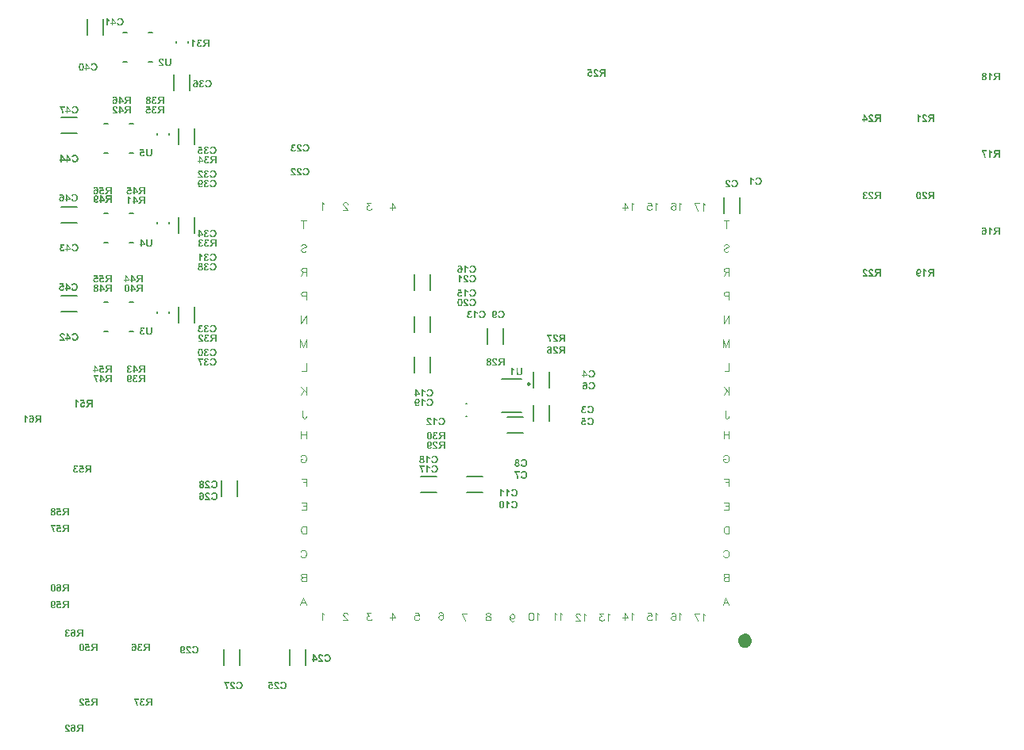
<source format=gbo>
G04*
G04 #@! TF.GenerationSoftware,Altium Limited,Altium Designer,19.1.7 (138)*
G04*
G04 Layer_Color=32896*
%FSLAX25Y25*%
%MOIN*%
G70*
G01*
G75*
%ADD10C,0.00787*%
%ADD11C,0.00984*%
%ADD12C,0.03000*%
%ADD14C,0.00313*%
%ADD35C,0.00394*%
G36*
X277992Y272210D02*
X278082Y272199D01*
X278166Y272182D01*
X278235Y272165D01*
X278266Y272154D01*
X278294Y272144D01*
X278318Y272137D01*
X278339Y272130D01*
X278357Y272123D01*
X278367Y272116D01*
X278374Y272113D01*
X278377D01*
X278454Y272071D01*
X278520Y272026D01*
X278575Y271981D01*
X278620Y271936D01*
X278658Y271897D01*
X278686Y271863D01*
X278700Y271842D01*
X278707Y271838D01*
Y271835D01*
X278749Y271766D01*
X278783Y271689D01*
X278815Y271613D01*
X278839Y271537D01*
X278860Y271471D01*
X278867Y271443D01*
X278873Y271419D01*
X278877Y271398D01*
X278881Y271384D01*
X278884Y271374D01*
Y271370D01*
X278318Y271276D01*
X278304Y271349D01*
X278287Y271415D01*
X278266Y271467D01*
X278242Y271512D01*
X278218Y271547D01*
X278200Y271571D01*
X278186Y271589D01*
X278183Y271592D01*
X278138Y271630D01*
X278093Y271658D01*
X278048Y271675D01*
X278006Y271689D01*
X277968Y271696D01*
X277940Y271703D01*
X277912D01*
X277853Y271700D01*
X277801Y271689D01*
X277760Y271672D01*
X277722Y271655D01*
X277690Y271637D01*
X277669Y271620D01*
X277656Y271609D01*
X277652Y271606D01*
X277621Y271568D01*
X277597Y271526D01*
X277579Y271481D01*
X277565Y271443D01*
X277558Y271405D01*
X277555Y271377D01*
Y271356D01*
Y271353D01*
Y271349D01*
X277562Y271280D01*
X277576Y271221D01*
X277597Y271169D01*
X277621Y271124D01*
X277649Y271089D01*
X277669Y271065D01*
X277683Y271051D01*
X277690Y271044D01*
X277746Y271009D01*
X277805Y270981D01*
X277867Y270961D01*
X277930Y270950D01*
X277985Y270943D01*
X278010D01*
X278030Y270940D01*
X278072D01*
X278138Y270440D01*
X278079Y270457D01*
X278023Y270468D01*
X277978Y270478D01*
X277937Y270482D01*
X277902Y270485D01*
X277878Y270489D01*
X277857D01*
X277791Y270482D01*
X277732Y270468D01*
X277680Y270444D01*
X277635Y270419D01*
X277600Y270395D01*
X277572Y270371D01*
X277558Y270357D01*
X277552Y270350D01*
X277510Y270294D01*
X277479Y270235D01*
X277458Y270173D01*
X277440Y270114D01*
X277433Y270062D01*
X277430Y270041D01*
Y270020D01*
X277427Y270003D01*
Y269992D01*
Y269986D01*
Y269982D01*
X277433Y269895D01*
X277447Y269819D01*
X277468Y269753D01*
X277492Y269697D01*
X277517Y269652D01*
X277538Y269621D01*
X277552Y269600D01*
X277558Y269593D01*
X277610Y269545D01*
X277666Y269510D01*
X277718Y269486D01*
X277770Y269468D01*
X277815Y269458D01*
X277850Y269455D01*
X277864Y269451D01*
X277881D01*
X277944Y269455D01*
X278003Y269468D01*
X278055Y269489D01*
X278100Y269510D01*
X278134Y269531D01*
X278162Y269552D01*
X278176Y269566D01*
X278183Y269569D01*
X278225Y269618D01*
X278259Y269677D01*
X278287Y269732D01*
X278304Y269791D01*
X278322Y269840D01*
X278329Y269881D01*
X278332Y269899D01*
X278336Y269909D01*
Y269916D01*
Y269919D01*
X278929Y269847D01*
X278919Y269774D01*
X278901Y269701D01*
X278881Y269635D01*
X278860Y269573D01*
X278832Y269514D01*
X278804Y269461D01*
X278776Y269413D01*
X278749Y269368D01*
X278717Y269326D01*
X278693Y269291D01*
X278665Y269260D01*
X278644Y269236D01*
X278627Y269215D01*
X278613Y269201D01*
X278603Y269194D01*
X278599Y269191D01*
X278544Y269146D01*
X278485Y269108D01*
X278426Y269076D01*
X278363Y269045D01*
X278304Y269021D01*
X278245Y269004D01*
X278186Y268986D01*
X278131Y268972D01*
X278079Y268962D01*
X278030Y268955D01*
X277985Y268948D01*
X277951Y268945D01*
X277919D01*
X277899Y268941D01*
X277878D01*
X277794Y268945D01*
X277711Y268955D01*
X277635Y268969D01*
X277562Y268986D01*
X277496Y269010D01*
X277430Y269035D01*
X277371Y269062D01*
X277319Y269090D01*
X277270Y269114D01*
X277229Y269142D01*
X277194Y269167D01*
X277163Y269191D01*
X277138Y269208D01*
X277121Y269222D01*
X277111Y269233D01*
X277107Y269236D01*
X277052Y269295D01*
X277007Y269354D01*
X276965Y269413D01*
X276930Y269475D01*
X276899Y269534D01*
X276875Y269593D01*
X276854Y269652D01*
X276837Y269708D01*
X276823Y269760D01*
X276816Y269805D01*
X276809Y269847D01*
X276802Y269885D01*
Y269913D01*
X276799Y269937D01*
Y269951D01*
Y269954D01*
X276802Y270006D01*
X276805Y270058D01*
X276823Y270156D01*
X276851Y270239D01*
X276882Y270312D01*
X276896Y270343D01*
X276913Y270371D01*
X276927Y270395D01*
X276937Y270416D01*
X276951Y270430D01*
X276958Y270440D01*
X276962Y270447D01*
X276965Y270450D01*
X276996Y270489D01*
X277031Y270523D01*
X277100Y270579D01*
X277173Y270627D01*
X277246Y270662D01*
X277305Y270686D01*
X277333Y270697D01*
X277357Y270704D01*
X277375Y270711D01*
X277388Y270714D01*
X277399Y270718D01*
X277402D01*
X277322Y270766D01*
X277250Y270818D01*
X277187Y270874D01*
X277135Y270929D01*
X277090Y270985D01*
X277052Y271040D01*
X277024Y271096D01*
X277000Y271148D01*
X276979Y271197D01*
X276965Y271245D01*
X276955Y271287D01*
X276948Y271321D01*
X276944Y271349D01*
X276941Y271374D01*
Y271387D01*
Y271391D01*
X276944Y271446D01*
X276951Y271498D01*
X276962Y271550D01*
X276975Y271599D01*
X277014Y271689D01*
X277055Y271766D01*
X277076Y271800D01*
X277097Y271831D01*
X277118Y271859D01*
X277135Y271880D01*
X277149Y271897D01*
X277159Y271911D01*
X277166Y271918D01*
X277170Y271922D01*
X277222Y271974D01*
X277277Y272019D01*
X277336Y272057D01*
X277399Y272092D01*
X277458Y272119D01*
X277517Y272144D01*
X277576Y272161D01*
X277635Y272179D01*
X277687Y272189D01*
X277735Y272199D01*
X277781Y272203D01*
X277819Y272210D01*
X277850D01*
X277874Y272213D01*
X277895D01*
X277992Y272210D01*
D02*
G37*
G36*
X282000Y269000D02*
X281355D01*
Y270336D01*
X281146D01*
X281081Y270329D01*
X281025Y270325D01*
X280980Y270319D01*
X280945Y270312D01*
X280921Y270305D01*
X280904Y270301D01*
X280900Y270298D01*
X280862Y270284D01*
X280827Y270263D01*
X280792Y270242D01*
X280765Y270218D01*
X280740Y270197D01*
X280720Y270183D01*
X280709Y270169D01*
X280706Y270166D01*
X280685Y270145D01*
X280664Y270117D01*
X280640Y270086D01*
X280612Y270051D01*
X280557Y269975D01*
X280498Y269895D01*
X280445Y269819D01*
X280421Y269788D01*
X280404Y269757D01*
X280386Y269732D01*
X280373Y269715D01*
X280366Y269701D01*
X280362Y269697D01*
X279894Y269000D01*
X279120D01*
X279512Y269621D01*
X279554Y269690D01*
X279595Y269749D01*
X279633Y269809D01*
X279668Y269861D01*
X279699Y269909D01*
X279731Y269951D01*
X279758Y269989D01*
X279783Y270024D01*
X279803Y270051D01*
X279824Y270076D01*
X279842Y270096D01*
X279855Y270114D01*
X279866Y270124D01*
X279873Y270135D01*
X279880Y270142D01*
X279932Y270194D01*
X279991Y270246D01*
X280050Y270291D01*
X280105Y270329D01*
X280154Y270364D01*
X280192Y270388D01*
X280206Y270398D01*
X280216Y270402D01*
X280223Y270409D01*
X280227D01*
X280151Y270423D01*
X280078Y270440D01*
X280012Y270461D01*
X279949Y270482D01*
X279890Y270506D01*
X279838Y270530D01*
X279793Y270555D01*
X279751Y270582D01*
X279713Y270607D01*
X279682Y270631D01*
X279654Y270652D01*
X279630Y270669D01*
X279613Y270686D01*
X279602Y270697D01*
X279595Y270704D01*
X279592Y270707D01*
X279554Y270752D01*
X279522Y270801D01*
X279495Y270849D01*
X279470Y270902D01*
X279450Y270950D01*
X279432Y270999D01*
X279408Y271096D01*
X279398Y271137D01*
X279391Y271179D01*
X279387Y271214D01*
X279384Y271245D01*
X279380Y271269D01*
Y271287D01*
Y271301D01*
Y271304D01*
X279387Y271408D01*
X279401Y271502D01*
X279425Y271589D01*
X279450Y271661D01*
X279463Y271693D01*
X279477Y271724D01*
X279488Y271748D01*
X279502Y271769D01*
X279508Y271786D01*
X279516Y271797D01*
X279522Y271804D01*
Y271807D01*
X279578Y271884D01*
X279640Y271950D01*
X279699Y272002D01*
X279758Y272047D01*
X279814Y272078D01*
X279835Y272088D01*
X279855Y272099D01*
X279873Y272106D01*
X279883Y272113D01*
X279890Y272116D01*
X279894D01*
X279939Y272130D01*
X279991Y272144D01*
X280050Y272158D01*
X280109Y272165D01*
X280230Y272182D01*
X280355Y272192D01*
X280411Y272196D01*
X280466Y272199D01*
X280515D01*
X280557Y272203D01*
X282000D01*
Y269000D01*
D02*
G37*
G36*
X275466Y272210D02*
X275546Y272199D01*
X275622Y272182D01*
X275692Y272161D01*
X275758Y272137D01*
X275816Y272109D01*
X275872Y272078D01*
X275921Y272050D01*
X275962Y272019D01*
X276000Y271988D01*
X276032Y271960D01*
X276059Y271936D01*
X276080Y271915D01*
X276094Y271897D01*
X276104Y271887D01*
X276108Y271884D01*
X276164Y271804D01*
X276212Y271713D01*
X276254Y271616D01*
X276288Y271512D01*
X276320Y271405D01*
X276344Y271297D01*
X276365Y271190D01*
X276382Y271082D01*
X276393Y270981D01*
X276403Y270888D01*
X276410Y270804D01*
X276417Y270728D01*
Y270697D01*
Y270669D01*
X276420Y270645D01*
Y270620D01*
Y270607D01*
Y270593D01*
Y270586D01*
Y270582D01*
X276417Y270416D01*
X276406Y270263D01*
X276393Y270121D01*
X276375Y269992D01*
X276354Y269874D01*
X276330Y269770D01*
X276306Y269677D01*
X276278Y269593D01*
X276250Y269524D01*
X276226Y269461D01*
X276202Y269409D01*
X276181Y269368D01*
X276164Y269337D01*
X276146Y269316D01*
X276139Y269302D01*
X276136Y269298D01*
X276080Y269236D01*
X276021Y269180D01*
X275959Y269132D01*
X275896Y269090D01*
X275834Y269059D01*
X275771Y269028D01*
X275712Y269004D01*
X275653Y268986D01*
X275598Y268972D01*
X275546Y268958D01*
X275501Y268951D01*
X275459Y268948D01*
X275428Y268945D01*
X275403Y268941D01*
X275383D01*
X275299Y268945D01*
X275220Y268955D01*
X275143Y268972D01*
X275074Y268993D01*
X275008Y269017D01*
X274949Y269045D01*
X274893Y269073D01*
X274845Y269104D01*
X274803Y269135D01*
X274765Y269163D01*
X274730Y269191D01*
X274706Y269215D01*
X274685Y269236D01*
X274668Y269253D01*
X274661Y269264D01*
X274658Y269267D01*
X274602Y269347D01*
X274553Y269437D01*
X274512Y269538D01*
X274474Y269638D01*
X274446Y269746D01*
X274418Y269857D01*
X274397Y269965D01*
X274380Y270072D01*
X274370Y270173D01*
X274359Y270267D01*
X274352Y270353D01*
X274345Y270426D01*
Y270461D01*
Y270489D01*
X274342Y270513D01*
Y270537D01*
Y270551D01*
Y270565D01*
Y270572D01*
Y270575D01*
X274345Y270739D01*
X274356Y270891D01*
X274370Y271033D01*
X274390Y271162D01*
X274415Y271280D01*
X274439Y271387D01*
X274470Y271484D01*
X274498Y271568D01*
X274526Y271644D01*
X274553Y271707D01*
X274581Y271762D01*
X274605Y271804D01*
X274626Y271838D01*
X274640Y271863D01*
X274651Y271877D01*
X274654Y271880D01*
X274706Y271939D01*
X274762Y271991D01*
X274821Y272036D01*
X274880Y272074D01*
X274939Y272106D01*
X275001Y272133D01*
X275060Y272154D01*
X275115Y272172D01*
X275171Y272185D01*
X275223Y272196D01*
X275268Y272203D01*
X275306Y272210D01*
X275338D01*
X275362Y272213D01*
X275383D01*
X275466Y272210D01*
D02*
G37*
G36*
X458504Y373210D02*
X458594Y373199D01*
X458678Y373182D01*
X458747Y373165D01*
X458778Y373154D01*
X458806Y373144D01*
X458830Y373137D01*
X458851Y373130D01*
X458869Y373123D01*
X458879Y373116D01*
X458886Y373113D01*
X458889D01*
X458966Y373071D01*
X459032Y373026D01*
X459087Y372981D01*
X459132Y372936D01*
X459170Y372897D01*
X459198Y372863D01*
X459212Y372842D01*
X459219Y372838D01*
Y372835D01*
X459261Y372766D01*
X459295Y372689D01*
X459327Y372613D01*
X459351Y372537D01*
X459372Y372471D01*
X459379Y372443D01*
X459385Y372419D01*
X459389Y372398D01*
X459392Y372384D01*
X459396Y372374D01*
Y372370D01*
X458830Y372276D01*
X458816Y372349D01*
X458799Y372415D01*
X458778Y372467D01*
X458754Y372512D01*
X458730Y372547D01*
X458712Y372571D01*
X458699Y372589D01*
X458695Y372592D01*
X458650Y372630D01*
X458605Y372658D01*
X458560Y372675D01*
X458518Y372689D01*
X458480Y372696D01*
X458452Y372703D01*
X458424D01*
X458365Y372700D01*
X458313Y372689D01*
X458272Y372672D01*
X458233Y372655D01*
X458202Y372637D01*
X458181Y372620D01*
X458168Y372609D01*
X458164Y372606D01*
X458133Y372568D01*
X458109Y372526D01*
X458091Y372481D01*
X458077Y372443D01*
X458070Y372405D01*
X458067Y372377D01*
Y372356D01*
Y372353D01*
Y372349D01*
X458074Y372280D01*
X458088Y372221D01*
X458109Y372169D01*
X458133Y372124D01*
X458161Y372089D01*
X458181Y372065D01*
X458195Y372051D01*
X458202Y372044D01*
X458258Y372009D01*
X458317Y371981D01*
X458379Y371961D01*
X458442Y371950D01*
X458497Y371943D01*
X458522D01*
X458542Y371940D01*
X458584D01*
X458650Y371440D01*
X458591Y371457D01*
X458535Y371468D01*
X458490Y371478D01*
X458449Y371482D01*
X458414Y371485D01*
X458390Y371489D01*
X458369D01*
X458303Y371482D01*
X458244Y371468D01*
X458192Y371444D01*
X458147Y371419D01*
X458112Y371395D01*
X458084Y371371D01*
X458070Y371357D01*
X458064Y371350D01*
X458022Y371294D01*
X457991Y371235D01*
X457970Y371173D01*
X457952Y371114D01*
X457945Y371062D01*
X457942Y371041D01*
Y371020D01*
X457939Y371003D01*
Y370992D01*
Y370986D01*
Y370982D01*
X457945Y370895D01*
X457959Y370819D01*
X457980Y370753D01*
X458005Y370697D01*
X458029Y370652D01*
X458050Y370621D01*
X458064Y370600D01*
X458070Y370593D01*
X458122Y370545D01*
X458178Y370510D01*
X458230Y370486D01*
X458282Y370468D01*
X458327Y370458D01*
X458362Y370455D01*
X458376Y370451D01*
X458393D01*
X458456Y370455D01*
X458515Y370468D01*
X458567Y370489D01*
X458612Y370510D01*
X458646Y370531D01*
X458674Y370552D01*
X458688Y370566D01*
X458695Y370569D01*
X458737Y370618D01*
X458771Y370677D01*
X458799Y370732D01*
X458816Y370791D01*
X458834Y370840D01*
X458841Y370881D01*
X458844Y370899D01*
X458848Y370909D01*
Y370916D01*
Y370919D01*
X459441Y370847D01*
X459431Y370774D01*
X459413Y370701D01*
X459392Y370635D01*
X459372Y370573D01*
X459344Y370514D01*
X459316Y370462D01*
X459288Y370413D01*
X459261Y370368D01*
X459229Y370326D01*
X459205Y370291D01*
X459177Y370260D01*
X459157Y370236D01*
X459139Y370215D01*
X459125Y370201D01*
X459115Y370194D01*
X459111Y370191D01*
X459056Y370146D01*
X458997Y370108D01*
X458938Y370076D01*
X458876Y370045D01*
X458816Y370021D01*
X458757Y370004D01*
X458699Y369986D01*
X458643Y369972D01*
X458591Y369962D01*
X458542Y369955D01*
X458497Y369948D01*
X458462Y369945D01*
X458431D01*
X458411Y369941D01*
X458390D01*
X458306Y369945D01*
X458223Y369955D01*
X458147Y369969D01*
X458074Y369986D01*
X458008Y370010D01*
X457942Y370035D01*
X457883Y370062D01*
X457831Y370090D01*
X457782Y370114D01*
X457741Y370142D01*
X457706Y370167D01*
X457675Y370191D01*
X457651Y370208D01*
X457633Y370222D01*
X457623Y370233D01*
X457619Y370236D01*
X457564Y370295D01*
X457519Y370354D01*
X457477Y370413D01*
X457442Y370475D01*
X457411Y370534D01*
X457387Y370593D01*
X457366Y370652D01*
X457349Y370708D01*
X457335Y370760D01*
X457328Y370805D01*
X457321Y370847D01*
X457314Y370885D01*
Y370913D01*
X457310Y370937D01*
Y370951D01*
Y370954D01*
X457314Y371006D01*
X457317Y371058D01*
X457335Y371156D01*
X457363Y371239D01*
X457394Y371312D01*
X457408Y371343D01*
X457425Y371371D01*
X457439Y371395D01*
X457449Y371416D01*
X457463Y371430D01*
X457470Y371440D01*
X457474Y371447D01*
X457477Y371450D01*
X457508Y371489D01*
X457543Y371523D01*
X457612Y371579D01*
X457685Y371627D01*
X457758Y371662D01*
X457817Y371686D01*
X457845Y371697D01*
X457869Y371704D01*
X457887Y371711D01*
X457900Y371714D01*
X457911Y371718D01*
X457914D01*
X457834Y371766D01*
X457762Y371818D01*
X457699Y371874D01*
X457647Y371929D01*
X457602Y371985D01*
X457564Y372040D01*
X457536Y372096D01*
X457512Y372148D01*
X457491Y372197D01*
X457477Y372245D01*
X457467Y372287D01*
X457460Y372321D01*
X457456Y372349D01*
X457453Y372374D01*
Y372387D01*
Y372391D01*
X457456Y372446D01*
X457463Y372498D01*
X457474Y372551D01*
X457487Y372599D01*
X457526Y372689D01*
X457567Y372766D01*
X457588Y372800D01*
X457609Y372832D01*
X457630Y372859D01*
X457647Y372880D01*
X457661Y372897D01*
X457671Y372911D01*
X457678Y372918D01*
X457682Y372922D01*
X457734Y372974D01*
X457789Y373019D01*
X457848Y373057D01*
X457911Y373092D01*
X457970Y373119D01*
X458029Y373144D01*
X458088Y373161D01*
X458147Y373179D01*
X458199Y373189D01*
X458247Y373199D01*
X458292Y373203D01*
X458331Y373210D01*
X458362D01*
X458386Y373213D01*
X458407D01*
X458504Y373210D01*
D02*
G37*
G36*
X460930D02*
X461006Y373203D01*
X461079Y373192D01*
X461145Y373179D01*
X461211Y373161D01*
X461270Y373144D01*
X461322Y373123D01*
X461374Y373102D01*
X461419Y373081D01*
X461457Y373060D01*
X461492Y373043D01*
X461520Y373026D01*
X461540Y373012D01*
X461558Y373002D01*
X461568Y372995D01*
X461572Y372991D01*
X461624Y372946D01*
X461669Y372897D01*
X461710Y372842D01*
X461745Y372783D01*
X461776Y372724D01*
X461804Y372661D01*
X461828Y372603D01*
X461849Y372544D01*
X461867Y372488D01*
X461880Y372436D01*
X461891Y372387D01*
X461898Y372346D01*
X461905Y372311D01*
X461908Y372283D01*
X461912Y372269D01*
Y372262D01*
X461301Y372203D01*
X461298Y372252D01*
X461291Y372297D01*
X461273Y372377D01*
X461252Y372443D01*
X461232Y372495D01*
X461207Y372537D01*
X461190Y372564D01*
X461176Y372578D01*
X461173Y372585D01*
X461128Y372623D01*
X461075Y372655D01*
X461023Y372675D01*
X460975Y372689D01*
X460930Y372696D01*
X460895Y372703D01*
X460864D01*
X460794Y372700D01*
X460735Y372686D01*
X460683Y372668D01*
X460638Y372648D01*
X460604Y372627D01*
X460579Y372609D01*
X460562Y372596D01*
X460558Y372592D01*
X460520Y372547D01*
X460493Y372495D01*
X460475Y372443D01*
X460461Y372394D01*
X460454Y372346D01*
X460447Y372311D01*
Y372297D01*
Y372287D01*
Y372280D01*
Y372276D01*
X460454Y372207D01*
X460468Y372137D01*
X460489Y372075D01*
X460510Y372020D01*
X460534Y371971D01*
X460555Y371933D01*
X460565Y371919D01*
X460569Y371908D01*
X460576Y371905D01*
Y371902D01*
X460597Y371874D01*
X460624Y371839D01*
X460659Y371801D01*
X460694Y371763D01*
X460777Y371676D01*
X460867Y371589D01*
X460909Y371548D01*
X460951Y371506D01*
X460985Y371471D01*
X461020Y371440D01*
X461048Y371416D01*
X461068Y371395D01*
X461082Y371381D01*
X461086Y371378D01*
X461179Y371291D01*
X461263Y371208D01*
X461343Y371128D01*
X461412Y371055D01*
X461475Y370989D01*
X461530Y370923D01*
X461582Y370867D01*
X461624Y370815D01*
X461662Y370767D01*
X461693Y370729D01*
X461721Y370690D01*
X461742Y370663D01*
X461756Y370642D01*
X461769Y370625D01*
X461773Y370614D01*
X461776Y370611D01*
X461835Y370503D01*
X461880Y370396D01*
X461919Y370291D01*
X461946Y370198D01*
X461957Y370156D01*
X461964Y370118D01*
X461971Y370083D01*
X461978Y370056D01*
X461981Y370031D01*
Y370014D01*
X461985Y370004D01*
Y370000D01*
X459833D01*
Y370569D01*
X461055D01*
X461013Y370628D01*
X460992Y370656D01*
X460975Y370684D01*
X460957Y370704D01*
X460944Y370722D01*
X460933Y370732D01*
X460930Y370736D01*
X460912Y370753D01*
X460891Y370777D01*
X460867Y370802D01*
X460840Y370829D01*
X460780Y370888D01*
X460718Y370947D01*
X460659Y371003D01*
X460631Y371027D01*
X460607Y371048D01*
X460590Y371065D01*
X460576Y371079D01*
X460565Y371086D01*
X460562Y371090D01*
X460510Y371138D01*
X460461Y371183D01*
X460416Y371228D01*
X460374Y371267D01*
X460340Y371305D01*
X460305Y371336D01*
X460277Y371367D01*
X460250Y371395D01*
X460211Y371440D01*
X460180Y371471D01*
X460166Y371492D01*
X460159Y371499D01*
X460100Y371579D01*
X460048Y371655D01*
X460007Y371725D01*
X459972Y371784D01*
X459948Y371836D01*
X459937Y371856D01*
X459927Y371874D01*
X459920Y371888D01*
X459916Y371902D01*
X459913Y371905D01*
Y371908D01*
X459885Y371981D01*
X459868Y372054D01*
X459854Y372124D01*
X459844Y372190D01*
X459837Y372242D01*
Y372266D01*
X459833Y372283D01*
Y372301D01*
Y372311D01*
Y372318D01*
Y372321D01*
X459837Y372391D01*
X459844Y372457D01*
X459858Y372519D01*
X459875Y372582D01*
X459896Y372637D01*
X459920Y372689D01*
X459944Y372738D01*
X459969Y372779D01*
X459996Y372821D01*
X460021Y372856D01*
X460045Y372887D01*
X460066Y372911D01*
X460083Y372929D01*
X460097Y372946D01*
X460104Y372953D01*
X460107Y372956D01*
X460159Y373002D01*
X460218Y373040D01*
X460277Y373074D01*
X460336Y373106D01*
X460399Y373130D01*
X460461Y373151D01*
X460520Y373168D01*
X460579Y373182D01*
X460635Y373192D01*
X460687Y373199D01*
X460732Y373206D01*
X460770Y373210D01*
X460805Y373213D01*
X460850D01*
X460930Y373210D01*
D02*
G37*
G36*
X465000Y370000D02*
X464355D01*
Y371336D01*
X464146D01*
X464080Y371329D01*
X464025Y371325D01*
X463980Y371319D01*
X463945Y371312D01*
X463921Y371305D01*
X463904Y371301D01*
X463900Y371298D01*
X463862Y371284D01*
X463827Y371263D01*
X463792Y371242D01*
X463765Y371218D01*
X463740Y371197D01*
X463720Y371183D01*
X463709Y371169D01*
X463706Y371166D01*
X463685Y371145D01*
X463664Y371117D01*
X463640Y371086D01*
X463612Y371051D01*
X463556Y370975D01*
X463497Y370895D01*
X463445Y370819D01*
X463421Y370788D01*
X463404Y370757D01*
X463386Y370732D01*
X463373Y370715D01*
X463366Y370701D01*
X463362Y370697D01*
X462894Y370000D01*
X462120D01*
X462512Y370621D01*
X462554Y370690D01*
X462595Y370749D01*
X462634Y370809D01*
X462668Y370861D01*
X462699Y370909D01*
X462731Y370951D01*
X462758Y370989D01*
X462783Y371024D01*
X462804Y371051D01*
X462824Y371076D01*
X462842Y371096D01*
X462855Y371114D01*
X462866Y371124D01*
X462873Y371135D01*
X462880Y371142D01*
X462932Y371194D01*
X462991Y371246D01*
X463050Y371291D01*
X463105Y371329D01*
X463154Y371364D01*
X463192Y371388D01*
X463206Y371398D01*
X463216Y371402D01*
X463223Y371409D01*
X463227D01*
X463151Y371423D01*
X463078Y371440D01*
X463012Y371461D01*
X462949Y371482D01*
X462890Y371506D01*
X462838Y371530D01*
X462793Y371555D01*
X462751Y371582D01*
X462713Y371607D01*
X462682Y371631D01*
X462654Y371652D01*
X462630Y371669D01*
X462613Y371686D01*
X462602Y371697D01*
X462595Y371704D01*
X462592Y371707D01*
X462554Y371752D01*
X462522Y371801D01*
X462495Y371849D01*
X462470Y371902D01*
X462450Y371950D01*
X462432Y371999D01*
X462408Y372096D01*
X462397Y372137D01*
X462391Y372179D01*
X462387Y372214D01*
X462384Y372245D01*
X462380Y372269D01*
Y372287D01*
Y372301D01*
Y372304D01*
X462387Y372408D01*
X462401Y372502D01*
X462425Y372589D01*
X462450Y372661D01*
X462463Y372693D01*
X462477Y372724D01*
X462488Y372748D01*
X462502Y372769D01*
X462508Y372786D01*
X462515Y372797D01*
X462522Y372804D01*
Y372807D01*
X462578Y372884D01*
X462640Y372950D01*
X462699Y373002D01*
X462758Y373047D01*
X462814Y373078D01*
X462835Y373088D01*
X462855Y373099D01*
X462873Y373106D01*
X462883Y373113D01*
X462890Y373116D01*
X462894D01*
X462939Y373130D01*
X462991Y373144D01*
X463050Y373158D01*
X463109Y373165D01*
X463230Y373182D01*
X463355Y373192D01*
X463411Y373196D01*
X463466Y373199D01*
X463515D01*
X463556Y373203D01*
X465000D01*
Y370000D01*
D02*
G37*
G36*
X483430Y373210D02*
X483506Y373203D01*
X483579Y373192D01*
X483645Y373179D01*
X483711Y373161D01*
X483770Y373144D01*
X483822Y373123D01*
X483874Y373102D01*
X483919Y373081D01*
X483957Y373060D01*
X483992Y373043D01*
X484020Y373026D01*
X484040Y373012D01*
X484058Y373002D01*
X484068Y372995D01*
X484072Y372991D01*
X484124Y372946D01*
X484169Y372897D01*
X484210Y372842D01*
X484245Y372783D01*
X484276Y372724D01*
X484304Y372661D01*
X484328Y372603D01*
X484349Y372544D01*
X484367Y372488D01*
X484380Y372436D01*
X484391Y372387D01*
X484398Y372346D01*
X484405Y372311D01*
X484408Y372283D01*
X484412Y372269D01*
Y372262D01*
X483801Y372203D01*
X483798Y372252D01*
X483791Y372297D01*
X483773Y372377D01*
X483752Y372443D01*
X483732Y372495D01*
X483707Y372537D01*
X483690Y372564D01*
X483676Y372578D01*
X483673Y372585D01*
X483628Y372623D01*
X483575Y372655D01*
X483523Y372675D01*
X483475Y372689D01*
X483430Y372696D01*
X483395Y372703D01*
X483364D01*
X483294Y372700D01*
X483235Y372686D01*
X483183Y372668D01*
X483138Y372648D01*
X483104Y372627D01*
X483079Y372609D01*
X483062Y372596D01*
X483058Y372592D01*
X483020Y372547D01*
X482993Y372495D01*
X482975Y372443D01*
X482961Y372394D01*
X482954Y372346D01*
X482947Y372311D01*
Y372297D01*
Y372287D01*
Y372280D01*
Y372276D01*
X482954Y372207D01*
X482968Y372137D01*
X482989Y372075D01*
X483010Y372020D01*
X483034Y371971D01*
X483055Y371933D01*
X483065Y371919D01*
X483069Y371908D01*
X483076Y371905D01*
Y371902D01*
X483097Y371874D01*
X483124Y371839D01*
X483159Y371801D01*
X483194Y371763D01*
X483277Y371676D01*
X483367Y371589D01*
X483409Y371548D01*
X483451Y371506D01*
X483485Y371471D01*
X483520Y371440D01*
X483548Y371416D01*
X483568Y371395D01*
X483582Y371381D01*
X483586Y371378D01*
X483679Y371291D01*
X483763Y371208D01*
X483843Y371128D01*
X483912Y371055D01*
X483975Y370989D01*
X484030Y370923D01*
X484082Y370867D01*
X484124Y370815D01*
X484162Y370767D01*
X484193Y370729D01*
X484221Y370690D01*
X484242Y370663D01*
X484256Y370642D01*
X484269Y370625D01*
X484273Y370614D01*
X484276Y370611D01*
X484335Y370503D01*
X484380Y370396D01*
X484419Y370291D01*
X484446Y370198D01*
X484457Y370156D01*
X484464Y370118D01*
X484471Y370083D01*
X484478Y370056D01*
X484481Y370031D01*
Y370014D01*
X484485Y370004D01*
Y370000D01*
X482333D01*
Y370569D01*
X483555D01*
X483513Y370628D01*
X483492Y370656D01*
X483475Y370684D01*
X483457Y370704D01*
X483444Y370722D01*
X483433Y370732D01*
X483430Y370736D01*
X483412Y370753D01*
X483392Y370777D01*
X483367Y370802D01*
X483340Y370829D01*
X483281Y370888D01*
X483218Y370947D01*
X483159Y371003D01*
X483131Y371027D01*
X483107Y371048D01*
X483090Y371065D01*
X483076Y371079D01*
X483065Y371086D01*
X483062Y371090D01*
X483010Y371138D01*
X482961Y371183D01*
X482916Y371228D01*
X482874Y371267D01*
X482840Y371305D01*
X482805Y371336D01*
X482777Y371367D01*
X482750Y371395D01*
X482711Y371440D01*
X482680Y371471D01*
X482666Y371492D01*
X482659Y371499D01*
X482600Y371579D01*
X482548Y371655D01*
X482507Y371725D01*
X482472Y371784D01*
X482448Y371836D01*
X482437Y371856D01*
X482427Y371874D01*
X482420Y371888D01*
X482416Y371902D01*
X482413Y371905D01*
Y371908D01*
X482385Y371981D01*
X482368Y372054D01*
X482354Y372124D01*
X482344Y372190D01*
X482337Y372242D01*
Y372266D01*
X482333Y372283D01*
Y372301D01*
Y372311D01*
Y372318D01*
Y372321D01*
X482337Y372391D01*
X482344Y372457D01*
X482358Y372519D01*
X482375Y372582D01*
X482396Y372637D01*
X482420Y372689D01*
X482444Y372738D01*
X482469Y372779D01*
X482496Y372821D01*
X482521Y372856D01*
X482545Y372887D01*
X482566Y372911D01*
X482583Y372929D01*
X482597Y372946D01*
X482604Y372953D01*
X482607Y372956D01*
X482659Y373002D01*
X482718Y373040D01*
X482777Y373074D01*
X482836Y373106D01*
X482899Y373130D01*
X482961Y373151D01*
X483020Y373168D01*
X483079Y373182D01*
X483135Y373192D01*
X483187Y373199D01*
X483232Y373206D01*
X483270Y373210D01*
X483305Y373213D01*
X483350D01*
X483430Y373210D01*
D02*
G37*
G36*
X487500Y370000D02*
X486855D01*
Y371336D01*
X486646D01*
X486581Y371329D01*
X486525Y371325D01*
X486480Y371319D01*
X486445Y371312D01*
X486421Y371305D01*
X486404Y371301D01*
X486400Y371298D01*
X486362Y371284D01*
X486327Y371263D01*
X486292Y371242D01*
X486265Y371218D01*
X486240Y371197D01*
X486220Y371183D01*
X486209Y371169D01*
X486206Y371166D01*
X486185Y371145D01*
X486164Y371117D01*
X486140Y371086D01*
X486112Y371051D01*
X486057Y370975D01*
X485997Y370895D01*
X485945Y370819D01*
X485921Y370788D01*
X485904Y370757D01*
X485886Y370732D01*
X485873Y370715D01*
X485866Y370701D01*
X485862Y370697D01*
X485394Y370000D01*
X484620D01*
X485012Y370621D01*
X485054Y370690D01*
X485095Y370749D01*
X485134Y370809D01*
X485168Y370861D01*
X485199Y370909D01*
X485231Y370951D01*
X485258Y370989D01*
X485283Y371024D01*
X485303Y371051D01*
X485324Y371076D01*
X485342Y371096D01*
X485356Y371114D01*
X485366Y371124D01*
X485373Y371135D01*
X485380Y371142D01*
X485432Y371194D01*
X485491Y371246D01*
X485550Y371291D01*
X485605Y371329D01*
X485654Y371364D01*
X485692Y371388D01*
X485706Y371398D01*
X485716Y371402D01*
X485723Y371409D01*
X485727D01*
X485650Y371423D01*
X485578Y371440D01*
X485512Y371461D01*
X485449Y371482D01*
X485390Y371506D01*
X485338Y371530D01*
X485293Y371555D01*
X485251Y371582D01*
X485213Y371607D01*
X485182Y371631D01*
X485154Y371652D01*
X485130Y371669D01*
X485113Y371686D01*
X485102Y371697D01*
X485095Y371704D01*
X485092Y371707D01*
X485054Y371752D01*
X485022Y371801D01*
X484995Y371849D01*
X484970Y371902D01*
X484949Y371950D01*
X484932Y371999D01*
X484908Y372096D01*
X484898Y372137D01*
X484891Y372179D01*
X484887Y372214D01*
X484884Y372245D01*
X484880Y372269D01*
Y372287D01*
Y372301D01*
Y372304D01*
X484887Y372408D01*
X484901Y372502D01*
X484925Y372589D01*
X484949Y372661D01*
X484963Y372693D01*
X484977Y372724D01*
X484988Y372748D01*
X485002Y372769D01*
X485008Y372786D01*
X485015Y372797D01*
X485022Y372804D01*
Y372807D01*
X485078Y372884D01*
X485140Y372950D01*
X485199Y373002D01*
X485258Y373047D01*
X485314Y373078D01*
X485335Y373088D01*
X485356Y373099D01*
X485373Y373106D01*
X485383Y373113D01*
X485390Y373116D01*
X485394D01*
X485439Y373130D01*
X485491Y373144D01*
X485550Y373158D01*
X485609Y373165D01*
X485730Y373182D01*
X485855Y373192D01*
X485911Y373196D01*
X485966Y373199D01*
X486015D01*
X486057Y373203D01*
X487500D01*
Y370000D01*
D02*
G37*
G36*
X480966Y373210D02*
X481046Y373199D01*
X481122Y373182D01*
X481191Y373161D01*
X481257Y373137D01*
X481317Y373109D01*
X481372Y373078D01*
X481421Y373050D01*
X481462Y373019D01*
X481500Y372988D01*
X481532Y372960D01*
X481559Y372936D01*
X481580Y372915D01*
X481594Y372897D01*
X481604Y372887D01*
X481608Y372884D01*
X481664Y372804D01*
X481712Y372713D01*
X481754Y372616D01*
X481788Y372512D01*
X481820Y372405D01*
X481844Y372297D01*
X481865Y372190D01*
X481882Y372082D01*
X481892Y371981D01*
X481903Y371888D01*
X481910Y371804D01*
X481917Y371728D01*
Y371697D01*
Y371669D01*
X481920Y371645D01*
Y371620D01*
Y371607D01*
Y371593D01*
Y371586D01*
Y371582D01*
X481917Y371416D01*
X481906Y371263D01*
X481892Y371121D01*
X481875Y370992D01*
X481854Y370874D01*
X481830Y370770D01*
X481806Y370677D01*
X481778Y370593D01*
X481750Y370524D01*
X481726Y370462D01*
X481702Y370409D01*
X481681Y370368D01*
X481664Y370337D01*
X481646Y370316D01*
X481639Y370302D01*
X481636Y370298D01*
X481580Y370236D01*
X481521Y370180D01*
X481459Y370132D01*
X481396Y370090D01*
X481334Y370059D01*
X481271Y370028D01*
X481212Y370004D01*
X481153Y369986D01*
X481098Y369972D01*
X481046Y369958D01*
X481001Y369951D01*
X480959Y369948D01*
X480928Y369945D01*
X480903Y369941D01*
X480883D01*
X480799Y369945D01*
X480720Y369955D01*
X480643Y369972D01*
X480574Y369993D01*
X480508Y370017D01*
X480449Y370045D01*
X480393Y370073D01*
X480345Y370104D01*
X480303Y370135D01*
X480265Y370163D01*
X480230Y370191D01*
X480206Y370215D01*
X480185Y370236D01*
X480168Y370253D01*
X480161Y370264D01*
X480158Y370267D01*
X480102Y370347D01*
X480053Y370437D01*
X480012Y370538D01*
X479974Y370638D01*
X479946Y370746D01*
X479918Y370857D01*
X479897Y370965D01*
X479880Y371072D01*
X479870Y371173D01*
X479859Y371267D01*
X479852Y371353D01*
X479845Y371426D01*
Y371461D01*
Y371489D01*
X479842Y371513D01*
Y371537D01*
Y371551D01*
Y371565D01*
Y371572D01*
Y371575D01*
X479845Y371739D01*
X479856Y371891D01*
X479870Y372033D01*
X479890Y372162D01*
X479915Y372280D01*
X479939Y372387D01*
X479970Y372484D01*
X479998Y372568D01*
X480026Y372644D01*
X480053Y372707D01*
X480081Y372762D01*
X480105Y372804D01*
X480126Y372838D01*
X480140Y372863D01*
X480151Y372877D01*
X480154Y372880D01*
X480206Y372939D01*
X480262Y372991D01*
X480321Y373036D01*
X480380Y373074D01*
X480439Y373106D01*
X480501Y373133D01*
X480560Y373154D01*
X480616Y373172D01*
X480671Y373185D01*
X480723Y373196D01*
X480768Y373203D01*
X480806Y373210D01*
X480838D01*
X480862Y373213D01*
X480883D01*
X480966Y373210D01*
D02*
G37*
G36*
X460930Y405710D02*
X461006Y405703D01*
X461079Y405692D01*
X461145Y405679D01*
X461211Y405661D01*
X461270Y405644D01*
X461322Y405623D01*
X461374Y405602D01*
X461419Y405581D01*
X461457Y405560D01*
X461492Y405543D01*
X461520Y405526D01*
X461540Y405512D01*
X461558Y405502D01*
X461568Y405495D01*
X461572Y405491D01*
X461624Y405446D01*
X461669Y405397D01*
X461710Y405342D01*
X461745Y405283D01*
X461776Y405224D01*
X461804Y405162D01*
X461828Y405102D01*
X461849Y405044D01*
X461867Y404988D01*
X461880Y404936D01*
X461891Y404887D01*
X461898Y404846D01*
X461905Y404811D01*
X461908Y404783D01*
X461912Y404769D01*
Y404762D01*
X461301Y404704D01*
X461298Y404752D01*
X461291Y404797D01*
X461273Y404877D01*
X461252Y404943D01*
X461232Y404995D01*
X461207Y405037D01*
X461190Y405064D01*
X461176Y405078D01*
X461173Y405085D01*
X461128Y405123D01*
X461075Y405155D01*
X461023Y405175D01*
X460975Y405189D01*
X460930Y405196D01*
X460895Y405203D01*
X460864D01*
X460794Y405200D01*
X460735Y405186D01*
X460683Y405168D01*
X460638Y405148D01*
X460604Y405127D01*
X460579Y405109D01*
X460562Y405096D01*
X460558Y405092D01*
X460520Y405047D01*
X460493Y404995D01*
X460475Y404943D01*
X460461Y404894D01*
X460454Y404846D01*
X460447Y404811D01*
Y404797D01*
Y404787D01*
Y404780D01*
Y404776D01*
X460454Y404707D01*
X460468Y404637D01*
X460489Y404575D01*
X460510Y404520D01*
X460534Y404471D01*
X460555Y404433D01*
X460565Y404419D01*
X460569Y404409D01*
X460576Y404405D01*
Y404402D01*
X460597Y404374D01*
X460624Y404339D01*
X460659Y404301D01*
X460694Y404263D01*
X460777Y404176D01*
X460867Y404089D01*
X460909Y404048D01*
X460951Y404006D01*
X460985Y403971D01*
X461020Y403940D01*
X461048Y403916D01*
X461068Y403895D01*
X461082Y403881D01*
X461086Y403878D01*
X461179Y403791D01*
X461263Y403708D01*
X461343Y403628D01*
X461412Y403555D01*
X461475Y403489D01*
X461530Y403423D01*
X461582Y403368D01*
X461624Y403315D01*
X461662Y403267D01*
X461693Y403229D01*
X461721Y403191D01*
X461742Y403163D01*
X461756Y403142D01*
X461769Y403125D01*
X461773Y403114D01*
X461776Y403111D01*
X461835Y403003D01*
X461880Y402896D01*
X461919Y402792D01*
X461946Y402698D01*
X461957Y402656D01*
X461964Y402618D01*
X461971Y402583D01*
X461978Y402556D01*
X461981Y402531D01*
Y402514D01*
X461985Y402503D01*
Y402500D01*
X459833D01*
Y403069D01*
X461055D01*
X461013Y403128D01*
X460992Y403156D01*
X460975Y403184D01*
X460957Y403204D01*
X460944Y403222D01*
X460933Y403232D01*
X460930Y403236D01*
X460912Y403253D01*
X460891Y403277D01*
X460867Y403302D01*
X460840Y403329D01*
X460780Y403388D01*
X460718Y403447D01*
X460659Y403503D01*
X460631Y403527D01*
X460607Y403548D01*
X460590Y403565D01*
X460576Y403579D01*
X460565Y403586D01*
X460562Y403590D01*
X460510Y403638D01*
X460461Y403683D01*
X460416Y403728D01*
X460374Y403767D01*
X460340Y403805D01*
X460305Y403836D01*
X460277Y403867D01*
X460250Y403895D01*
X460211Y403940D01*
X460180Y403971D01*
X460166Y403992D01*
X460159Y403999D01*
X460100Y404079D01*
X460048Y404155D01*
X460007Y404225D01*
X459972Y404284D01*
X459948Y404336D01*
X459937Y404356D01*
X459927Y404374D01*
X459920Y404388D01*
X459916Y404402D01*
X459913Y404405D01*
Y404409D01*
X459885Y404481D01*
X459868Y404554D01*
X459854Y404624D01*
X459844Y404690D01*
X459837Y404742D01*
Y404766D01*
X459833Y404783D01*
Y404801D01*
Y404811D01*
Y404818D01*
Y404821D01*
X459837Y404891D01*
X459844Y404957D01*
X459858Y405019D01*
X459875Y405082D01*
X459896Y405137D01*
X459920Y405189D01*
X459944Y405238D01*
X459969Y405279D01*
X459996Y405321D01*
X460021Y405356D01*
X460045Y405387D01*
X460066Y405411D01*
X460083Y405429D01*
X460097Y405446D01*
X460104Y405453D01*
X460107Y405456D01*
X460159Y405502D01*
X460218Y405540D01*
X460277Y405574D01*
X460336Y405606D01*
X460399Y405630D01*
X460461Y405651D01*
X460520Y405668D01*
X460579Y405682D01*
X460635Y405692D01*
X460687Y405699D01*
X460732Y405706D01*
X460770Y405710D01*
X460805Y405713D01*
X460850D01*
X460930Y405710D01*
D02*
G37*
G36*
X465000Y402500D02*
X464355D01*
Y403836D01*
X464146D01*
X464080Y403829D01*
X464025Y403826D01*
X463980Y403819D01*
X463945Y403812D01*
X463921Y403805D01*
X463904Y403801D01*
X463900Y403798D01*
X463862Y403784D01*
X463827Y403763D01*
X463792Y403742D01*
X463765Y403718D01*
X463740Y403697D01*
X463720Y403683D01*
X463709Y403669D01*
X463706Y403666D01*
X463685Y403645D01*
X463664Y403617D01*
X463640Y403586D01*
X463612Y403551D01*
X463556Y403475D01*
X463497Y403395D01*
X463445Y403319D01*
X463421Y403288D01*
X463404Y403257D01*
X463386Y403232D01*
X463373Y403215D01*
X463366Y403201D01*
X463362Y403197D01*
X462894Y402500D01*
X462120D01*
X462512Y403121D01*
X462554Y403191D01*
X462595Y403250D01*
X462634Y403308D01*
X462668Y403361D01*
X462699Y403409D01*
X462731Y403451D01*
X462758Y403489D01*
X462783Y403524D01*
X462804Y403551D01*
X462824Y403576D01*
X462842Y403596D01*
X462855Y403614D01*
X462866Y403624D01*
X462873Y403635D01*
X462880Y403642D01*
X462932Y403694D01*
X462991Y403746D01*
X463050Y403791D01*
X463105Y403829D01*
X463154Y403864D01*
X463192Y403888D01*
X463206Y403898D01*
X463216Y403902D01*
X463223Y403909D01*
X463227D01*
X463151Y403923D01*
X463078Y403940D01*
X463012Y403961D01*
X462949Y403982D01*
X462890Y404006D01*
X462838Y404030D01*
X462793Y404055D01*
X462751Y404082D01*
X462713Y404107D01*
X462682Y404131D01*
X462654Y404152D01*
X462630Y404169D01*
X462613Y404186D01*
X462602Y404197D01*
X462595Y404204D01*
X462592Y404207D01*
X462554Y404252D01*
X462522Y404301D01*
X462495Y404350D01*
X462470Y404402D01*
X462450Y404450D01*
X462432Y404499D01*
X462408Y404596D01*
X462397Y404637D01*
X462391Y404679D01*
X462387Y404714D01*
X462384Y404745D01*
X462380Y404769D01*
Y404787D01*
Y404801D01*
Y404804D01*
X462387Y404908D01*
X462401Y405002D01*
X462425Y405089D01*
X462450Y405162D01*
X462463Y405193D01*
X462477Y405224D01*
X462488Y405248D01*
X462502Y405269D01*
X462508Y405286D01*
X462515Y405297D01*
X462522Y405304D01*
Y405307D01*
X462578Y405384D01*
X462640Y405449D01*
X462699Y405502D01*
X462758Y405547D01*
X462814Y405578D01*
X462835Y405588D01*
X462855Y405599D01*
X462873Y405606D01*
X462883Y405613D01*
X462890Y405616D01*
X462894D01*
X462939Y405630D01*
X462991Y405644D01*
X463050Y405658D01*
X463109Y405665D01*
X463230Y405682D01*
X463355Y405692D01*
X463411Y405696D01*
X463466Y405699D01*
X463515D01*
X463556Y405703D01*
X465000D01*
Y402500D01*
D02*
G37*
G36*
X459524Y403680D02*
Y403145D01*
X458216D01*
Y402500D01*
X457623D01*
Y403145D01*
X457224D01*
Y403683D01*
X457623D01*
Y405713D01*
X458140D01*
X459524Y403680D01*
D02*
G37*
G36*
X483430Y405710D02*
X483506Y405703D01*
X483579Y405692D01*
X483645Y405679D01*
X483711Y405661D01*
X483770Y405644D01*
X483822Y405623D01*
X483874Y405602D01*
X483919Y405581D01*
X483957Y405560D01*
X483992Y405543D01*
X484020Y405526D01*
X484040Y405512D01*
X484058Y405502D01*
X484068Y405495D01*
X484072Y405491D01*
X484124Y405446D01*
X484169Y405397D01*
X484210Y405342D01*
X484245Y405283D01*
X484276Y405224D01*
X484304Y405162D01*
X484328Y405102D01*
X484349Y405044D01*
X484367Y404988D01*
X484380Y404936D01*
X484391Y404887D01*
X484398Y404846D01*
X484405Y404811D01*
X484408Y404783D01*
X484412Y404769D01*
Y404762D01*
X483801Y404704D01*
X483798Y404752D01*
X483791Y404797D01*
X483773Y404877D01*
X483752Y404943D01*
X483732Y404995D01*
X483707Y405037D01*
X483690Y405064D01*
X483676Y405078D01*
X483673Y405085D01*
X483628Y405123D01*
X483575Y405155D01*
X483523Y405175D01*
X483475Y405189D01*
X483430Y405196D01*
X483395Y405203D01*
X483364D01*
X483294Y405200D01*
X483235Y405186D01*
X483183Y405168D01*
X483138Y405148D01*
X483104Y405127D01*
X483079Y405109D01*
X483062Y405096D01*
X483058Y405092D01*
X483020Y405047D01*
X482993Y404995D01*
X482975Y404943D01*
X482961Y404894D01*
X482954Y404846D01*
X482947Y404811D01*
Y404797D01*
Y404787D01*
Y404780D01*
Y404776D01*
X482954Y404707D01*
X482968Y404637D01*
X482989Y404575D01*
X483010Y404520D01*
X483034Y404471D01*
X483055Y404433D01*
X483065Y404419D01*
X483069Y404409D01*
X483076Y404405D01*
Y404402D01*
X483097Y404374D01*
X483124Y404339D01*
X483159Y404301D01*
X483194Y404263D01*
X483277Y404176D01*
X483367Y404089D01*
X483409Y404048D01*
X483451Y404006D01*
X483485Y403971D01*
X483520Y403940D01*
X483548Y403916D01*
X483568Y403895D01*
X483582Y403881D01*
X483586Y403878D01*
X483679Y403791D01*
X483763Y403708D01*
X483843Y403628D01*
X483912Y403555D01*
X483975Y403489D01*
X484030Y403423D01*
X484082Y403368D01*
X484124Y403315D01*
X484162Y403267D01*
X484193Y403229D01*
X484221Y403191D01*
X484242Y403163D01*
X484256Y403142D01*
X484269Y403125D01*
X484273Y403114D01*
X484276Y403111D01*
X484335Y403003D01*
X484380Y402896D01*
X484419Y402792D01*
X484446Y402698D01*
X484457Y402656D01*
X484464Y402618D01*
X484471Y402583D01*
X484478Y402556D01*
X484481Y402531D01*
Y402514D01*
X484485Y402503D01*
Y402500D01*
X482333D01*
Y403069D01*
X483555D01*
X483513Y403128D01*
X483492Y403156D01*
X483475Y403184D01*
X483457Y403204D01*
X483444Y403222D01*
X483433Y403232D01*
X483430Y403236D01*
X483412Y403253D01*
X483392Y403277D01*
X483367Y403302D01*
X483340Y403329D01*
X483281Y403388D01*
X483218Y403447D01*
X483159Y403503D01*
X483131Y403527D01*
X483107Y403548D01*
X483090Y403565D01*
X483076Y403579D01*
X483065Y403586D01*
X483062Y403590D01*
X483010Y403638D01*
X482961Y403683D01*
X482916Y403728D01*
X482874Y403767D01*
X482840Y403805D01*
X482805Y403836D01*
X482777Y403867D01*
X482750Y403895D01*
X482711Y403940D01*
X482680Y403971D01*
X482666Y403992D01*
X482659Y403999D01*
X482600Y404079D01*
X482548Y404155D01*
X482507Y404225D01*
X482472Y404284D01*
X482448Y404336D01*
X482437Y404356D01*
X482427Y404374D01*
X482420Y404388D01*
X482416Y404402D01*
X482413Y404405D01*
Y404409D01*
X482385Y404481D01*
X482368Y404554D01*
X482354Y404624D01*
X482344Y404690D01*
X482337Y404742D01*
Y404766D01*
X482333Y404783D01*
Y404801D01*
Y404811D01*
Y404818D01*
Y404821D01*
X482337Y404891D01*
X482344Y404957D01*
X482358Y405019D01*
X482375Y405082D01*
X482396Y405137D01*
X482420Y405189D01*
X482444Y405238D01*
X482469Y405279D01*
X482496Y405321D01*
X482521Y405356D01*
X482545Y405387D01*
X482566Y405411D01*
X482583Y405429D01*
X482597Y405446D01*
X482604Y405453D01*
X482607Y405456D01*
X482659Y405502D01*
X482718Y405540D01*
X482777Y405574D01*
X482836Y405606D01*
X482899Y405630D01*
X482961Y405651D01*
X483020Y405668D01*
X483079Y405682D01*
X483135Y405692D01*
X483187Y405699D01*
X483232Y405706D01*
X483270Y405710D01*
X483305Y405713D01*
X483350D01*
X483430Y405710D01*
D02*
G37*
G36*
X480869Y405658D02*
X480893Y405606D01*
X480952Y405509D01*
X481015Y405422D01*
X481080Y405345D01*
X481112Y405311D01*
X481140Y405283D01*
X481164Y405255D01*
X481188Y405234D01*
X481205Y405217D01*
X481219Y405207D01*
X481230Y405200D01*
X481233Y405196D01*
X481337Y405120D01*
X481434Y405057D01*
X481521Y405005D01*
X481598Y404967D01*
X481632Y404950D01*
X481664Y404936D01*
X481688Y404925D01*
X481712Y404915D01*
X481729Y404908D01*
X481743Y404905D01*
X481750Y404901D01*
X481754D01*
Y404343D01*
X481670Y404374D01*
X481591Y404405D01*
X481511Y404440D01*
X481438Y404478D01*
X481368Y404516D01*
X481303Y404554D01*
X481244Y404592D01*
X481188Y404631D01*
X481136Y404665D01*
X481094Y404700D01*
X481053Y404731D01*
X481021Y404755D01*
X480997Y404776D01*
X480976Y404794D01*
X480966Y404804D01*
X480963Y404808D01*
Y402500D01*
X480348D01*
Y405713D01*
X480848D01*
X480869Y405658D01*
D02*
G37*
G36*
X487500Y402500D02*
X486855D01*
Y403836D01*
X486646D01*
X486581Y403829D01*
X486525Y403826D01*
X486480Y403819D01*
X486445Y403812D01*
X486421Y403805D01*
X486404Y403801D01*
X486400Y403798D01*
X486362Y403784D01*
X486327Y403763D01*
X486292Y403742D01*
X486265Y403718D01*
X486240Y403697D01*
X486220Y403683D01*
X486209Y403669D01*
X486206Y403666D01*
X486185Y403645D01*
X486164Y403617D01*
X486140Y403586D01*
X486112Y403551D01*
X486057Y403475D01*
X485997Y403395D01*
X485945Y403319D01*
X485921Y403288D01*
X485904Y403257D01*
X485886Y403232D01*
X485873Y403215D01*
X485866Y403201D01*
X485862Y403197D01*
X485394Y402500D01*
X484620D01*
X485012Y403121D01*
X485054Y403191D01*
X485095Y403250D01*
X485134Y403308D01*
X485168Y403361D01*
X485199Y403409D01*
X485231Y403451D01*
X485258Y403489D01*
X485283Y403524D01*
X485303Y403551D01*
X485324Y403576D01*
X485342Y403596D01*
X485356Y403614D01*
X485366Y403624D01*
X485373Y403635D01*
X485380Y403642D01*
X485432Y403694D01*
X485491Y403746D01*
X485550Y403791D01*
X485605Y403829D01*
X485654Y403864D01*
X485692Y403888D01*
X485706Y403898D01*
X485716Y403902D01*
X485723Y403909D01*
X485727D01*
X485650Y403923D01*
X485578Y403940D01*
X485512Y403961D01*
X485449Y403982D01*
X485390Y404006D01*
X485338Y404030D01*
X485293Y404055D01*
X485251Y404082D01*
X485213Y404107D01*
X485182Y404131D01*
X485154Y404152D01*
X485130Y404169D01*
X485113Y404186D01*
X485102Y404197D01*
X485095Y404204D01*
X485092Y404207D01*
X485054Y404252D01*
X485022Y404301D01*
X484995Y404350D01*
X484970Y404402D01*
X484949Y404450D01*
X484932Y404499D01*
X484908Y404596D01*
X484898Y404637D01*
X484891Y404679D01*
X484887Y404714D01*
X484884Y404745D01*
X484880Y404769D01*
Y404787D01*
Y404801D01*
Y404804D01*
X484887Y404908D01*
X484901Y405002D01*
X484925Y405089D01*
X484949Y405162D01*
X484963Y405193D01*
X484977Y405224D01*
X484988Y405248D01*
X485002Y405269D01*
X485008Y405286D01*
X485015Y405297D01*
X485022Y405304D01*
Y405307D01*
X485078Y405384D01*
X485140Y405449D01*
X485199Y405502D01*
X485258Y405547D01*
X485314Y405578D01*
X485335Y405588D01*
X485356Y405599D01*
X485373Y405606D01*
X485383Y405613D01*
X485390Y405616D01*
X485394D01*
X485439Y405630D01*
X485491Y405644D01*
X485550Y405658D01*
X485609Y405665D01*
X485730Y405682D01*
X485855Y405692D01*
X485911Y405696D01*
X485966Y405699D01*
X486015D01*
X486057Y405703D01*
X487500D01*
Y402500D01*
D02*
G37*
G36*
X132825Y181492D02*
X132329Y181423D01*
X132291Y181464D01*
X132249Y181499D01*
X132207Y181530D01*
X132166Y181558D01*
X132127Y181579D01*
X132086Y181600D01*
X132013Y181627D01*
X131947Y181641D01*
X131923Y181648D01*
X131898Y181652D01*
X131878Y181655D01*
X131815D01*
X131777Y181648D01*
X131711Y181631D01*
X131652Y181607D01*
X131604Y181582D01*
X131562Y181555D01*
X131534Y181530D01*
X131517Y181513D01*
X131510Y181509D01*
Y181506D01*
X131465Y181444D01*
X131430Y181374D01*
X131406Y181301D01*
X131392Y181228D01*
X131381Y181162D01*
X131378Y181135D01*
Y181110D01*
X131375Y181090D01*
Y181076D01*
Y181065D01*
Y181062D01*
Y181006D01*
X131381Y180951D01*
X131388Y180902D01*
X131395Y180854D01*
X131406Y180812D01*
X131416Y180774D01*
X131430Y180739D01*
X131440Y180708D01*
X131454Y180680D01*
X131468Y180656D01*
X131479Y180635D01*
X131489Y180618D01*
X131496Y180607D01*
X131503Y180597D01*
X131510Y180593D01*
Y180590D01*
X131534Y180562D01*
X131562Y180538D01*
X131617Y180500D01*
X131669Y180472D01*
X131721Y180455D01*
X131767Y180441D01*
X131805Y180437D01*
X131819Y180434D01*
X131836D01*
X131898Y180441D01*
X131954Y180455D01*
X132006Y180472D01*
X132048Y180496D01*
X132086Y180517D01*
X132110Y180538D01*
X132127Y180552D01*
X132134Y180555D01*
X132176Y180604D01*
X132211Y180659D01*
X132238Y180711D01*
X132259Y180767D01*
X132273Y180812D01*
X132280Y180850D01*
X132284Y180864D01*
X132287Y180874D01*
Y180881D01*
Y180885D01*
X132898Y180819D01*
X132884Y180746D01*
X132870Y180677D01*
X132849Y180611D01*
X132825Y180548D01*
X132797Y180493D01*
X132769Y180441D01*
X132742Y180392D01*
X132714Y180347D01*
X132686Y180309D01*
X132658Y180274D01*
X132634Y180246D01*
X132613Y180222D01*
X132592Y180201D01*
X132579Y180187D01*
X132572Y180180D01*
X132568Y180177D01*
X132513Y180135D01*
X132457Y180101D01*
X132398Y180069D01*
X132336Y180042D01*
X132277Y180017D01*
X132214Y180000D01*
X132100Y179972D01*
X132048Y179962D01*
X131999Y179955D01*
X131954Y179948D01*
X131916Y179945D01*
X131885Y179941D01*
X131843D01*
X131742Y179945D01*
X131645Y179958D01*
X131555Y179979D01*
X131472Y180007D01*
X131395Y180038D01*
X131326Y180076D01*
X131260Y180114D01*
X131201Y180153D01*
X131149Y180191D01*
X131104Y180229D01*
X131066Y180267D01*
X131034Y180298D01*
X131007Y180326D01*
X130989Y180347D01*
X130979Y180361D01*
X130975Y180364D01*
X130934Y180423D01*
X130899Y180486D01*
X130868Y180545D01*
X130840Y180607D01*
X130819Y180666D01*
X130798Y180725D01*
X130785Y180781D01*
X130771Y180836D01*
X130764Y180885D01*
X130757Y180930D01*
X130750Y180972D01*
X130746Y181006D01*
X130743Y181034D01*
Y181055D01*
Y181069D01*
Y181072D01*
X130746Y181159D01*
X130757Y181242D01*
X130771Y181319D01*
X130788Y181395D01*
X130809Y181461D01*
X130833Y181527D01*
X130861Y181586D01*
X130885Y181638D01*
X130913Y181686D01*
X130941Y181728D01*
X130965Y181763D01*
X130986Y181790D01*
X131003Y181815D01*
X131017Y181832D01*
X131027Y181843D01*
X131031Y181846D01*
X131087Y181898D01*
X131142Y181943D01*
X131201Y181985D01*
X131260Y182019D01*
X131319Y182047D01*
X131375Y182072D01*
X131430Y182092D01*
X131485Y182106D01*
X131534Y182120D01*
X131579Y182127D01*
X131621Y182134D01*
X131656Y182141D01*
X131687D01*
X131708Y182144D01*
X131725D01*
X131805Y182141D01*
X131881Y182127D01*
X131950Y182113D01*
X132016Y182092D01*
X132069Y182075D01*
X132089Y182065D01*
X132110Y182058D01*
X132124Y182051D01*
X132134Y182044D01*
X132141Y182040D01*
X132145D01*
X132048Y182585D01*
X130885D01*
Y183161D01*
X132509D01*
X132825Y181492D01*
D02*
G37*
G36*
X136000Y180000D02*
X135355D01*
Y181336D01*
X135146D01*
X135080Y181329D01*
X135025Y181325D01*
X134980Y181319D01*
X134945Y181312D01*
X134921Y181305D01*
X134904Y181301D01*
X134900Y181298D01*
X134862Y181284D01*
X134827Y181263D01*
X134792Y181242D01*
X134765Y181218D01*
X134740Y181197D01*
X134720Y181183D01*
X134709Y181169D01*
X134706Y181166D01*
X134685Y181145D01*
X134664Y181117D01*
X134640Y181086D01*
X134612Y181051D01*
X134556Y180975D01*
X134497Y180895D01*
X134445Y180819D01*
X134421Y180788D01*
X134404Y180756D01*
X134386Y180732D01*
X134373Y180715D01*
X134366Y180701D01*
X134362Y180698D01*
X133894Y180000D01*
X133120D01*
X133512Y180621D01*
X133554Y180691D01*
X133595Y180749D01*
X133633Y180808D01*
X133668Y180861D01*
X133699Y180909D01*
X133731Y180951D01*
X133758Y180989D01*
X133783Y181024D01*
X133803Y181051D01*
X133824Y181076D01*
X133842Y181096D01*
X133855Y181114D01*
X133866Y181124D01*
X133873Y181135D01*
X133880Y181142D01*
X133932Y181194D01*
X133991Y181246D01*
X134050Y181291D01*
X134105Y181329D01*
X134154Y181364D01*
X134192Y181388D01*
X134206Y181398D01*
X134216Y181402D01*
X134223Y181409D01*
X134227D01*
X134151Y181423D01*
X134078Y181440D01*
X134012Y181461D01*
X133949Y181482D01*
X133890Y181506D01*
X133838Y181530D01*
X133793Y181555D01*
X133751Y181582D01*
X133713Y181607D01*
X133682Y181631D01*
X133654Y181652D01*
X133630Y181669D01*
X133613Y181686D01*
X133602Y181697D01*
X133595Y181704D01*
X133592Y181707D01*
X133554Y181752D01*
X133522Y181801D01*
X133495Y181850D01*
X133470Y181902D01*
X133449Y181950D01*
X133432Y181999D01*
X133408Y182096D01*
X133397Y182138D01*
X133391Y182179D01*
X133387Y182214D01*
X133384Y182245D01*
X133380Y182269D01*
Y182287D01*
Y182301D01*
Y182304D01*
X133387Y182408D01*
X133401Y182502D01*
X133425Y182589D01*
X133449Y182661D01*
X133463Y182693D01*
X133477Y182724D01*
X133488Y182748D01*
X133502Y182769D01*
X133509Y182786D01*
X133516Y182797D01*
X133522Y182804D01*
Y182807D01*
X133578Y182884D01*
X133640Y182949D01*
X133699Y183001D01*
X133758Y183047D01*
X133814Y183078D01*
X133835Y183088D01*
X133855Y183099D01*
X133873Y183106D01*
X133883Y183113D01*
X133890Y183116D01*
X133894D01*
X133939Y183130D01*
X133991Y183144D01*
X134050Y183158D01*
X134109Y183165D01*
X134230Y183182D01*
X134355Y183192D01*
X134411Y183196D01*
X134466Y183199D01*
X134515D01*
X134556Y183203D01*
X136000D01*
Y180000D01*
D02*
G37*
G36*
X129466Y183210D02*
X129546Y183199D01*
X129622Y183182D01*
X129692Y183161D01*
X129757Y183137D01*
X129816Y183109D01*
X129872Y183078D01*
X129921Y183050D01*
X129962Y183019D01*
X130000Y182988D01*
X130032Y182960D01*
X130059Y182936D01*
X130080Y182915D01*
X130094Y182897D01*
X130104Y182887D01*
X130108Y182884D01*
X130164Y182804D01*
X130212Y182713D01*
X130254Y182616D01*
X130288Y182512D01*
X130320Y182405D01*
X130344Y182297D01*
X130365Y182190D01*
X130382Y182082D01*
X130393Y181981D01*
X130403Y181888D01*
X130410Y181804D01*
X130417Y181728D01*
Y181697D01*
Y181669D01*
X130420Y181645D01*
Y181621D01*
Y181607D01*
Y181593D01*
Y181586D01*
Y181582D01*
X130417Y181416D01*
X130406Y181263D01*
X130393Y181121D01*
X130375Y180992D01*
X130354Y180874D01*
X130330Y180770D01*
X130306Y180677D01*
X130278Y180593D01*
X130250Y180524D01*
X130226Y180462D01*
X130202Y180410D01*
X130181Y180368D01*
X130164Y180337D01*
X130146Y180316D01*
X130139Y180302D01*
X130136Y180298D01*
X130080Y180236D01*
X130021Y180180D01*
X129959Y180132D01*
X129896Y180090D01*
X129834Y180059D01*
X129771Y180028D01*
X129712Y180003D01*
X129653Y179986D01*
X129598Y179972D01*
X129546Y179958D01*
X129501Y179951D01*
X129459Y179948D01*
X129428Y179945D01*
X129403Y179941D01*
X129383D01*
X129299Y179945D01*
X129220Y179955D01*
X129143Y179972D01*
X129074Y179993D01*
X129008Y180017D01*
X128949Y180045D01*
X128893Y180073D01*
X128845Y180104D01*
X128803Y180135D01*
X128765Y180163D01*
X128730Y180191D01*
X128706Y180215D01*
X128685Y180236D01*
X128668Y180253D01*
X128661Y180264D01*
X128657Y180267D01*
X128602Y180347D01*
X128553Y180437D01*
X128512Y180538D01*
X128474Y180639D01*
X128446Y180746D01*
X128418Y180857D01*
X128397Y180965D01*
X128380Y181072D01*
X128369Y181173D01*
X128359Y181267D01*
X128352Y181353D01*
X128345Y181426D01*
Y181461D01*
Y181489D01*
X128342Y181513D01*
Y181537D01*
Y181551D01*
Y181565D01*
Y181572D01*
Y181575D01*
X128345Y181738D01*
X128356Y181891D01*
X128369Y182033D01*
X128390Y182162D01*
X128415Y182280D01*
X128439Y182387D01*
X128470Y182484D01*
X128498Y182568D01*
X128526Y182644D01*
X128553Y182707D01*
X128581Y182762D01*
X128605Y182804D01*
X128626Y182838D01*
X128640Y182863D01*
X128650Y182877D01*
X128654Y182880D01*
X128706Y182939D01*
X128762Y182991D01*
X128821Y183036D01*
X128880Y183074D01*
X128939Y183106D01*
X129001Y183133D01*
X129060Y183154D01*
X129115Y183172D01*
X129171Y183186D01*
X129223Y183196D01*
X129268Y183203D01*
X129306Y183210D01*
X129338D01*
X129362Y183213D01*
X129383D01*
X129466Y183210D01*
D02*
G37*
G36*
X129442Y160210D02*
X129518Y160203D01*
X129591Y160192D01*
X129657Y160178D01*
X129723Y160161D01*
X129782Y160144D01*
X129834Y160123D01*
X129886Y160102D01*
X129931Y160081D01*
X129969Y160061D01*
X130004Y160043D01*
X130032Y160026D01*
X130052Y160012D01*
X130070Y160002D01*
X130080Y159995D01*
X130084Y159991D01*
X130136Y159946D01*
X130181Y159897D01*
X130222Y159842D01*
X130257Y159783D01*
X130288Y159724D01*
X130316Y159661D01*
X130340Y159602D01*
X130361Y159544D01*
X130379Y159488D01*
X130393Y159436D01*
X130403Y159387D01*
X130410Y159346D01*
X130417Y159311D01*
X130420Y159283D01*
X130424Y159269D01*
Y159262D01*
X129813Y159203D01*
X129809Y159252D01*
X129803Y159297D01*
X129785Y159377D01*
X129764Y159443D01*
X129744Y159495D01*
X129719Y159537D01*
X129702Y159564D01*
X129688Y159578D01*
X129685Y159585D01*
X129639Y159623D01*
X129587Y159654D01*
X129535Y159675D01*
X129487Y159689D01*
X129442Y159696D01*
X129407Y159703D01*
X129376D01*
X129306Y159700D01*
X129247Y159686D01*
X129195Y159668D01*
X129150Y159648D01*
X129115Y159627D01*
X129091Y159609D01*
X129074Y159596D01*
X129070Y159592D01*
X129032Y159547D01*
X129005Y159495D01*
X128987Y159443D01*
X128973Y159394D01*
X128966Y159346D01*
X128959Y159311D01*
Y159297D01*
Y159287D01*
Y159280D01*
Y159276D01*
X128966Y159207D01*
X128980Y159137D01*
X129001Y159075D01*
X129022Y159019D01*
X129046Y158971D01*
X129067Y158933D01*
X129077Y158919D01*
X129081Y158908D01*
X129088Y158905D01*
Y158902D01*
X129109Y158874D01*
X129136Y158839D01*
X129171Y158801D01*
X129206Y158763D01*
X129289Y158676D01*
X129379Y158589D01*
X129421Y158548D01*
X129463Y158506D01*
X129497Y158471D01*
X129532Y158440D01*
X129560Y158416D01*
X129580Y158395D01*
X129594Y158381D01*
X129598Y158378D01*
X129692Y158291D01*
X129775Y158208D01*
X129855Y158128D01*
X129924Y158055D01*
X129987Y157989D01*
X130042Y157923D01*
X130094Y157868D01*
X130136Y157816D01*
X130174Y157767D01*
X130205Y157729D01*
X130233Y157691D01*
X130254Y157663D01*
X130268Y157642D01*
X130281Y157625D01*
X130285Y157614D01*
X130288Y157611D01*
X130347Y157503D01*
X130393Y157396D01*
X130431Y157291D01*
X130458Y157198D01*
X130469Y157156D01*
X130476Y157118D01*
X130483Y157083D01*
X130490Y157055D01*
X130493Y157031D01*
Y157014D01*
X130497Y157003D01*
Y157000D01*
X128345D01*
Y157569D01*
X129567D01*
X129525Y157628D01*
X129504Y157656D01*
X129487Y157684D01*
X129470Y157704D01*
X129456Y157722D01*
X129445Y157732D01*
X129442Y157736D01*
X129424Y157753D01*
X129403Y157777D01*
X129379Y157802D01*
X129351Y157829D01*
X129293Y157888D01*
X129230Y157947D01*
X129171Y158003D01*
X129143Y158027D01*
X129119Y158048D01*
X129102Y158065D01*
X129088Y158079D01*
X129077Y158086D01*
X129074Y158090D01*
X129022Y158138D01*
X128973Y158183D01*
X128928Y158228D01*
X128886Y158267D01*
X128852Y158305D01*
X128817Y158336D01*
X128789Y158367D01*
X128762Y158395D01*
X128723Y158440D01*
X128692Y158471D01*
X128678Y158492D01*
X128671Y158499D01*
X128612Y158579D01*
X128560Y158655D01*
X128519Y158725D01*
X128484Y158784D01*
X128460Y158836D01*
X128449Y158856D01*
X128439Y158874D01*
X128432Y158888D01*
X128428Y158902D01*
X128425Y158905D01*
Y158908D01*
X128397Y158981D01*
X128380Y159054D01*
X128366Y159124D01*
X128356Y159190D01*
X128349Y159242D01*
Y159266D01*
X128345Y159283D01*
Y159301D01*
Y159311D01*
Y159318D01*
Y159321D01*
X128349Y159391D01*
X128356Y159457D01*
X128369Y159519D01*
X128387Y159582D01*
X128408Y159637D01*
X128432Y159689D01*
X128456Y159738D01*
X128481Y159780D01*
X128508Y159821D01*
X128533Y159856D01*
X128557Y159887D01*
X128578Y159911D01*
X128595Y159929D01*
X128609Y159946D01*
X128616Y159953D01*
X128619Y159956D01*
X128671Y160002D01*
X128730Y160040D01*
X128789Y160074D01*
X128848Y160106D01*
X128911Y160130D01*
X128973Y160151D01*
X129032Y160168D01*
X129091Y160182D01*
X129147Y160192D01*
X129199Y160199D01*
X129244Y160206D01*
X129282Y160210D01*
X129317Y160213D01*
X129362D01*
X129442Y160210D01*
D02*
G37*
G36*
X132825Y158492D02*
X132329Y158423D01*
X132291Y158464D01*
X132249Y158499D01*
X132207Y158530D01*
X132166Y158558D01*
X132127Y158579D01*
X132086Y158600D01*
X132013Y158627D01*
X131947Y158641D01*
X131923Y158648D01*
X131898Y158652D01*
X131878Y158655D01*
X131815D01*
X131777Y158648D01*
X131711Y158631D01*
X131652Y158607D01*
X131604Y158582D01*
X131562Y158555D01*
X131534Y158530D01*
X131517Y158513D01*
X131510Y158509D01*
Y158506D01*
X131465Y158443D01*
X131430Y158374D01*
X131406Y158301D01*
X131392Y158228D01*
X131381Y158162D01*
X131378Y158135D01*
Y158110D01*
X131375Y158090D01*
Y158076D01*
Y158065D01*
Y158062D01*
Y158006D01*
X131381Y157951D01*
X131388Y157902D01*
X131395Y157854D01*
X131406Y157812D01*
X131416Y157774D01*
X131430Y157739D01*
X131440Y157708D01*
X131454Y157680D01*
X131468Y157656D01*
X131479Y157635D01*
X131489Y157618D01*
X131496Y157607D01*
X131503Y157597D01*
X131510Y157593D01*
Y157590D01*
X131534Y157562D01*
X131562Y157538D01*
X131617Y157500D01*
X131669Y157472D01*
X131721Y157455D01*
X131767Y157441D01*
X131805Y157437D01*
X131819Y157434D01*
X131836D01*
X131898Y157441D01*
X131954Y157455D01*
X132006Y157472D01*
X132048Y157496D01*
X132086Y157517D01*
X132110Y157538D01*
X132127Y157552D01*
X132134Y157555D01*
X132176Y157604D01*
X132211Y157659D01*
X132238Y157711D01*
X132259Y157767D01*
X132273Y157812D01*
X132280Y157850D01*
X132284Y157864D01*
X132287Y157874D01*
Y157881D01*
Y157885D01*
X132898Y157819D01*
X132884Y157746D01*
X132870Y157677D01*
X132849Y157611D01*
X132825Y157548D01*
X132797Y157493D01*
X132769Y157441D01*
X132742Y157392D01*
X132714Y157347D01*
X132686Y157309D01*
X132658Y157274D01*
X132634Y157246D01*
X132613Y157222D01*
X132592Y157201D01*
X132579Y157187D01*
X132572Y157180D01*
X132568Y157177D01*
X132513Y157135D01*
X132457Y157101D01*
X132398Y157069D01*
X132336Y157042D01*
X132277Y157017D01*
X132214Y157000D01*
X132100Y156972D01*
X132048Y156962D01*
X131999Y156955D01*
X131954Y156948D01*
X131916Y156945D01*
X131885Y156941D01*
X131843D01*
X131742Y156945D01*
X131645Y156958D01*
X131555Y156979D01*
X131472Y157007D01*
X131395Y157038D01*
X131326Y157076D01*
X131260Y157115D01*
X131201Y157153D01*
X131149Y157191D01*
X131104Y157229D01*
X131066Y157267D01*
X131034Y157298D01*
X131007Y157326D01*
X130989Y157347D01*
X130979Y157361D01*
X130975Y157364D01*
X130934Y157423D01*
X130899Y157486D01*
X130868Y157545D01*
X130840Y157607D01*
X130819Y157666D01*
X130798Y157725D01*
X130785Y157781D01*
X130771Y157836D01*
X130764Y157885D01*
X130757Y157930D01*
X130750Y157972D01*
X130746Y158006D01*
X130743Y158034D01*
Y158055D01*
Y158069D01*
Y158072D01*
X130746Y158159D01*
X130757Y158242D01*
X130771Y158319D01*
X130788Y158395D01*
X130809Y158461D01*
X130833Y158527D01*
X130861Y158586D01*
X130885Y158638D01*
X130913Y158686D01*
X130941Y158728D01*
X130965Y158763D01*
X130986Y158791D01*
X131003Y158815D01*
X131017Y158832D01*
X131027Y158843D01*
X131031Y158846D01*
X131087Y158898D01*
X131142Y158943D01*
X131201Y158985D01*
X131260Y159019D01*
X131319Y159047D01*
X131375Y159072D01*
X131430Y159092D01*
X131485Y159106D01*
X131534Y159120D01*
X131579Y159127D01*
X131621Y159134D01*
X131656Y159141D01*
X131687D01*
X131708Y159144D01*
X131725D01*
X131805Y159141D01*
X131881Y159127D01*
X131950Y159113D01*
X132016Y159092D01*
X132069Y159075D01*
X132089Y159065D01*
X132110Y159058D01*
X132124Y159051D01*
X132134Y159044D01*
X132141Y159040D01*
X132145D01*
X132048Y159585D01*
X130885D01*
Y160161D01*
X132509D01*
X132825Y158492D01*
D02*
G37*
G36*
X136000Y157000D02*
X135355D01*
Y158336D01*
X135146D01*
X135080Y158329D01*
X135025Y158326D01*
X134980Y158319D01*
X134945Y158312D01*
X134921Y158305D01*
X134904Y158301D01*
X134900Y158298D01*
X134862Y158284D01*
X134827Y158263D01*
X134792Y158242D01*
X134765Y158218D01*
X134740Y158197D01*
X134720Y158183D01*
X134709Y158169D01*
X134706Y158166D01*
X134685Y158145D01*
X134664Y158117D01*
X134640Y158086D01*
X134612Y158051D01*
X134556Y157975D01*
X134497Y157895D01*
X134445Y157819D01*
X134421Y157788D01*
X134404Y157756D01*
X134386Y157732D01*
X134373Y157715D01*
X134366Y157701D01*
X134362Y157697D01*
X133894Y157000D01*
X133120D01*
X133512Y157621D01*
X133554Y157691D01*
X133595Y157749D01*
X133633Y157808D01*
X133668Y157861D01*
X133699Y157909D01*
X133731Y157951D01*
X133758Y157989D01*
X133783Y158024D01*
X133803Y158051D01*
X133824Y158076D01*
X133842Y158097D01*
X133855Y158114D01*
X133866Y158124D01*
X133873Y158135D01*
X133880Y158142D01*
X133932Y158194D01*
X133991Y158246D01*
X134050Y158291D01*
X134105Y158329D01*
X134154Y158364D01*
X134192Y158388D01*
X134206Y158398D01*
X134216Y158402D01*
X134223Y158409D01*
X134227D01*
X134151Y158423D01*
X134078Y158440D01*
X134012Y158461D01*
X133949Y158482D01*
X133890Y158506D01*
X133838Y158530D01*
X133793Y158555D01*
X133751Y158582D01*
X133713Y158607D01*
X133682Y158631D01*
X133654Y158652D01*
X133630Y158669D01*
X133613Y158686D01*
X133602Y158697D01*
X133595Y158704D01*
X133592Y158707D01*
X133554Y158752D01*
X133522Y158801D01*
X133495Y158850D01*
X133470Y158902D01*
X133449Y158950D01*
X133432Y158999D01*
X133408Y159096D01*
X133397Y159137D01*
X133391Y159179D01*
X133387Y159214D01*
X133384Y159245D01*
X133380Y159269D01*
Y159287D01*
Y159301D01*
Y159304D01*
X133387Y159408D01*
X133401Y159502D01*
X133425Y159589D01*
X133449Y159661D01*
X133463Y159693D01*
X133477Y159724D01*
X133488Y159748D01*
X133502Y159769D01*
X133509Y159786D01*
X133516Y159797D01*
X133522Y159804D01*
Y159807D01*
X133578Y159884D01*
X133640Y159950D01*
X133699Y160002D01*
X133758Y160047D01*
X133814Y160078D01*
X133835Y160088D01*
X133855Y160099D01*
X133873Y160106D01*
X133883Y160113D01*
X133890Y160116D01*
X133894D01*
X133939Y160130D01*
X133991Y160144D01*
X134050Y160158D01*
X134109Y160165D01*
X134230Y160182D01*
X134355Y160192D01*
X134411Y160196D01*
X134466Y160199D01*
X134515D01*
X134556Y160203D01*
X136000D01*
Y157000D01*
D02*
G37*
G36*
X153992Y183210D02*
X154082Y183199D01*
X154166Y183182D01*
X154235Y183165D01*
X154266Y183154D01*
X154294Y183144D01*
X154318Y183137D01*
X154339Y183130D01*
X154357Y183123D01*
X154367Y183116D01*
X154374Y183113D01*
X154377D01*
X154454Y183071D01*
X154520Y183026D01*
X154575Y182981D01*
X154620Y182936D01*
X154658Y182897D01*
X154686Y182863D01*
X154700Y182842D01*
X154707Y182838D01*
Y182835D01*
X154749Y182766D01*
X154783Y182689D01*
X154815Y182613D01*
X154839Y182537D01*
X154860Y182471D01*
X154867Y182443D01*
X154874Y182419D01*
X154877Y182398D01*
X154880Y182384D01*
X154884Y182373D01*
Y182370D01*
X154318Y182276D01*
X154304Y182349D01*
X154287Y182415D01*
X154266Y182467D01*
X154242Y182512D01*
X154218Y182547D01*
X154200Y182571D01*
X154186Y182589D01*
X154183Y182592D01*
X154138Y182630D01*
X154093Y182658D01*
X154048Y182675D01*
X154006Y182689D01*
X153968Y182696D01*
X153940Y182703D01*
X153912D01*
X153853Y182700D01*
X153801Y182689D01*
X153760Y182672D01*
X153721Y182655D01*
X153690Y182637D01*
X153669Y182620D01*
X153656Y182609D01*
X153652Y182606D01*
X153621Y182568D01*
X153597Y182526D01*
X153579Y182481D01*
X153565Y182443D01*
X153558Y182405D01*
X153555Y182377D01*
Y182356D01*
Y182353D01*
Y182349D01*
X153562Y182280D01*
X153576Y182221D01*
X153597Y182169D01*
X153621Y182124D01*
X153649Y182089D01*
X153669Y182065D01*
X153683Y182051D01*
X153690Y182044D01*
X153746Y182009D01*
X153805Y181981D01*
X153867Y181960D01*
X153930Y181950D01*
X153985Y181943D01*
X154009D01*
X154030Y181940D01*
X154072D01*
X154138Y181440D01*
X154079Y181457D01*
X154023Y181468D01*
X153978Y181478D01*
X153937Y181482D01*
X153902Y181485D01*
X153878Y181489D01*
X153857D01*
X153791Y181482D01*
X153732Y181468D01*
X153680Y181444D01*
X153635Y181419D01*
X153600Y181395D01*
X153572Y181371D01*
X153558Y181357D01*
X153551Y181350D01*
X153510Y181294D01*
X153479Y181235D01*
X153458Y181173D01*
X153440Y181114D01*
X153434Y181062D01*
X153430Y181041D01*
Y181020D01*
X153427Y181003D01*
Y180992D01*
Y180985D01*
Y180982D01*
X153434Y180895D01*
X153447Y180819D01*
X153468Y180753D01*
X153492Y180698D01*
X153517Y180652D01*
X153538Y180621D01*
X153551Y180600D01*
X153558Y180593D01*
X153610Y180545D01*
X153666Y180510D01*
X153718Y180486D01*
X153770Y180468D01*
X153815Y180458D01*
X153850Y180455D01*
X153864Y180451D01*
X153881D01*
X153944Y180455D01*
X154003Y180468D01*
X154055Y180489D01*
X154100Y180510D01*
X154134Y180531D01*
X154162Y180552D01*
X154176Y180566D01*
X154183Y180569D01*
X154225Y180618D01*
X154259Y180677D01*
X154287Y180732D01*
X154304Y180791D01*
X154322Y180840D01*
X154329Y180881D01*
X154332Y180899D01*
X154336Y180909D01*
Y180916D01*
Y180920D01*
X154929Y180847D01*
X154919Y180774D01*
X154901Y180701D01*
X154880Y180635D01*
X154860Y180573D01*
X154832Y180514D01*
X154804Y180462D01*
X154776Y180413D01*
X154749Y180368D01*
X154717Y180326D01*
X154693Y180291D01*
X154665Y180260D01*
X154645Y180236D01*
X154627Y180215D01*
X154613Y180201D01*
X154603Y180194D01*
X154599Y180191D01*
X154544Y180146D01*
X154485Y180108D01*
X154426Y180076D01*
X154363Y180045D01*
X154304Y180021D01*
X154245Y180003D01*
X154186Y179986D01*
X154131Y179972D01*
X154079Y179962D01*
X154030Y179955D01*
X153985Y179948D01*
X153951Y179945D01*
X153919D01*
X153899Y179941D01*
X153878D01*
X153794Y179945D01*
X153711Y179955D01*
X153635Y179969D01*
X153562Y179986D01*
X153496Y180010D01*
X153430Y180035D01*
X153371Y180062D01*
X153319Y180090D01*
X153270Y180114D01*
X153229Y180142D01*
X153194Y180167D01*
X153163Y180191D01*
X153138Y180208D01*
X153121Y180222D01*
X153111Y180233D01*
X153107Y180236D01*
X153052Y180295D01*
X153007Y180354D01*
X152965Y180413D01*
X152930Y180475D01*
X152899Y180534D01*
X152875Y180593D01*
X152854Y180652D01*
X152837Y180708D01*
X152823Y180760D01*
X152816Y180805D01*
X152809Y180847D01*
X152802Y180885D01*
Y180913D01*
X152798Y180937D01*
Y180951D01*
Y180954D01*
X152802Y181006D01*
X152805Y181058D01*
X152823Y181156D01*
X152850Y181239D01*
X152882Y181312D01*
X152896Y181343D01*
X152913Y181371D01*
X152927Y181395D01*
X152937Y181416D01*
X152951Y181430D01*
X152958Y181440D01*
X152962Y181447D01*
X152965Y181450D01*
X152996Y181489D01*
X153031Y181523D01*
X153100Y181579D01*
X153173Y181627D01*
X153246Y181662D01*
X153305Y181686D01*
X153333Y181697D01*
X153357Y181704D01*
X153375Y181711D01*
X153388Y181714D01*
X153399Y181718D01*
X153402D01*
X153322Y181766D01*
X153250Y181818D01*
X153187Y181874D01*
X153135Y181929D01*
X153090Y181985D01*
X153052Y182040D01*
X153024Y182096D01*
X153000Y182148D01*
X152979Y182196D01*
X152965Y182245D01*
X152955Y182287D01*
X152948Y182321D01*
X152944Y182349D01*
X152941Y182373D01*
Y182387D01*
Y182391D01*
X152944Y182446D01*
X152951Y182498D01*
X152962Y182551D01*
X152975Y182599D01*
X153014Y182689D01*
X153055Y182766D01*
X153076Y182800D01*
X153097Y182832D01*
X153118Y182859D01*
X153135Y182880D01*
X153149Y182897D01*
X153159Y182911D01*
X153166Y182918D01*
X153170Y182922D01*
X153222Y182974D01*
X153277Y183019D01*
X153336Y183057D01*
X153399Y183092D01*
X153458Y183119D01*
X153517Y183144D01*
X153576Y183161D01*
X153635Y183178D01*
X153687Y183189D01*
X153735Y183199D01*
X153780Y183203D01*
X153819Y183210D01*
X153850D01*
X153874Y183213D01*
X153895D01*
X153992Y183210D01*
D02*
G37*
G36*
X151341D02*
X151435Y183196D01*
X151518Y183178D01*
X151598Y183151D01*
X151674Y183123D01*
X151744Y183088D01*
X151810Y183054D01*
X151865Y183019D01*
X151917Y182981D01*
X151962Y182946D01*
X152004Y182911D01*
X152035Y182884D01*
X152059Y182856D01*
X152080Y182838D01*
X152091Y182825D01*
X152094Y182821D01*
X152150Y182741D01*
X152202Y182655D01*
X152243Y182561D01*
X152281Y182460D01*
X152313Y182356D01*
X152337Y182249D01*
X152358Y182144D01*
X152375Y182040D01*
X152389Y181943D01*
X152399Y181850D01*
X152406Y181766D01*
X152413Y181693D01*
Y181662D01*
Y181634D01*
X152417Y181610D01*
Y181589D01*
Y181572D01*
Y181562D01*
Y181555D01*
Y181551D01*
X152413Y181395D01*
X152403Y181253D01*
X152389Y181117D01*
X152368Y180996D01*
X152344Y180885D01*
X152320Y180784D01*
X152292Y180694D01*
X152261Y180611D01*
X152233Y180541D01*
X152205Y180482D01*
X152181Y180430D01*
X152156Y180389D01*
X152136Y180357D01*
X152122Y180333D01*
X152111Y180319D01*
X152108Y180316D01*
X152049Y180250D01*
X151983Y180191D01*
X151917Y180142D01*
X151851Y180101D01*
X151785Y180062D01*
X151719Y180031D01*
X151653Y180007D01*
X151591Y179990D01*
X151532Y179972D01*
X151480Y179962D01*
X151431Y179951D01*
X151390Y179948D01*
X151355Y179945D01*
X151331Y179941D01*
X151310D01*
X151227Y179945D01*
X151147Y179955D01*
X151074Y179969D01*
X151005Y179986D01*
X150939Y180010D01*
X150876Y180035D01*
X150821Y180062D01*
X150772Y180090D01*
X150727Y180114D01*
X150685Y180142D01*
X150651Y180167D01*
X150623Y180191D01*
X150599Y180208D01*
X150585Y180222D01*
X150574Y180233D01*
X150571Y180236D01*
X150519Y180295D01*
X150474Y180354D01*
X150435Y180420D01*
X150401Y180482D01*
X150373Y180548D01*
X150349Y180614D01*
X150331Y180680D01*
X150314Y180739D01*
X150303Y180798D01*
X150293Y180854D01*
X150290Y180902D01*
X150283Y180944D01*
Y180975D01*
X150279Y181003D01*
Y181017D01*
Y181024D01*
X150283Y181107D01*
X150290Y181190D01*
X150303Y181263D01*
X150321Y181336D01*
X150342Y181402D01*
X150366Y181464D01*
X150390Y181523D01*
X150415Y181572D01*
X150442Y181621D01*
X150467Y181659D01*
X150491Y181693D01*
X150512Y181725D01*
X150529Y181745D01*
X150543Y181763D01*
X150550Y181773D01*
X150553Y181777D01*
X150605Y181829D01*
X150661Y181874D01*
X150716Y181912D01*
X150772Y181947D01*
X150828Y181974D01*
X150883Y181999D01*
X150935Y182019D01*
X150987Y182033D01*
X151032Y182047D01*
X151077Y182058D01*
X151116Y182061D01*
X151147Y182068D01*
X151174D01*
X151195Y182072D01*
X151213D01*
X151275Y182068D01*
X151334Y182061D01*
X151393Y182047D01*
X151445Y182030D01*
X151497Y182009D01*
X151542Y181985D01*
X151587Y181960D01*
X151626Y181936D01*
X151664Y181909D01*
X151695Y181884D01*
X151719Y181860D01*
X151744Y181839D01*
X151761Y181822D01*
X151775Y181808D01*
X151782Y181801D01*
X151785Y181798D01*
X151778Y181898D01*
X151768Y181988D01*
X151754Y182072D01*
X151744Y182144D01*
X151730Y182214D01*
X151716Y182273D01*
X151699Y182325D01*
X151685Y182370D01*
X151671Y182408D01*
X151660Y182443D01*
X151646Y182471D01*
X151636Y182492D01*
X151629Y182505D01*
X151622Y182519D01*
X151615Y182523D01*
Y182526D01*
X151587Y182557D01*
X151563Y182585D01*
X151535Y182609D01*
X151508Y182630D01*
X151452Y182661D01*
X151400Y182682D01*
X151355Y182693D01*
X151317Y182700D01*
X151303Y182703D01*
X151286D01*
X151233Y182700D01*
X151188Y182689D01*
X151147Y182675D01*
X151112Y182658D01*
X151084Y182641D01*
X151067Y182627D01*
X151053Y182616D01*
X151050Y182613D01*
X151018Y182578D01*
X150991Y182533D01*
X150970Y182492D01*
X150956Y182446D01*
X150945Y182408D01*
X150935Y182377D01*
X150932Y182353D01*
Y182349D01*
Y182346D01*
X150338Y182408D01*
X150352Y182481D01*
X150370Y182547D01*
X150390Y182609D01*
X150415Y182668D01*
X150439Y182720D01*
X150463Y182769D01*
X150491Y182814D01*
X150515Y182852D01*
X150540Y182890D01*
X150564Y182918D01*
X150585Y182946D01*
X150605Y182967D01*
X150619Y182984D01*
X150633Y182995D01*
X150640Y183001D01*
X150644Y183005D01*
X150689Y183043D01*
X150737Y183074D01*
X150789Y183102D01*
X150838Y183126D01*
X150890Y183147D01*
X150939Y183161D01*
X151036Y183189D01*
X151077Y183196D01*
X151119Y183203D01*
X151157Y183206D01*
X151185Y183210D01*
X151213Y183213D01*
X151247D01*
X151341Y183210D01*
D02*
G37*
G36*
X158000Y180000D02*
X157355D01*
Y181336D01*
X157146D01*
X157080Y181329D01*
X157025Y181325D01*
X156980Y181319D01*
X156945Y181312D01*
X156921Y181305D01*
X156904Y181301D01*
X156900Y181298D01*
X156862Y181284D01*
X156827Y181263D01*
X156792Y181242D01*
X156765Y181218D01*
X156740Y181197D01*
X156720Y181183D01*
X156709Y181169D01*
X156706Y181166D01*
X156685Y181145D01*
X156664Y181117D01*
X156640Y181086D01*
X156612Y181051D01*
X156556Y180975D01*
X156498Y180895D01*
X156445Y180819D01*
X156421Y180788D01*
X156404Y180756D01*
X156386Y180732D01*
X156373Y180715D01*
X156366Y180701D01*
X156362Y180698D01*
X155894Y180000D01*
X155120D01*
X155512Y180621D01*
X155554Y180691D01*
X155595Y180749D01*
X155633Y180808D01*
X155668Y180861D01*
X155699Y180909D01*
X155731Y180951D01*
X155758Y180989D01*
X155783Y181024D01*
X155804Y181051D01*
X155824Y181076D01*
X155842Y181096D01*
X155856Y181114D01*
X155866Y181124D01*
X155873Y181135D01*
X155880Y181142D01*
X155932Y181194D01*
X155991Y181246D01*
X156050Y181291D01*
X156105Y181329D01*
X156154Y181364D01*
X156192Y181388D01*
X156206Y181398D01*
X156216Y181402D01*
X156223Y181409D01*
X156227D01*
X156150Y181423D01*
X156078Y181440D01*
X156012Y181461D01*
X155949Y181482D01*
X155890Y181506D01*
X155838Y181530D01*
X155793Y181555D01*
X155751Y181582D01*
X155713Y181607D01*
X155682Y181631D01*
X155654Y181652D01*
X155630Y181669D01*
X155613Y181686D01*
X155602Y181697D01*
X155595Y181704D01*
X155592Y181707D01*
X155554Y181752D01*
X155522Y181801D01*
X155495Y181850D01*
X155470Y181902D01*
X155449Y181950D01*
X155432Y181999D01*
X155408Y182096D01*
X155397Y182138D01*
X155391Y182179D01*
X155387Y182214D01*
X155384Y182245D01*
X155380Y182269D01*
Y182287D01*
Y182301D01*
Y182304D01*
X155387Y182408D01*
X155401Y182502D01*
X155425Y182589D01*
X155449Y182661D01*
X155463Y182693D01*
X155477Y182724D01*
X155488Y182748D01*
X155502Y182769D01*
X155508Y182786D01*
X155516Y182797D01*
X155522Y182804D01*
Y182807D01*
X155578Y182884D01*
X155640Y182949D01*
X155699Y183001D01*
X155758Y183047D01*
X155814Y183078D01*
X155835Y183088D01*
X155856Y183099D01*
X155873Y183106D01*
X155883Y183113D01*
X155890Y183116D01*
X155894D01*
X155939Y183130D01*
X155991Y183144D01*
X156050Y183158D01*
X156109Y183165D01*
X156230Y183182D01*
X156355Y183192D01*
X156411Y183196D01*
X156466Y183199D01*
X156515D01*
X156556Y183203D01*
X158000D01*
Y180000D01*
D02*
G37*
G36*
X154992Y160210D02*
X155082Y160199D01*
X155166Y160182D01*
X155235Y160165D01*
X155266Y160154D01*
X155294Y160144D01*
X155318Y160137D01*
X155339Y160130D01*
X155357Y160123D01*
X155367Y160116D01*
X155374Y160113D01*
X155377D01*
X155454Y160071D01*
X155520Y160026D01*
X155575Y159981D01*
X155620Y159936D01*
X155658Y159897D01*
X155686Y159863D01*
X155700Y159842D01*
X155707Y159838D01*
Y159835D01*
X155749Y159766D01*
X155783Y159689D01*
X155815Y159613D01*
X155839Y159537D01*
X155860Y159471D01*
X155867Y159443D01*
X155874Y159419D01*
X155877Y159398D01*
X155880Y159384D01*
X155884Y159373D01*
Y159370D01*
X155318Y159276D01*
X155304Y159349D01*
X155287Y159415D01*
X155266Y159467D01*
X155242Y159512D01*
X155218Y159547D01*
X155200Y159571D01*
X155186Y159589D01*
X155183Y159592D01*
X155138Y159630D01*
X155093Y159658D01*
X155048Y159675D01*
X155006Y159689D01*
X154968Y159696D01*
X154940Y159703D01*
X154912D01*
X154853Y159700D01*
X154801Y159689D01*
X154760Y159672D01*
X154721Y159654D01*
X154690Y159637D01*
X154669Y159620D01*
X154656Y159609D01*
X154652Y159606D01*
X154621Y159568D01*
X154597Y159526D01*
X154579Y159481D01*
X154565Y159443D01*
X154558Y159405D01*
X154555Y159377D01*
Y159356D01*
Y159353D01*
Y159349D01*
X154562Y159280D01*
X154576Y159221D01*
X154597Y159169D01*
X154621Y159124D01*
X154649Y159089D01*
X154669Y159065D01*
X154683Y159051D01*
X154690Y159044D01*
X154746Y159009D01*
X154805Y158981D01*
X154867Y158960D01*
X154930Y158950D01*
X154985Y158943D01*
X155009D01*
X155030Y158940D01*
X155072D01*
X155138Y158440D01*
X155079Y158457D01*
X155023Y158468D01*
X154978Y158478D01*
X154937Y158482D01*
X154902Y158485D01*
X154878Y158489D01*
X154857D01*
X154791Y158482D01*
X154732Y158468D01*
X154680Y158443D01*
X154635Y158419D01*
X154600Y158395D01*
X154572Y158371D01*
X154558Y158357D01*
X154551Y158350D01*
X154510Y158294D01*
X154479Y158235D01*
X154458Y158173D01*
X154440Y158114D01*
X154434Y158062D01*
X154430Y158041D01*
Y158020D01*
X154427Y158003D01*
Y157992D01*
Y157985D01*
Y157982D01*
X154434Y157895D01*
X154447Y157819D01*
X154468Y157753D01*
X154492Y157697D01*
X154517Y157652D01*
X154538Y157621D01*
X154551Y157600D01*
X154558Y157593D01*
X154610Y157545D01*
X154666Y157510D01*
X154718Y157486D01*
X154770Y157468D01*
X154815Y157458D01*
X154850Y157455D01*
X154864Y157451D01*
X154881D01*
X154944Y157455D01*
X155003Y157468D01*
X155055Y157489D01*
X155100Y157510D01*
X155134Y157531D01*
X155162Y157552D01*
X155176Y157566D01*
X155183Y157569D01*
X155225Y157618D01*
X155259Y157677D01*
X155287Y157732D01*
X155304Y157791D01*
X155322Y157840D01*
X155329Y157881D01*
X155332Y157899D01*
X155336Y157909D01*
Y157916D01*
Y157920D01*
X155929Y157847D01*
X155919Y157774D01*
X155901Y157701D01*
X155880Y157635D01*
X155860Y157573D01*
X155832Y157514D01*
X155804Y157462D01*
X155776Y157413D01*
X155749Y157368D01*
X155717Y157326D01*
X155693Y157291D01*
X155665Y157260D01*
X155645Y157236D01*
X155627Y157215D01*
X155613Y157201D01*
X155603Y157194D01*
X155599Y157191D01*
X155544Y157146D01*
X155485Y157108D01*
X155426Y157076D01*
X155363Y157045D01*
X155304Y157021D01*
X155245Y157003D01*
X155186Y156986D01*
X155131Y156972D01*
X155079Y156962D01*
X155030Y156955D01*
X154985Y156948D01*
X154950Y156945D01*
X154919D01*
X154899Y156941D01*
X154878D01*
X154794Y156945D01*
X154711Y156955D01*
X154635Y156969D01*
X154562Y156986D01*
X154496Y157010D01*
X154430Y157035D01*
X154371Y157062D01*
X154319Y157090D01*
X154270Y157115D01*
X154229Y157142D01*
X154194Y157167D01*
X154163Y157191D01*
X154139Y157208D01*
X154121Y157222D01*
X154111Y157232D01*
X154107Y157236D01*
X154052Y157295D01*
X154007Y157354D01*
X153965Y157413D01*
X153930Y157475D01*
X153899Y157534D01*
X153875Y157593D01*
X153854Y157652D01*
X153837Y157708D01*
X153823Y157760D01*
X153816Y157805D01*
X153809Y157847D01*
X153802Y157885D01*
Y157913D01*
X153798Y157937D01*
Y157951D01*
Y157954D01*
X153802Y158006D01*
X153805Y158058D01*
X153823Y158156D01*
X153850Y158239D01*
X153882Y158312D01*
X153896Y158343D01*
X153913Y158371D01*
X153927Y158395D01*
X153937Y158416D01*
X153951Y158430D01*
X153958Y158440D01*
X153962Y158447D01*
X153965Y158450D01*
X153996Y158489D01*
X154031Y158523D01*
X154100Y158579D01*
X154173Y158627D01*
X154246Y158662D01*
X154305Y158686D01*
X154333Y158697D01*
X154357Y158704D01*
X154375Y158711D01*
X154388Y158714D01*
X154399Y158718D01*
X154402D01*
X154322Y158766D01*
X154250Y158818D01*
X154187Y158874D01*
X154135Y158929D01*
X154090Y158985D01*
X154052Y159040D01*
X154024Y159096D01*
X154000Y159148D01*
X153979Y159196D01*
X153965Y159245D01*
X153955Y159287D01*
X153948Y159321D01*
X153944Y159349D01*
X153941Y159373D01*
Y159387D01*
Y159391D01*
X153944Y159446D01*
X153951Y159498D01*
X153962Y159550D01*
X153975Y159599D01*
X154014Y159689D01*
X154055Y159766D01*
X154076Y159800D01*
X154097Y159832D01*
X154118Y159859D01*
X154135Y159880D01*
X154149Y159897D01*
X154159Y159911D01*
X154166Y159918D01*
X154170Y159922D01*
X154222Y159974D01*
X154277Y160019D01*
X154336Y160057D01*
X154399Y160092D01*
X154458Y160119D01*
X154517Y160144D01*
X154576Y160161D01*
X154635Y160178D01*
X154687Y160189D01*
X154735Y160199D01*
X154780Y160203D01*
X154819Y160210D01*
X154850D01*
X154874Y160213D01*
X154895D01*
X154992Y160210D01*
D02*
G37*
G36*
X159000Y157000D02*
X158355D01*
Y158336D01*
X158146D01*
X158080Y158329D01*
X158025Y158326D01*
X157980Y158319D01*
X157945Y158312D01*
X157921Y158305D01*
X157904Y158301D01*
X157900Y158298D01*
X157862Y158284D01*
X157827Y158263D01*
X157792Y158242D01*
X157765Y158218D01*
X157740Y158197D01*
X157720Y158183D01*
X157709Y158169D01*
X157706Y158166D01*
X157685Y158145D01*
X157664Y158117D01*
X157640Y158086D01*
X157612Y158051D01*
X157556Y157975D01*
X157498Y157895D01*
X157445Y157819D01*
X157421Y157788D01*
X157404Y157756D01*
X157386Y157732D01*
X157373Y157715D01*
X157366Y157701D01*
X157362Y157697D01*
X156894Y157000D01*
X156120D01*
X156512Y157621D01*
X156554Y157691D01*
X156595Y157749D01*
X156633Y157808D01*
X156668Y157861D01*
X156699Y157909D01*
X156731Y157951D01*
X156758Y157989D01*
X156783Y158024D01*
X156804Y158051D01*
X156824Y158076D01*
X156842Y158097D01*
X156855Y158114D01*
X156866Y158124D01*
X156873Y158135D01*
X156880Y158142D01*
X156932Y158194D01*
X156991Y158246D01*
X157050Y158291D01*
X157105Y158329D01*
X157154Y158364D01*
X157192Y158388D01*
X157206Y158398D01*
X157216Y158402D01*
X157223Y158409D01*
X157227D01*
X157150Y158423D01*
X157078Y158440D01*
X157012Y158461D01*
X156949Y158482D01*
X156890Y158506D01*
X156838Y158530D01*
X156793Y158555D01*
X156751Y158582D01*
X156713Y158607D01*
X156682Y158631D01*
X156654Y158652D01*
X156630Y158669D01*
X156613Y158686D01*
X156602Y158697D01*
X156595Y158704D01*
X156592Y158707D01*
X156554Y158752D01*
X156522Y158801D01*
X156495Y158850D01*
X156470Y158902D01*
X156449Y158950D01*
X156432Y158999D01*
X156408Y159096D01*
X156397Y159137D01*
X156391Y159179D01*
X156387Y159214D01*
X156384Y159245D01*
X156380Y159269D01*
Y159287D01*
Y159301D01*
Y159304D01*
X156387Y159408D01*
X156401Y159502D01*
X156425Y159589D01*
X156449Y159661D01*
X156463Y159693D01*
X156477Y159724D01*
X156488Y159748D01*
X156502Y159769D01*
X156509Y159786D01*
X156516Y159797D01*
X156522Y159804D01*
Y159807D01*
X156578Y159884D01*
X156640Y159950D01*
X156699Y160002D01*
X156758Y160047D01*
X156814Y160078D01*
X156835Y160088D01*
X156855Y160099D01*
X156873Y160106D01*
X156883Y160113D01*
X156890Y160116D01*
X156894D01*
X156939Y160130D01*
X156991Y160144D01*
X157050Y160158D01*
X157109Y160165D01*
X157230Y160182D01*
X157355Y160192D01*
X157411Y160196D01*
X157466Y160199D01*
X157515D01*
X157556Y160203D01*
X159000D01*
Y157000D01*
D02*
G37*
G36*
X153417Y159592D02*
X152022D01*
X152102Y159488D01*
X152174Y159384D01*
X152247Y159276D01*
X152313Y159169D01*
X152376Y159065D01*
X152431Y158960D01*
X152483Y158863D01*
X152532Y158770D01*
X152574Y158683D01*
X152612Y158603D01*
X152643Y158530D01*
X152667Y158471D01*
X152688Y158423D01*
X152705Y158385D01*
X152709Y158371D01*
X152712Y158360D01*
X152716Y158357D01*
Y158353D01*
X152761Y158225D01*
X152803Y158097D01*
X152837Y157972D01*
X152865Y157850D01*
X152893Y157732D01*
X152914Y157621D01*
X152931Y157517D01*
X152948Y157416D01*
X152959Y157326D01*
X152969Y157246D01*
X152976Y157174D01*
X152980Y157115D01*
X152983Y157066D01*
X152987Y157031D01*
Y157017D01*
Y157007D01*
Y157003D01*
Y157000D01*
X152393D01*
X152390Y157163D01*
X152372Y157330D01*
X152351Y157489D01*
X152341Y157566D01*
X152327Y157639D01*
X152313Y157708D01*
X152303Y157770D01*
X152289Y157822D01*
X152279Y157871D01*
X152272Y157909D01*
X152265Y157937D01*
X152258Y157954D01*
Y157961D01*
X152199Y158159D01*
X152168Y158256D01*
X152133Y158350D01*
X152098Y158437D01*
X152067Y158523D01*
X152032Y158600D01*
X152001Y158676D01*
X151970Y158742D01*
X151939Y158801D01*
X151914Y158853D01*
X151893Y158898D01*
X151873Y158933D01*
X151859Y158960D01*
X151852Y158974D01*
X151848Y158981D01*
X151796Y159068D01*
X151748Y159151D01*
X151699Y159228D01*
X151651Y159297D01*
X151605Y159363D01*
X151560Y159425D01*
X151519Y159481D01*
X151480Y159530D01*
X151446Y159571D01*
X151415Y159609D01*
X151387Y159644D01*
X151363Y159668D01*
X151342Y159689D01*
X151328Y159707D01*
X151321Y159713D01*
X151317Y159717D01*
Y160161D01*
X153417D01*
Y159592D01*
D02*
G37*
G36*
X130825Y283992D02*
X130329Y283923D01*
X130291Y283964D01*
X130249Y283999D01*
X130207Y284030D01*
X130166Y284058D01*
X130128Y284079D01*
X130086Y284100D01*
X130013Y284127D01*
X129947Y284141D01*
X129923Y284148D01*
X129899Y284152D01*
X129878Y284155D01*
X129815D01*
X129777Y284148D01*
X129711Y284131D01*
X129652Y284107D01*
X129604Y284082D01*
X129562Y284055D01*
X129534Y284030D01*
X129517Y284013D01*
X129510Y284010D01*
Y284006D01*
X129465Y283944D01*
X129430Y283874D01*
X129406Y283801D01*
X129392Y283728D01*
X129381Y283662D01*
X129378Y283635D01*
Y283610D01*
X129375Y283590D01*
Y283576D01*
Y283565D01*
Y283562D01*
Y283506D01*
X129381Y283451D01*
X129388Y283402D01*
X129395Y283354D01*
X129406Y283312D01*
X129416Y283274D01*
X129430Y283239D01*
X129440Y283208D01*
X129454Y283180D01*
X129468Y283156D01*
X129479Y283135D01*
X129489Y283118D01*
X129496Y283107D01*
X129503Y283097D01*
X129510Y283093D01*
Y283090D01*
X129534Y283062D01*
X129562Y283038D01*
X129617Y283000D01*
X129669Y282972D01*
X129721Y282955D01*
X129767Y282941D01*
X129805Y282937D01*
X129819Y282934D01*
X129836D01*
X129899Y282941D01*
X129954Y282955D01*
X130006Y282972D01*
X130048Y282996D01*
X130086Y283017D01*
X130110Y283038D01*
X130128Y283052D01*
X130134Y283055D01*
X130176Y283104D01*
X130211Y283159D01*
X130238Y283211D01*
X130259Y283267D01*
X130273Y283312D01*
X130280Y283350D01*
X130284Y283364D01*
X130287Y283374D01*
Y283381D01*
Y283385D01*
X130898Y283319D01*
X130884Y283246D01*
X130870Y283177D01*
X130849Y283111D01*
X130825Y283048D01*
X130797Y282993D01*
X130769Y282941D01*
X130742Y282892D01*
X130714Y282847D01*
X130686Y282809D01*
X130658Y282774D01*
X130634Y282746D01*
X130613Y282722D01*
X130593Y282701D01*
X130579Y282687D01*
X130572Y282680D01*
X130568Y282677D01*
X130513Y282635D01*
X130457Y282601D01*
X130398Y282569D01*
X130336Y282542D01*
X130277Y282517D01*
X130214Y282500D01*
X130100Y282472D01*
X130048Y282462D01*
X129999Y282455D01*
X129954Y282448D01*
X129916Y282445D01*
X129885Y282441D01*
X129843D01*
X129742Y282445D01*
X129645Y282458D01*
X129555Y282479D01*
X129472Y282507D01*
X129395Y282538D01*
X129326Y282576D01*
X129260Y282614D01*
X129201Y282653D01*
X129149Y282691D01*
X129104Y282729D01*
X129066Y282767D01*
X129034Y282798D01*
X129007Y282826D01*
X128989Y282847D01*
X128979Y282861D01*
X128975Y282864D01*
X128934Y282923D01*
X128899Y282986D01*
X128868Y283045D01*
X128840Y283107D01*
X128819Y283166D01*
X128798Y283225D01*
X128785Y283281D01*
X128771Y283336D01*
X128764Y283385D01*
X128757Y283430D01*
X128750Y283472D01*
X128746Y283506D01*
X128743Y283534D01*
Y283555D01*
Y283569D01*
Y283572D01*
X128746Y283659D01*
X128757Y283742D01*
X128771Y283819D01*
X128788Y283895D01*
X128809Y283961D01*
X128833Y284027D01*
X128861Y284086D01*
X128885Y284138D01*
X128913Y284186D01*
X128941Y284228D01*
X128965Y284263D01*
X128986Y284291D01*
X129003Y284315D01*
X129017Y284332D01*
X129027Y284343D01*
X129031Y284346D01*
X129086Y284398D01*
X129142Y284443D01*
X129201Y284485D01*
X129260Y284520D01*
X129319Y284547D01*
X129375Y284572D01*
X129430Y284592D01*
X129485Y284606D01*
X129534Y284620D01*
X129579Y284627D01*
X129621Y284634D01*
X129656Y284641D01*
X129687D01*
X129708Y284645D01*
X129725D01*
X129805Y284641D01*
X129881Y284627D01*
X129950Y284613D01*
X130016Y284592D01*
X130069Y284575D01*
X130089Y284565D01*
X130110Y284558D01*
X130124Y284551D01*
X130134Y284544D01*
X130141Y284540D01*
X130145D01*
X130048Y285085D01*
X128885D01*
Y285661D01*
X130509D01*
X130825Y283992D01*
D02*
G37*
G36*
X127369Y285658D02*
X127393Y285606D01*
X127452Y285508D01*
X127515Y285422D01*
X127580Y285345D01*
X127612Y285311D01*
X127639Y285283D01*
X127664Y285255D01*
X127688Y285234D01*
X127705Y285217D01*
X127719Y285207D01*
X127730Y285200D01*
X127733Y285196D01*
X127837Y285120D01*
X127934Y285057D01*
X128021Y285005D01*
X128097Y284967D01*
X128132Y284950D01*
X128164Y284936D01*
X128188Y284926D01*
X128212Y284915D01*
X128229Y284908D01*
X128243Y284905D01*
X128250Y284901D01*
X128254D01*
Y284343D01*
X128170Y284374D01*
X128091Y284405D01*
X128011Y284440D01*
X127938Y284478D01*
X127868Y284516D01*
X127803Y284554D01*
X127744Y284592D01*
X127688Y284631D01*
X127636Y284665D01*
X127594Y284700D01*
X127553Y284731D01*
X127522Y284755D01*
X127497Y284776D01*
X127476Y284794D01*
X127466Y284804D01*
X127462Y284807D01*
Y282500D01*
X126848D01*
Y285713D01*
X127348D01*
X127369Y285658D01*
D02*
G37*
G36*
X134000Y282500D02*
X133355D01*
Y283836D01*
X133146D01*
X133080Y283829D01*
X133025Y283825D01*
X132980Y283819D01*
X132945Y283812D01*
X132921Y283805D01*
X132904Y283801D01*
X132900Y283798D01*
X132862Y283784D01*
X132827Y283763D01*
X132792Y283742D01*
X132765Y283718D01*
X132740Y283697D01*
X132720Y283683D01*
X132709Y283669D01*
X132706Y283666D01*
X132685Y283645D01*
X132664Y283617D01*
X132640Y283586D01*
X132612Y283551D01*
X132556Y283475D01*
X132498Y283395D01*
X132445Y283319D01*
X132421Y283288D01*
X132404Y283257D01*
X132386Y283232D01*
X132373Y283215D01*
X132366Y283201D01*
X132362Y283197D01*
X131894Y282500D01*
X131120D01*
X131512Y283121D01*
X131554Y283190D01*
X131595Y283249D01*
X131633Y283309D01*
X131668Y283361D01*
X131699Y283409D01*
X131731Y283451D01*
X131758Y283489D01*
X131783Y283524D01*
X131804Y283551D01*
X131824Y283576D01*
X131842Y283596D01*
X131855Y283614D01*
X131866Y283624D01*
X131873Y283635D01*
X131880Y283642D01*
X131932Y283694D01*
X131991Y283746D01*
X132050Y283791D01*
X132105Y283829D01*
X132154Y283864D01*
X132192Y283888D01*
X132206Y283898D01*
X132216Y283902D01*
X132223Y283909D01*
X132227D01*
X132150Y283923D01*
X132078Y283940D01*
X132012Y283961D01*
X131949Y283982D01*
X131890Y284006D01*
X131838Y284030D01*
X131793Y284055D01*
X131751Y284082D01*
X131713Y284107D01*
X131682Y284131D01*
X131654Y284152D01*
X131630Y284169D01*
X131613Y284186D01*
X131602Y284197D01*
X131595Y284204D01*
X131592Y284207D01*
X131554Y284252D01*
X131522Y284301D01*
X131495Y284349D01*
X131470Y284402D01*
X131449Y284450D01*
X131432Y284499D01*
X131408Y284596D01*
X131397Y284637D01*
X131391Y284679D01*
X131387Y284714D01*
X131384Y284745D01*
X131380Y284769D01*
Y284787D01*
Y284801D01*
Y284804D01*
X131387Y284908D01*
X131401Y285002D01*
X131425Y285089D01*
X131449Y285161D01*
X131463Y285193D01*
X131477Y285224D01*
X131488Y285248D01*
X131502Y285269D01*
X131509Y285286D01*
X131516Y285297D01*
X131522Y285304D01*
Y285307D01*
X131578Y285384D01*
X131640Y285450D01*
X131699Y285502D01*
X131758Y285547D01*
X131814Y285578D01*
X131835Y285588D01*
X131855Y285599D01*
X131873Y285606D01*
X131883Y285613D01*
X131890Y285616D01*
X131894D01*
X131939Y285630D01*
X131991Y285644D01*
X132050Y285658D01*
X132109Y285665D01*
X132230Y285682D01*
X132355Y285692D01*
X132411Y285696D01*
X132466Y285699D01*
X132515D01*
X132556Y285703D01*
X134000D01*
Y282500D01*
D02*
G37*
G36*
X127004Y258210D02*
X127094Y258199D01*
X127178Y258182D01*
X127247Y258165D01*
X127278Y258154D01*
X127306Y258144D01*
X127330Y258137D01*
X127351Y258130D01*
X127368Y258123D01*
X127379Y258116D01*
X127386Y258113D01*
X127389D01*
X127466Y258071D01*
X127532Y258026D01*
X127587Y257981D01*
X127632Y257936D01*
X127670Y257897D01*
X127698Y257863D01*
X127712Y257842D01*
X127719Y257839D01*
Y257835D01*
X127761Y257766D01*
X127795Y257689D01*
X127826Y257613D01*
X127851Y257537D01*
X127872Y257471D01*
X127879Y257443D01*
X127885Y257419D01*
X127889Y257398D01*
X127892Y257384D01*
X127896Y257373D01*
Y257370D01*
X127330Y257276D01*
X127316Y257349D01*
X127299Y257415D01*
X127278Y257467D01*
X127254Y257512D01*
X127230Y257547D01*
X127212Y257571D01*
X127199Y257589D01*
X127195Y257592D01*
X127150Y257630D01*
X127105Y257658D01*
X127060Y257675D01*
X127018Y257689D01*
X126980Y257696D01*
X126952Y257703D01*
X126924D01*
X126865Y257700D01*
X126813Y257689D01*
X126772Y257672D01*
X126734Y257655D01*
X126702Y257637D01*
X126681Y257620D01*
X126668Y257609D01*
X126664Y257606D01*
X126633Y257568D01*
X126609Y257526D01*
X126591Y257481D01*
X126577Y257443D01*
X126570Y257405D01*
X126567Y257377D01*
Y257356D01*
Y257353D01*
Y257349D01*
X126574Y257280D01*
X126588Y257221D01*
X126609Y257169D01*
X126633Y257124D01*
X126661Y257089D01*
X126681Y257065D01*
X126695Y257051D01*
X126702Y257044D01*
X126758Y257009D01*
X126817Y256981D01*
X126879Y256961D01*
X126942Y256950D01*
X126997Y256943D01*
X127022D01*
X127042Y256940D01*
X127084D01*
X127150Y256440D01*
X127091Y256457D01*
X127035Y256468D01*
X126990Y256478D01*
X126949Y256482D01*
X126914Y256485D01*
X126890Y256489D01*
X126869D01*
X126803Y256482D01*
X126744Y256468D01*
X126692Y256444D01*
X126647Y256419D01*
X126612Y256395D01*
X126584Y256371D01*
X126570Y256357D01*
X126564Y256350D01*
X126522Y256294D01*
X126491Y256235D01*
X126470Y256173D01*
X126452Y256114D01*
X126445Y256062D01*
X126442Y256041D01*
Y256020D01*
X126439Y256003D01*
Y255992D01*
Y255985D01*
Y255982D01*
X126445Y255895D01*
X126459Y255819D01*
X126480Y255753D01*
X126505Y255697D01*
X126529Y255652D01*
X126550Y255621D01*
X126564Y255600D01*
X126570Y255593D01*
X126622Y255545D01*
X126678Y255510D01*
X126730Y255486D01*
X126782Y255468D01*
X126827Y255458D01*
X126862Y255455D01*
X126876Y255451D01*
X126893D01*
X126956Y255455D01*
X127015Y255468D01*
X127067Y255489D01*
X127112Y255510D01*
X127146Y255531D01*
X127174Y255552D01*
X127188Y255566D01*
X127195Y255569D01*
X127237Y255618D01*
X127271Y255677D01*
X127299Y255732D01*
X127316Y255791D01*
X127334Y255840D01*
X127341Y255881D01*
X127344Y255899D01*
X127348Y255909D01*
Y255916D01*
Y255920D01*
X127941Y255847D01*
X127931Y255774D01*
X127913Y255701D01*
X127892Y255635D01*
X127872Y255573D01*
X127844Y255514D01*
X127816Y255462D01*
X127788Y255413D01*
X127761Y255368D01*
X127729Y255326D01*
X127705Y255292D01*
X127677Y255260D01*
X127656Y255236D01*
X127639Y255215D01*
X127625Y255201D01*
X127615Y255194D01*
X127611Y255191D01*
X127556Y255146D01*
X127497Y255108D01*
X127438Y255076D01*
X127375Y255045D01*
X127316Y255021D01*
X127258Y255003D01*
X127199Y254986D01*
X127143Y254972D01*
X127091Y254962D01*
X127042Y254955D01*
X126997Y254948D01*
X126962Y254944D01*
X126931D01*
X126910Y254941D01*
X126890D01*
X126806Y254944D01*
X126723Y254955D01*
X126647Y254969D01*
X126574Y254986D01*
X126508Y255010D01*
X126442Y255035D01*
X126383Y255063D01*
X126331Y255090D01*
X126282Y255115D01*
X126241Y255142D01*
X126206Y255167D01*
X126175Y255191D01*
X126151Y255208D01*
X126133Y255222D01*
X126123Y255233D01*
X126119Y255236D01*
X126064Y255295D01*
X126019Y255354D01*
X125977Y255413D01*
X125942Y255475D01*
X125911Y255534D01*
X125887Y255593D01*
X125866Y255652D01*
X125849Y255708D01*
X125835Y255760D01*
X125828Y255805D01*
X125821Y255847D01*
X125814Y255885D01*
Y255913D01*
X125811Y255937D01*
Y255951D01*
Y255954D01*
X125814Y256006D01*
X125817Y256058D01*
X125835Y256155D01*
X125863Y256239D01*
X125894Y256312D01*
X125908Y256343D01*
X125925Y256371D01*
X125939Y256395D01*
X125949Y256416D01*
X125963Y256430D01*
X125970Y256440D01*
X125974Y256447D01*
X125977Y256451D01*
X126008Y256489D01*
X126043Y256523D01*
X126112Y256579D01*
X126185Y256627D01*
X126258Y256662D01*
X126317Y256686D01*
X126345Y256697D01*
X126369Y256704D01*
X126386Y256711D01*
X126400Y256714D01*
X126411Y256718D01*
X126414D01*
X126334Y256766D01*
X126262Y256818D01*
X126199Y256874D01*
X126147Y256929D01*
X126102Y256985D01*
X126064Y257040D01*
X126036Y257096D01*
X126012Y257148D01*
X125991Y257196D01*
X125977Y257245D01*
X125967Y257287D01*
X125960Y257321D01*
X125956Y257349D01*
X125953Y257373D01*
Y257387D01*
Y257391D01*
X125956Y257446D01*
X125963Y257498D01*
X125974Y257551D01*
X125987Y257599D01*
X126026Y257689D01*
X126067Y257766D01*
X126088Y257800D01*
X126109Y257832D01*
X126130Y257859D01*
X126147Y257880D01*
X126161Y257897D01*
X126171Y257911D01*
X126178Y257918D01*
X126182Y257922D01*
X126234Y257974D01*
X126289Y258019D01*
X126348Y258057D01*
X126411Y258092D01*
X126470Y258120D01*
X126529Y258144D01*
X126588Y258161D01*
X126647Y258178D01*
X126699Y258189D01*
X126747Y258199D01*
X126793Y258203D01*
X126831Y258210D01*
X126862D01*
X126886Y258213D01*
X126907D01*
X127004Y258210D01*
D02*
G37*
G36*
X130325Y256492D02*
X129829Y256423D01*
X129791Y256464D01*
X129749Y256499D01*
X129707Y256530D01*
X129666Y256558D01*
X129628Y256579D01*
X129586Y256600D01*
X129513Y256627D01*
X129447Y256641D01*
X129423Y256648D01*
X129399Y256652D01*
X129378Y256655D01*
X129315D01*
X129277Y256648D01*
X129211Y256631D01*
X129152Y256607D01*
X129104Y256582D01*
X129062Y256555D01*
X129034Y256530D01*
X129017Y256513D01*
X129010Y256509D01*
Y256506D01*
X128965Y256444D01*
X128930Y256374D01*
X128906Y256301D01*
X128892Y256228D01*
X128881Y256162D01*
X128878Y256135D01*
Y256110D01*
X128875Y256090D01*
Y256076D01*
Y256065D01*
Y256062D01*
Y256006D01*
X128881Y255951D01*
X128888Y255902D01*
X128895Y255854D01*
X128906Y255812D01*
X128916Y255774D01*
X128930Y255739D01*
X128940Y255708D01*
X128954Y255680D01*
X128968Y255656D01*
X128979Y255635D01*
X128989Y255618D01*
X128996Y255607D01*
X129003Y255597D01*
X129010Y255593D01*
Y255590D01*
X129034Y255562D01*
X129062Y255538D01*
X129117Y255500D01*
X129169Y255472D01*
X129221Y255455D01*
X129267Y255441D01*
X129305Y255437D01*
X129319Y255434D01*
X129336D01*
X129399Y255441D01*
X129454Y255455D01*
X129506Y255472D01*
X129548Y255496D01*
X129586Y255517D01*
X129610Y255538D01*
X129628Y255552D01*
X129634Y255555D01*
X129676Y255604D01*
X129711Y255659D01*
X129738Y255711D01*
X129759Y255767D01*
X129773Y255812D01*
X129780Y255850D01*
X129784Y255864D01*
X129787Y255874D01*
Y255881D01*
Y255885D01*
X130398Y255819D01*
X130384Y255746D01*
X130370Y255677D01*
X130349Y255611D01*
X130325Y255548D01*
X130297Y255493D01*
X130269Y255441D01*
X130242Y255392D01*
X130214Y255347D01*
X130186Y255309D01*
X130158Y255274D01*
X130134Y255246D01*
X130113Y255222D01*
X130093Y255201D01*
X130079Y255187D01*
X130072Y255180D01*
X130068Y255177D01*
X130013Y255135D01*
X129957Y255101D01*
X129898Y255069D01*
X129836Y255042D01*
X129777Y255017D01*
X129714Y255000D01*
X129600Y254972D01*
X129548Y254962D01*
X129499Y254955D01*
X129454Y254948D01*
X129416Y254944D01*
X129385Y254941D01*
X129343D01*
X129242Y254944D01*
X129145Y254958D01*
X129055Y254979D01*
X128972Y255007D01*
X128895Y255038D01*
X128826Y255076D01*
X128760Y255115D01*
X128701Y255153D01*
X128649Y255191D01*
X128604Y255229D01*
X128566Y255267D01*
X128534Y255298D01*
X128507Y255326D01*
X128489Y255347D01*
X128479Y255361D01*
X128475Y255364D01*
X128434Y255423D01*
X128399Y255486D01*
X128368Y255545D01*
X128340Y255607D01*
X128319Y255666D01*
X128298Y255725D01*
X128285Y255781D01*
X128271Y255836D01*
X128264Y255885D01*
X128257Y255930D01*
X128250Y255972D01*
X128246Y256006D01*
X128243Y256034D01*
Y256055D01*
Y256069D01*
Y256072D01*
X128246Y256159D01*
X128257Y256242D01*
X128271Y256319D01*
X128288Y256395D01*
X128309Y256461D01*
X128333Y256527D01*
X128361Y256586D01*
X128385Y256638D01*
X128413Y256686D01*
X128441Y256728D01*
X128465Y256763D01*
X128486Y256790D01*
X128503Y256815D01*
X128517Y256832D01*
X128527Y256843D01*
X128531Y256846D01*
X128586Y256898D01*
X128642Y256943D01*
X128701Y256985D01*
X128760Y257019D01*
X128819Y257047D01*
X128875Y257072D01*
X128930Y257092D01*
X128986Y257106D01*
X129034Y257120D01*
X129079Y257127D01*
X129121Y257134D01*
X129156Y257141D01*
X129187D01*
X129208Y257144D01*
X129225D01*
X129305Y257141D01*
X129381Y257127D01*
X129451Y257113D01*
X129516Y257092D01*
X129569Y257075D01*
X129589Y257065D01*
X129610Y257058D01*
X129624Y257051D01*
X129634Y257044D01*
X129641Y257040D01*
X129645D01*
X129548Y257585D01*
X128385D01*
Y258161D01*
X130009D01*
X130325Y256492D01*
D02*
G37*
G36*
X133500Y255000D02*
X132855D01*
Y256336D01*
X132646D01*
X132580Y256329D01*
X132525Y256326D01*
X132480Y256319D01*
X132445Y256312D01*
X132421Y256305D01*
X132404Y256301D01*
X132400Y256298D01*
X132362Y256284D01*
X132327Y256263D01*
X132292Y256242D01*
X132265Y256218D01*
X132240Y256197D01*
X132220Y256183D01*
X132209Y256169D01*
X132206Y256166D01*
X132185Y256145D01*
X132164Y256117D01*
X132140Y256086D01*
X132112Y256051D01*
X132056Y255975D01*
X131998Y255895D01*
X131945Y255819D01*
X131921Y255788D01*
X131904Y255756D01*
X131886Y255732D01*
X131873Y255715D01*
X131866Y255701D01*
X131862Y255697D01*
X131394Y255000D01*
X130620D01*
X131012Y255621D01*
X131054Y255691D01*
X131095Y255750D01*
X131133Y255808D01*
X131168Y255861D01*
X131199Y255909D01*
X131231Y255951D01*
X131258Y255989D01*
X131283Y256024D01*
X131304Y256051D01*
X131324Y256076D01*
X131342Y256097D01*
X131356Y256114D01*
X131366Y256124D01*
X131373Y256135D01*
X131380Y256142D01*
X131432Y256194D01*
X131491Y256246D01*
X131550Y256291D01*
X131605Y256329D01*
X131654Y256364D01*
X131692Y256388D01*
X131706Y256398D01*
X131716Y256402D01*
X131723Y256409D01*
X131727D01*
X131650Y256423D01*
X131578Y256440D01*
X131512Y256461D01*
X131449Y256482D01*
X131390Y256506D01*
X131338Y256530D01*
X131293Y256555D01*
X131251Y256582D01*
X131213Y256607D01*
X131182Y256631D01*
X131154Y256652D01*
X131130Y256669D01*
X131113Y256686D01*
X131102Y256697D01*
X131095Y256704D01*
X131092Y256707D01*
X131054Y256752D01*
X131022Y256801D01*
X130995Y256850D01*
X130970Y256902D01*
X130949Y256950D01*
X130932Y256999D01*
X130908Y257096D01*
X130897Y257137D01*
X130891Y257179D01*
X130887Y257214D01*
X130884Y257245D01*
X130880Y257269D01*
Y257287D01*
Y257301D01*
Y257304D01*
X130887Y257408D01*
X130901Y257502D01*
X130925Y257589D01*
X130949Y257662D01*
X130963Y257693D01*
X130977Y257724D01*
X130988Y257748D01*
X131002Y257769D01*
X131009Y257786D01*
X131016Y257797D01*
X131022Y257804D01*
Y257807D01*
X131078Y257884D01*
X131140Y257949D01*
X131199Y258001D01*
X131258Y258047D01*
X131314Y258078D01*
X131335Y258088D01*
X131356Y258099D01*
X131373Y258106D01*
X131383Y258113D01*
X131390Y258116D01*
X131394D01*
X131439Y258130D01*
X131491Y258144D01*
X131550Y258158D01*
X131609Y258165D01*
X131730Y258182D01*
X131855Y258192D01*
X131911Y258196D01*
X131966Y258199D01*
X132015D01*
X132056Y258203D01*
X133500D01*
Y255000D01*
D02*
G37*
G36*
X460930Y340710D02*
X461006Y340703D01*
X461079Y340692D01*
X461145Y340679D01*
X461211Y340661D01*
X461270Y340644D01*
X461322Y340623D01*
X461374Y340602D01*
X461419Y340581D01*
X461457Y340561D01*
X461492Y340543D01*
X461520Y340526D01*
X461540Y340512D01*
X461558Y340501D01*
X461568Y340495D01*
X461572Y340491D01*
X461624Y340446D01*
X461669Y340397D01*
X461710Y340342D01*
X461745Y340283D01*
X461776Y340224D01*
X461804Y340161D01*
X461828Y340103D01*
X461849Y340043D01*
X461867Y339988D01*
X461880Y339936D01*
X461891Y339887D01*
X461898Y339846D01*
X461905Y339811D01*
X461908Y339783D01*
X461912Y339769D01*
Y339762D01*
X461301Y339703D01*
X461298Y339752D01*
X461291Y339797D01*
X461273Y339877D01*
X461252Y339943D01*
X461232Y339995D01*
X461207Y340037D01*
X461190Y340064D01*
X461176Y340078D01*
X461173Y340085D01*
X461128Y340123D01*
X461075Y340155D01*
X461023Y340175D01*
X460975Y340189D01*
X460930Y340196D01*
X460895Y340203D01*
X460864D01*
X460794Y340200D01*
X460735Y340186D01*
X460683Y340168D01*
X460638Y340148D01*
X460604Y340127D01*
X460579Y340109D01*
X460562Y340096D01*
X460558Y340092D01*
X460520Y340047D01*
X460493Y339995D01*
X460475Y339943D01*
X460461Y339894D01*
X460454Y339846D01*
X460447Y339811D01*
Y339797D01*
Y339787D01*
Y339780D01*
Y339776D01*
X460454Y339707D01*
X460468Y339637D01*
X460489Y339575D01*
X460510Y339520D01*
X460534Y339471D01*
X460555Y339433D01*
X460565Y339419D01*
X460569Y339408D01*
X460576Y339405D01*
Y339402D01*
X460597Y339374D01*
X460624Y339339D01*
X460659Y339301D01*
X460694Y339263D01*
X460777Y339176D01*
X460867Y339089D01*
X460909Y339048D01*
X460951Y339006D01*
X460985Y338971D01*
X461020Y338940D01*
X461048Y338916D01*
X461068Y338895D01*
X461082Y338881D01*
X461086Y338878D01*
X461179Y338791D01*
X461263Y338708D01*
X461343Y338628D01*
X461412Y338555D01*
X461475Y338489D01*
X461530Y338423D01*
X461582Y338368D01*
X461624Y338316D01*
X461662Y338267D01*
X461693Y338229D01*
X461721Y338191D01*
X461742Y338163D01*
X461756Y338142D01*
X461769Y338125D01*
X461773Y338114D01*
X461776Y338111D01*
X461835Y338003D01*
X461880Y337896D01*
X461919Y337791D01*
X461946Y337698D01*
X461957Y337656D01*
X461964Y337618D01*
X461971Y337583D01*
X461978Y337556D01*
X461981Y337531D01*
Y337514D01*
X461985Y337504D01*
Y337500D01*
X459833D01*
Y338069D01*
X461055D01*
X461013Y338128D01*
X460992Y338156D01*
X460975Y338184D01*
X460957Y338204D01*
X460944Y338222D01*
X460933Y338232D01*
X460930Y338236D01*
X460912Y338253D01*
X460891Y338277D01*
X460867Y338302D01*
X460840Y338329D01*
X460780Y338388D01*
X460718Y338447D01*
X460659Y338503D01*
X460631Y338527D01*
X460607Y338548D01*
X460590Y338565D01*
X460576Y338579D01*
X460565Y338586D01*
X460562Y338590D01*
X460510Y338638D01*
X460461Y338683D01*
X460416Y338728D01*
X460374Y338767D01*
X460340Y338805D01*
X460305Y338836D01*
X460277Y338867D01*
X460250Y338895D01*
X460211Y338940D01*
X460180Y338971D01*
X460166Y338992D01*
X460159Y338999D01*
X460100Y339079D01*
X460048Y339155D01*
X460007Y339225D01*
X459972Y339284D01*
X459948Y339336D01*
X459937Y339356D01*
X459927Y339374D01*
X459920Y339388D01*
X459916Y339402D01*
X459913Y339405D01*
Y339408D01*
X459885Y339481D01*
X459868Y339554D01*
X459854Y339624D01*
X459844Y339690D01*
X459837Y339742D01*
Y339766D01*
X459833Y339783D01*
Y339801D01*
Y339811D01*
Y339818D01*
Y339821D01*
X459837Y339891D01*
X459844Y339957D01*
X459858Y340019D01*
X459875Y340082D01*
X459896Y340137D01*
X459920Y340189D01*
X459944Y340238D01*
X459969Y340280D01*
X459996Y340321D01*
X460021Y340356D01*
X460045Y340387D01*
X460066Y340411D01*
X460083Y340429D01*
X460097Y340446D01*
X460104Y340453D01*
X460107Y340456D01*
X460159Y340501D01*
X460218Y340540D01*
X460277Y340574D01*
X460336Y340606D01*
X460399Y340630D01*
X460461Y340651D01*
X460520Y340668D01*
X460579Y340682D01*
X460635Y340692D01*
X460687Y340699D01*
X460732Y340706D01*
X460770Y340710D01*
X460805Y340713D01*
X460850D01*
X460930Y340710D01*
D02*
G37*
G36*
X458442D02*
X458518Y340703D01*
X458591Y340692D01*
X458657Y340679D01*
X458723Y340661D01*
X458782Y340644D01*
X458834Y340623D01*
X458886Y340602D01*
X458931Y340581D01*
X458969Y340561D01*
X459004Y340543D01*
X459032Y340526D01*
X459052Y340512D01*
X459070Y340501D01*
X459080Y340495D01*
X459084Y340491D01*
X459136Y340446D01*
X459181Y340397D01*
X459223Y340342D01*
X459257Y340283D01*
X459288Y340224D01*
X459316Y340161D01*
X459340Y340103D01*
X459361Y340043D01*
X459379Y339988D01*
X459392Y339936D01*
X459403Y339887D01*
X459410Y339846D01*
X459417Y339811D01*
X459420Y339783D01*
X459424Y339769D01*
Y339762D01*
X458813Y339703D01*
X458810Y339752D01*
X458803Y339797D01*
X458785Y339877D01*
X458764Y339943D01*
X458744Y339995D01*
X458719Y340037D01*
X458702Y340064D01*
X458688Y340078D01*
X458685Y340085D01*
X458639Y340123D01*
X458587Y340155D01*
X458535Y340175D01*
X458487Y340189D01*
X458442Y340196D01*
X458407Y340203D01*
X458376D01*
X458306Y340200D01*
X458247Y340186D01*
X458195Y340168D01*
X458150Y340148D01*
X458115Y340127D01*
X458091Y340109D01*
X458074Y340096D01*
X458070Y340092D01*
X458032Y340047D01*
X458005Y339995D01*
X457987Y339943D01*
X457973Y339894D01*
X457966Y339846D01*
X457959Y339811D01*
Y339797D01*
Y339787D01*
Y339780D01*
Y339776D01*
X457966Y339707D01*
X457980Y339637D01*
X458001Y339575D01*
X458022Y339520D01*
X458046Y339471D01*
X458067Y339433D01*
X458077Y339419D01*
X458081Y339408D01*
X458088Y339405D01*
Y339402D01*
X458109Y339374D01*
X458136Y339339D01*
X458171Y339301D01*
X458206Y339263D01*
X458289Y339176D01*
X458379Y339089D01*
X458421Y339048D01*
X458462Y339006D01*
X458497Y338971D01*
X458532Y338940D01*
X458560Y338916D01*
X458580Y338895D01*
X458594Y338881D01*
X458598Y338878D01*
X458692Y338791D01*
X458775Y338708D01*
X458855Y338628D01*
X458924Y338555D01*
X458987Y338489D01*
X459042Y338423D01*
X459094Y338368D01*
X459136Y338316D01*
X459174Y338267D01*
X459205Y338229D01*
X459233Y338191D01*
X459254Y338163D01*
X459268Y338142D01*
X459281Y338125D01*
X459285Y338114D01*
X459288Y338111D01*
X459347Y338003D01*
X459392Y337896D01*
X459431Y337791D01*
X459458Y337698D01*
X459469Y337656D01*
X459476Y337618D01*
X459483Y337583D01*
X459490Y337556D01*
X459493Y337531D01*
Y337514D01*
X459497Y337504D01*
Y337500D01*
X457345D01*
Y338069D01*
X458567D01*
X458525Y338128D01*
X458504Y338156D01*
X458487Y338184D01*
X458469Y338204D01*
X458456Y338222D01*
X458445Y338232D01*
X458442Y338236D01*
X458424Y338253D01*
X458403Y338277D01*
X458379Y338302D01*
X458352Y338329D01*
X458292Y338388D01*
X458230Y338447D01*
X458171Y338503D01*
X458143Y338527D01*
X458119Y338548D01*
X458102Y338565D01*
X458088Y338579D01*
X458077Y338586D01*
X458074Y338590D01*
X458022Y338638D01*
X457973Y338683D01*
X457928Y338728D01*
X457887Y338767D01*
X457852Y338805D01*
X457817Y338836D01*
X457789Y338867D01*
X457762Y338895D01*
X457723Y338940D01*
X457692Y338971D01*
X457678Y338992D01*
X457671Y338999D01*
X457612Y339079D01*
X457560Y339155D01*
X457519Y339225D01*
X457484Y339284D01*
X457460Y339336D01*
X457449Y339356D01*
X457439Y339374D01*
X457432Y339388D01*
X457429Y339402D01*
X457425Y339405D01*
Y339408D01*
X457397Y339481D01*
X457380Y339554D01*
X457366Y339624D01*
X457356Y339690D01*
X457349Y339742D01*
Y339766D01*
X457345Y339783D01*
Y339801D01*
Y339811D01*
Y339818D01*
Y339821D01*
X457349Y339891D01*
X457356Y339957D01*
X457370Y340019D01*
X457387Y340082D01*
X457408Y340137D01*
X457432Y340189D01*
X457456Y340238D01*
X457480Y340280D01*
X457508Y340321D01*
X457533Y340356D01*
X457557Y340387D01*
X457578Y340411D01*
X457595Y340429D01*
X457609Y340446D01*
X457616Y340453D01*
X457619Y340456D01*
X457671Y340501D01*
X457730Y340540D01*
X457789Y340574D01*
X457848Y340606D01*
X457911Y340630D01*
X457973Y340651D01*
X458032Y340668D01*
X458091Y340682D01*
X458147Y340692D01*
X458199Y340699D01*
X458244Y340706D01*
X458282Y340710D01*
X458317Y340713D01*
X458362D01*
X458442Y340710D01*
D02*
G37*
G36*
X465000Y337500D02*
X464355D01*
Y338836D01*
X464146D01*
X464080Y338829D01*
X464025Y338825D01*
X463980Y338819D01*
X463945Y338812D01*
X463921Y338805D01*
X463904Y338801D01*
X463900Y338798D01*
X463862Y338784D01*
X463827Y338763D01*
X463792Y338742D01*
X463765Y338718D01*
X463740Y338697D01*
X463720Y338683D01*
X463709Y338669D01*
X463706Y338666D01*
X463685Y338645D01*
X463664Y338617D01*
X463640Y338586D01*
X463612Y338551D01*
X463556Y338475D01*
X463497Y338395D01*
X463445Y338319D01*
X463421Y338288D01*
X463404Y338257D01*
X463386Y338232D01*
X463373Y338215D01*
X463366Y338201D01*
X463362Y338197D01*
X462894Y337500D01*
X462120D01*
X462512Y338121D01*
X462554Y338191D01*
X462595Y338249D01*
X462634Y338309D01*
X462668Y338361D01*
X462699Y338409D01*
X462731Y338451D01*
X462758Y338489D01*
X462783Y338524D01*
X462804Y338551D01*
X462824Y338576D01*
X462842Y338597D01*
X462855Y338614D01*
X462866Y338624D01*
X462873Y338635D01*
X462880Y338642D01*
X462932Y338694D01*
X462991Y338746D01*
X463050Y338791D01*
X463105Y338829D01*
X463154Y338864D01*
X463192Y338888D01*
X463206Y338898D01*
X463216Y338902D01*
X463223Y338909D01*
X463227D01*
X463151Y338923D01*
X463078Y338940D01*
X463012Y338961D01*
X462949Y338982D01*
X462890Y339006D01*
X462838Y339030D01*
X462793Y339055D01*
X462751Y339082D01*
X462713Y339107D01*
X462682Y339131D01*
X462654Y339152D01*
X462630Y339169D01*
X462613Y339186D01*
X462602Y339197D01*
X462595Y339204D01*
X462592Y339207D01*
X462554Y339252D01*
X462522Y339301D01*
X462495Y339350D01*
X462470Y339402D01*
X462450Y339450D01*
X462432Y339499D01*
X462408Y339596D01*
X462397Y339637D01*
X462391Y339679D01*
X462387Y339714D01*
X462384Y339745D01*
X462380Y339769D01*
Y339787D01*
Y339801D01*
Y339804D01*
X462387Y339908D01*
X462401Y340002D01*
X462425Y340089D01*
X462450Y340161D01*
X462463Y340193D01*
X462477Y340224D01*
X462488Y340248D01*
X462502Y340269D01*
X462508Y340286D01*
X462515Y340297D01*
X462522Y340304D01*
Y340307D01*
X462578Y340384D01*
X462640Y340450D01*
X462699Y340501D01*
X462758Y340547D01*
X462814Y340578D01*
X462835Y340588D01*
X462855Y340599D01*
X462873Y340606D01*
X462883Y340613D01*
X462890Y340616D01*
X462894D01*
X462939Y340630D01*
X462991Y340644D01*
X463050Y340658D01*
X463109Y340665D01*
X463230Y340682D01*
X463355Y340692D01*
X463411Y340696D01*
X463466Y340699D01*
X463515D01*
X463556Y340703D01*
X465000D01*
Y337500D01*
D02*
G37*
G36*
X483357Y340658D02*
X483381Y340606D01*
X483440Y340509D01*
X483503Y340422D01*
X483568Y340345D01*
X483600Y340311D01*
X483628Y340283D01*
X483652Y340255D01*
X483676Y340234D01*
X483693Y340217D01*
X483707Y340207D01*
X483718Y340200D01*
X483721Y340196D01*
X483825Y340120D01*
X483922Y340057D01*
X484009Y340005D01*
X484086Y339967D01*
X484120Y339950D01*
X484152Y339936D01*
X484176Y339926D01*
X484200Y339915D01*
X484217Y339908D01*
X484231Y339905D01*
X484238Y339901D01*
X484242D01*
Y339343D01*
X484158Y339374D01*
X484079Y339405D01*
X483999Y339440D01*
X483926Y339478D01*
X483856Y339516D01*
X483791Y339554D01*
X483732Y339592D01*
X483676Y339631D01*
X483624Y339665D01*
X483582Y339700D01*
X483541Y339731D01*
X483509Y339756D01*
X483485Y339776D01*
X483464Y339794D01*
X483454Y339804D01*
X483451Y339808D01*
Y337500D01*
X482836D01*
Y340713D01*
X483336D01*
X483357Y340658D01*
D02*
G37*
G36*
X481025Y340710D02*
X481101Y340699D01*
X481174Y340686D01*
X481247Y340668D01*
X481310Y340644D01*
X481372Y340619D01*
X481427Y340592D01*
X481476Y340564D01*
X481521Y340536D01*
X481563Y340509D01*
X481598Y340484D01*
X481625Y340460D01*
X481646Y340443D01*
X481664Y340429D01*
X481674Y340418D01*
X481677Y340415D01*
X481729Y340356D01*
X481771Y340297D01*
X481809Y340231D01*
X481844Y340165D01*
X481872Y340103D01*
X481896Y340037D01*
X481913Y339971D01*
X481931Y339912D01*
X481941Y339853D01*
X481952Y339801D01*
X481955Y339752D01*
X481962Y339710D01*
Y339679D01*
X481965Y339651D01*
Y339637D01*
Y339631D01*
X481962Y339544D01*
X481955Y339464D01*
X481941Y339388D01*
X481924Y339315D01*
X481903Y339245D01*
X481879Y339183D01*
X481854Y339127D01*
X481827Y339075D01*
X481802Y339030D01*
X481778Y338989D01*
X481754Y338954D01*
X481733Y338923D01*
X481715Y338902D01*
X481702Y338884D01*
X481695Y338874D01*
X481691Y338871D01*
X481639Y338819D01*
X481584Y338777D01*
X481528Y338739D01*
X481473Y338704D01*
X481421Y338676D01*
X481365Y338652D01*
X481313Y338635D01*
X481264Y338617D01*
X481219Y338607D01*
X481174Y338597D01*
X481136Y338593D01*
X481105Y338586D01*
X481077D01*
X481060Y338583D01*
X481042D01*
X480976Y338586D01*
X480917Y338593D01*
X480858Y338607D01*
X480803Y338624D01*
X480751Y338645D01*
X480706Y338666D01*
X480661Y338690D01*
X480622Y338718D01*
X480584Y338742D01*
X480553Y338767D01*
X480525Y338787D01*
X480505Y338808D01*
X480487Y338825D01*
X480473Y338839D01*
X480466Y338846D01*
X480463Y338850D01*
X480470Y338749D01*
X480480Y338659D01*
X480491Y338579D01*
X480505Y338503D01*
X480518Y338437D01*
X480532Y338378D01*
X480546Y338326D01*
X480560Y338281D01*
X480574Y338243D01*
X480588Y338208D01*
X480602Y338180D01*
X480612Y338159D01*
X480619Y338145D01*
X480626Y338131D01*
X480633Y338128D01*
Y338125D01*
X480657Y338093D01*
X480685Y338069D01*
X480713Y338045D01*
X480737Y338024D01*
X480793Y337993D01*
X480841Y337972D01*
X480886Y337962D01*
X480921Y337955D01*
X480935Y337951D01*
X480952D01*
X481008Y337955D01*
X481053Y337965D01*
X481094Y337979D01*
X481129Y337996D01*
X481157Y338010D01*
X481178Y338024D01*
X481191Y338034D01*
X481195Y338038D01*
X481226Y338076D01*
X481250Y338118D01*
X481271Y338163D01*
X481285Y338204D01*
X481296Y338246D01*
X481303Y338277D01*
Y338291D01*
X481306Y338302D01*
Y338305D01*
Y338309D01*
X481899Y338243D01*
X481885Y338170D01*
X481868Y338100D01*
X481851Y338038D01*
X481827Y337979D01*
X481806Y337923D01*
X481778Y337875D01*
X481754Y337830D01*
X481729Y337791D01*
X481705Y337753D01*
X481684Y337726D01*
X481664Y337698D01*
X481646Y337677D01*
X481629Y337660D01*
X481618Y337649D01*
X481611Y337642D01*
X481608Y337639D01*
X481563Y337604D01*
X481514Y337573D01*
X481466Y337549D01*
X481414Y337524D01*
X481365Y337507D01*
X481313Y337490D01*
X481216Y337465D01*
X481174Y337458D01*
X481133Y337451D01*
X481094Y337448D01*
X481063Y337444D01*
X481035Y337441D01*
X481001D01*
X480907Y337444D01*
X480813Y337458D01*
X480730Y337476D01*
X480650Y337504D01*
X480574Y337531D01*
X480505Y337562D01*
X480439Y337601D01*
X480383Y337635D01*
X480331Y337670D01*
X480286Y337708D01*
X480244Y337739D01*
X480213Y337771D01*
X480189Y337795D01*
X480168Y337812D01*
X480158Y337826D01*
X480154Y337830D01*
X480095Y337910D01*
X480046Y337996D01*
X480001Y338090D01*
X479967Y338191D01*
X479935Y338295D01*
X479908Y338402D01*
X479887Y338506D01*
X479870Y338610D01*
X479856Y338708D01*
X479845Y338798D01*
X479838Y338881D01*
X479831Y338954D01*
Y338985D01*
Y339013D01*
X479828Y339037D01*
Y339058D01*
Y339075D01*
Y339086D01*
Y339093D01*
Y339096D01*
X479831Y339252D01*
X479842Y339398D01*
X479856Y339530D01*
X479876Y339651D01*
X479901Y339766D01*
X479925Y339866D01*
X479956Y339957D01*
X479984Y340040D01*
X480012Y340109D01*
X480040Y340168D01*
X480067Y340220D01*
X480092Y340262D01*
X480112Y340293D01*
X480126Y340318D01*
X480137Y340332D01*
X480140Y340335D01*
X480199Y340401D01*
X480265Y340460D01*
X480331Y340512D01*
X480397Y340554D01*
X480463Y340592D01*
X480532Y340619D01*
X480595Y340647D01*
X480657Y340665D01*
X480716Y340682D01*
X480772Y340692D01*
X480820Y340703D01*
X480862Y340706D01*
X480893Y340710D01*
X480921Y340713D01*
X480942D01*
X481025Y340710D01*
D02*
G37*
G36*
X487500Y337500D02*
X486855D01*
Y338836D01*
X486646D01*
X486581Y338829D01*
X486525Y338825D01*
X486480Y338819D01*
X486445Y338812D01*
X486421Y338805D01*
X486404Y338801D01*
X486400Y338798D01*
X486362Y338784D01*
X486327Y338763D01*
X486292Y338742D01*
X486265Y338718D01*
X486240Y338697D01*
X486220Y338683D01*
X486209Y338669D01*
X486206Y338666D01*
X486185Y338645D01*
X486164Y338617D01*
X486140Y338586D01*
X486112Y338551D01*
X486057Y338475D01*
X485997Y338395D01*
X485945Y338319D01*
X485921Y338288D01*
X485904Y338257D01*
X485886Y338232D01*
X485873Y338215D01*
X485866Y338201D01*
X485862Y338197D01*
X485394Y337500D01*
X484620D01*
X485012Y338121D01*
X485054Y338191D01*
X485095Y338249D01*
X485134Y338309D01*
X485168Y338361D01*
X485199Y338409D01*
X485231Y338451D01*
X485258Y338489D01*
X485283Y338524D01*
X485303Y338551D01*
X485324Y338576D01*
X485342Y338597D01*
X485356Y338614D01*
X485366Y338624D01*
X485373Y338635D01*
X485380Y338642D01*
X485432Y338694D01*
X485491Y338746D01*
X485550Y338791D01*
X485605Y338829D01*
X485654Y338864D01*
X485692Y338888D01*
X485706Y338898D01*
X485716Y338902D01*
X485723Y338909D01*
X485727D01*
X485650Y338923D01*
X485578Y338940D01*
X485512Y338961D01*
X485449Y338982D01*
X485390Y339006D01*
X485338Y339030D01*
X485293Y339055D01*
X485251Y339082D01*
X485213Y339107D01*
X485182Y339131D01*
X485154Y339152D01*
X485130Y339169D01*
X485113Y339186D01*
X485102Y339197D01*
X485095Y339204D01*
X485092Y339207D01*
X485054Y339252D01*
X485022Y339301D01*
X484995Y339350D01*
X484970Y339402D01*
X484949Y339450D01*
X484932Y339499D01*
X484908Y339596D01*
X484898Y339637D01*
X484891Y339679D01*
X484887Y339714D01*
X484884Y339745D01*
X484880Y339769D01*
Y339787D01*
Y339801D01*
Y339804D01*
X484887Y339908D01*
X484901Y340002D01*
X484925Y340089D01*
X484949Y340161D01*
X484963Y340193D01*
X484977Y340224D01*
X484988Y340248D01*
X485002Y340269D01*
X485008Y340286D01*
X485015Y340297D01*
X485022Y340304D01*
Y340307D01*
X485078Y340384D01*
X485140Y340450D01*
X485199Y340501D01*
X485258Y340547D01*
X485314Y340578D01*
X485335Y340588D01*
X485356Y340599D01*
X485373Y340606D01*
X485383Y340613D01*
X485390Y340616D01*
X485394D01*
X485439Y340630D01*
X485491Y340644D01*
X485550Y340658D01*
X485609Y340665D01*
X485730Y340682D01*
X485855Y340692D01*
X485911Y340696D01*
X485966Y340699D01*
X486015D01*
X486057Y340703D01*
X487500D01*
Y337500D01*
D02*
G37*
G36*
X159000Y351489D02*
Y351392D01*
X158996Y351298D01*
X158993Y351215D01*
X158990Y351135D01*
X158986Y351062D01*
X158979Y350996D01*
X158976Y350933D01*
X158969Y350881D01*
X158962Y350833D01*
X158958Y350791D01*
X158951Y350757D01*
X158948Y350729D01*
X158944Y350704D01*
X158941Y350691D01*
X158938Y350680D01*
Y350677D01*
X158917Y350607D01*
X158892Y350541D01*
X158861Y350482D01*
X158830Y350427D01*
X158802Y350382D01*
X158778Y350350D01*
X158771Y350337D01*
X158764Y350326D01*
X158757Y350323D01*
Y350319D01*
X158702Y350260D01*
X158639Y350205D01*
X158577Y350160D01*
X158518Y350121D01*
X158466Y350087D01*
X158441Y350076D01*
X158421Y350066D01*
X158407Y350056D01*
X158393Y350049D01*
X158386Y350045D01*
X158382D01*
X158337Y350028D01*
X158285Y350010D01*
X158174Y349986D01*
X158060Y349965D01*
X157945Y349955D01*
X157893Y349951D01*
X157844Y349948D01*
X157803Y349944D01*
X157765D01*
X157733Y349941D01*
X157619D01*
X157553Y349944D01*
X157491Y349951D01*
X157432Y349955D01*
X157379Y349965D01*
X157327Y349972D01*
X157282Y349979D01*
X157241Y349990D01*
X157202Y350000D01*
X157168Y350007D01*
X157140Y350017D01*
X157116Y350024D01*
X157098Y350028D01*
X157085Y350035D01*
X157078Y350038D01*
X157074D01*
X156991Y350076D01*
X156914Y350121D01*
X156852Y350163D01*
X156797Y350205D01*
X156755Y350243D01*
X156724Y350271D01*
X156706Y350291D01*
X156699Y350295D01*
Y350298D01*
X156651Y350364D01*
X156609Y350430D01*
X156574Y350496D01*
X156550Y350562D01*
X156529Y350618D01*
X156522Y350642D01*
X156516Y350663D01*
X156512Y350677D01*
X156509Y350691D01*
X156505Y350697D01*
Y350701D01*
X156495Y350749D01*
X156488Y350805D01*
X156481Y350864D01*
X156474Y350930D01*
X156463Y351065D01*
X156456Y351197D01*
X156453Y351263D01*
Y351322D01*
X156449Y351374D01*
Y351423D01*
Y351461D01*
Y351492D01*
Y351509D01*
Y351516D01*
Y353203D01*
X157095D01*
Y351426D01*
Y351357D01*
Y351294D01*
X157098Y351235D01*
Y351180D01*
X157102Y351131D01*
X157105Y351086D01*
X157109Y351045D01*
Y351010D01*
X157112Y350978D01*
X157116Y350951D01*
X157119Y350930D01*
X157123Y350909D01*
Y350895D01*
X157126Y350885D01*
Y350881D01*
Y350878D01*
X157140Y350819D01*
X157164Y350767D01*
X157192Y350718D01*
X157220Y350680D01*
X157248Y350649D01*
X157272Y350625D01*
X157286Y350607D01*
X157293Y350604D01*
X157352Y350566D01*
X157418Y350541D01*
X157487Y350520D01*
X157553Y350507D01*
X157615Y350500D01*
X157640Y350496D01*
X157664D01*
X157681Y350493D01*
X157709D01*
X157806Y350496D01*
X157890Y350510D01*
X157963Y350531D01*
X158025Y350552D01*
X158073Y350573D01*
X158108Y350593D01*
X158119Y350600D01*
X158129Y350607D01*
X158133Y350611D01*
X158136D01*
X158188Y350659D01*
X158233Y350711D01*
X158268Y350763D01*
X158292Y350812D01*
X158313Y350857D01*
X158323Y350895D01*
X158330Y350909D01*
Y350920D01*
X158334Y350923D01*
Y350926D01*
X158337Y350954D01*
X158341Y350986D01*
X158344Y351020D01*
Y351062D01*
X158351Y351149D01*
Y351242D01*
Y351284D01*
X158355Y351325D01*
Y351364D01*
Y351398D01*
Y351426D01*
Y351447D01*
Y351461D01*
Y351464D01*
Y353203D01*
X159000D01*
Y351489D01*
D02*
G37*
G36*
X156009Y351180D02*
Y350645D01*
X154701D01*
Y350000D01*
X154107D01*
Y350645D01*
X153708D01*
Y351183D01*
X154107D01*
Y353213D01*
X154624D01*
X156009Y351180D01*
D02*
G37*
G36*
X155822Y389492D02*
X155325Y389423D01*
X155287Y389464D01*
X155245Y389499D01*
X155204Y389530D01*
X155162Y389558D01*
X155124Y389579D01*
X155082Y389600D01*
X155009Y389627D01*
X154944Y389641D01*
X154919Y389648D01*
X154895Y389652D01*
X154874Y389655D01*
X154812D01*
X154773Y389648D01*
X154708Y389631D01*
X154649Y389607D01*
X154600Y389582D01*
X154558Y389555D01*
X154531Y389530D01*
X154513Y389513D01*
X154506Y389510D01*
Y389506D01*
X154461Y389443D01*
X154427Y389374D01*
X154402Y389301D01*
X154388Y389228D01*
X154378Y389162D01*
X154375Y389135D01*
Y389110D01*
X154371Y389090D01*
Y389076D01*
Y389065D01*
Y389062D01*
Y389006D01*
X154378Y388951D01*
X154385Y388902D01*
X154392Y388854D01*
X154402Y388812D01*
X154413Y388774D01*
X154427Y388739D01*
X154437Y388708D01*
X154451Y388680D01*
X154465Y388656D01*
X154475Y388635D01*
X154485Y388618D01*
X154492Y388607D01*
X154499Y388597D01*
X154506Y388593D01*
Y388590D01*
X154531Y388562D01*
X154558Y388538D01*
X154614Y388500D01*
X154666Y388472D01*
X154718Y388455D01*
X154763Y388441D01*
X154801Y388437D01*
X154815Y388434D01*
X154832D01*
X154895Y388441D01*
X154950Y388455D01*
X155003Y388472D01*
X155044Y388496D01*
X155082Y388517D01*
X155107Y388538D01*
X155124Y388552D01*
X155131Y388555D01*
X155173Y388604D01*
X155207Y388659D01*
X155235Y388711D01*
X155256Y388767D01*
X155270Y388812D01*
X155277Y388850D01*
X155280Y388864D01*
X155284Y388874D01*
Y388881D01*
Y388885D01*
X155894Y388819D01*
X155880Y388746D01*
X155867Y388677D01*
X155846Y388611D01*
X155822Y388548D01*
X155794Y388493D01*
X155766Y388441D01*
X155738Y388392D01*
X155710Y388347D01*
X155683Y388309D01*
X155655Y388274D01*
X155631Y388246D01*
X155610Y388222D01*
X155589Y388201D01*
X155575Y388187D01*
X155568Y388180D01*
X155565Y388177D01*
X155509Y388135D01*
X155454Y388101D01*
X155395Y388069D01*
X155332Y388042D01*
X155273Y388017D01*
X155211Y388000D01*
X155096Y387972D01*
X155044Y387962D01*
X154996Y387955D01*
X154950Y387948D01*
X154912Y387945D01*
X154881Y387941D01*
X154840D01*
X154739Y387945D01*
X154642Y387958D01*
X154551Y387979D01*
X154468Y388007D01*
X154392Y388038D01*
X154322Y388076D01*
X154256Y388115D01*
X154198Y388153D01*
X154146Y388191D01*
X154100Y388229D01*
X154062Y388267D01*
X154031Y388298D01*
X154003Y388326D01*
X153986Y388347D01*
X153975Y388361D01*
X153972Y388364D01*
X153930Y388423D01*
X153896Y388486D01*
X153864Y388545D01*
X153837Y388607D01*
X153816Y388666D01*
X153795Y388725D01*
X153781Y388781D01*
X153767Y388836D01*
X153760Y388885D01*
X153753Y388930D01*
X153746Y388972D01*
X153743Y389006D01*
X153740Y389034D01*
Y389055D01*
Y389069D01*
Y389072D01*
X153743Y389159D01*
X153753Y389242D01*
X153767Y389319D01*
X153785Y389395D01*
X153805Y389461D01*
X153830Y389527D01*
X153858Y389586D01*
X153882Y389638D01*
X153910Y389686D01*
X153937Y389728D01*
X153962Y389763D01*
X153982Y389791D01*
X154000Y389815D01*
X154014Y389832D01*
X154024Y389843D01*
X154027Y389846D01*
X154083Y389898D01*
X154139Y389943D01*
X154198Y389985D01*
X154256Y390019D01*
X154315Y390047D01*
X154371Y390072D01*
X154427Y390092D01*
X154482Y390106D01*
X154531Y390120D01*
X154576Y390127D01*
X154617Y390134D01*
X154652Y390141D01*
X154683D01*
X154704Y390144D01*
X154721D01*
X154801Y390141D01*
X154878Y390127D01*
X154947Y390113D01*
X155013Y390092D01*
X155065Y390075D01*
X155086Y390065D01*
X155107Y390058D01*
X155121Y390051D01*
X155131Y390044D01*
X155138Y390040D01*
X155141D01*
X155044Y390585D01*
X153882D01*
Y391161D01*
X155506D01*
X155822Y389492D01*
D02*
G37*
G36*
X159000Y389489D02*
Y389391D01*
X158996Y389298D01*
X158993Y389214D01*
X158990Y389135D01*
X158986Y389062D01*
X158979Y388996D01*
X158976Y388933D01*
X158969Y388881D01*
X158962Y388833D01*
X158958Y388791D01*
X158951Y388756D01*
X158948Y388729D01*
X158944Y388704D01*
X158941Y388690D01*
X158938Y388680D01*
Y388677D01*
X158917Y388607D01*
X158892Y388541D01*
X158861Y388482D01*
X158830Y388427D01*
X158802Y388382D01*
X158778Y388351D01*
X158771Y388337D01*
X158764Y388326D01*
X158757Y388323D01*
Y388319D01*
X158702Y388260D01*
X158639Y388205D01*
X158577Y388160D01*
X158518Y388122D01*
X158466Y388087D01*
X158441Y388076D01*
X158421Y388066D01*
X158407Y388055D01*
X158393Y388049D01*
X158386Y388045D01*
X158382D01*
X158337Y388028D01*
X158285Y388010D01*
X158174Y387986D01*
X158060Y387965D01*
X157945Y387955D01*
X157893Y387951D01*
X157844Y387948D01*
X157803Y387945D01*
X157765D01*
X157733Y387941D01*
X157619D01*
X157553Y387945D01*
X157491Y387951D01*
X157432Y387955D01*
X157379Y387965D01*
X157327Y387972D01*
X157282Y387979D01*
X157241Y387990D01*
X157202Y388000D01*
X157168Y388007D01*
X157140Y388017D01*
X157116Y388024D01*
X157098Y388028D01*
X157085Y388035D01*
X157078Y388038D01*
X157074D01*
X156991Y388076D01*
X156914Y388122D01*
X156852Y388163D01*
X156797Y388205D01*
X156755Y388243D01*
X156724Y388271D01*
X156706Y388292D01*
X156699Y388295D01*
Y388298D01*
X156651Y388364D01*
X156609Y388430D01*
X156574Y388496D01*
X156550Y388562D01*
X156529Y388618D01*
X156522Y388642D01*
X156516Y388663D01*
X156512Y388677D01*
X156509Y388690D01*
X156505Y388698D01*
Y388701D01*
X156495Y388750D01*
X156488Y388805D01*
X156481Y388864D01*
X156474Y388930D01*
X156463Y389065D01*
X156456Y389197D01*
X156453Y389263D01*
Y389322D01*
X156449Y389374D01*
Y389423D01*
Y389461D01*
Y389492D01*
Y389510D01*
Y389516D01*
Y391203D01*
X157095D01*
Y389426D01*
Y389357D01*
Y389294D01*
X157098Y389235D01*
Y389180D01*
X157102Y389131D01*
X157105Y389086D01*
X157109Y389044D01*
Y389010D01*
X157112Y388979D01*
X157116Y388951D01*
X157119Y388930D01*
X157123Y388909D01*
Y388895D01*
X157126Y388885D01*
Y388881D01*
Y388878D01*
X157140Y388819D01*
X157164Y388767D01*
X157192Y388718D01*
X157220Y388680D01*
X157248Y388649D01*
X157272Y388625D01*
X157286Y388607D01*
X157293Y388604D01*
X157352Y388566D01*
X157418Y388541D01*
X157487Y388521D01*
X157553Y388507D01*
X157615Y388500D01*
X157640Y388496D01*
X157664D01*
X157681Y388493D01*
X157709D01*
X157806Y388496D01*
X157890Y388510D01*
X157963Y388531D01*
X158025Y388552D01*
X158073Y388573D01*
X158108Y388593D01*
X158119Y388600D01*
X158129Y388607D01*
X158133Y388611D01*
X158136D01*
X158188Y388659D01*
X158233Y388711D01*
X158268Y388763D01*
X158292Y388812D01*
X158313Y388857D01*
X158323Y388895D01*
X158330Y388909D01*
Y388919D01*
X158334Y388923D01*
Y388927D01*
X158337Y388954D01*
X158341Y388985D01*
X158344Y389020D01*
Y389062D01*
X158351Y389149D01*
Y389242D01*
Y389284D01*
X158355Y389325D01*
Y389364D01*
Y389398D01*
Y389426D01*
Y389447D01*
Y389461D01*
Y389464D01*
Y391203D01*
X159000D01*
Y389489D01*
D02*
G37*
G36*
X181992Y353210D02*
X182082Y353199D01*
X182166Y353182D01*
X182235Y353165D01*
X182266Y353154D01*
X182294Y353144D01*
X182318Y353137D01*
X182339Y353130D01*
X182357Y353123D01*
X182367Y353116D01*
X182374Y353113D01*
X182377D01*
X182454Y353071D01*
X182520Y353026D01*
X182575Y352981D01*
X182620Y352936D01*
X182658Y352897D01*
X182686Y352863D01*
X182700Y352842D01*
X182707Y352838D01*
Y352835D01*
X182749Y352766D01*
X182783Y352689D01*
X182815Y352613D01*
X182839Y352537D01*
X182860Y352471D01*
X182867Y352443D01*
X182873Y352419D01*
X182877Y352398D01*
X182880Y352384D01*
X182884Y352374D01*
Y352370D01*
X182318Y352276D01*
X182304Y352349D01*
X182287Y352415D01*
X182266Y352467D01*
X182242Y352512D01*
X182218Y352547D01*
X182200Y352571D01*
X182186Y352589D01*
X182183Y352592D01*
X182138Y352630D01*
X182093Y352658D01*
X182048Y352675D01*
X182006Y352689D01*
X181968Y352696D01*
X181940Y352703D01*
X181912D01*
X181853Y352700D01*
X181801Y352689D01*
X181760Y352672D01*
X181721Y352655D01*
X181690Y352637D01*
X181669Y352620D01*
X181656Y352609D01*
X181652Y352606D01*
X181621Y352568D01*
X181597Y352526D01*
X181579Y352481D01*
X181565Y352443D01*
X181558Y352405D01*
X181555Y352377D01*
Y352356D01*
Y352353D01*
Y352349D01*
X181562Y352280D01*
X181576Y352221D01*
X181597Y352169D01*
X181621Y352124D01*
X181649Y352089D01*
X181669Y352065D01*
X181683Y352051D01*
X181690Y352044D01*
X181746Y352009D01*
X181805Y351981D01*
X181867Y351961D01*
X181930Y351950D01*
X181985Y351943D01*
X182009D01*
X182030Y351940D01*
X182072D01*
X182138Y351440D01*
X182079Y351457D01*
X182023Y351468D01*
X181978Y351478D01*
X181937Y351482D01*
X181902Y351485D01*
X181878Y351489D01*
X181857D01*
X181791Y351482D01*
X181732Y351468D01*
X181680Y351444D01*
X181635Y351419D01*
X181600Y351395D01*
X181572Y351371D01*
X181558Y351357D01*
X181552Y351350D01*
X181510Y351294D01*
X181479Y351235D01*
X181458Y351173D01*
X181440Y351114D01*
X181433Y351062D01*
X181430Y351041D01*
Y351020D01*
X181427Y351003D01*
Y350992D01*
Y350986D01*
Y350982D01*
X181433Y350895D01*
X181447Y350819D01*
X181468Y350753D01*
X181492Y350697D01*
X181517Y350652D01*
X181538Y350621D01*
X181552Y350600D01*
X181558Y350593D01*
X181610Y350545D01*
X181666Y350510D01*
X181718Y350486D01*
X181770Y350468D01*
X181815Y350458D01*
X181850Y350455D01*
X181864Y350451D01*
X181881D01*
X181944Y350455D01*
X182003Y350468D01*
X182055Y350489D01*
X182100Y350510D01*
X182134Y350531D01*
X182162Y350552D01*
X182176Y350566D01*
X182183Y350569D01*
X182225Y350618D01*
X182259Y350677D01*
X182287Y350732D01*
X182304Y350791D01*
X182322Y350840D01*
X182329Y350881D01*
X182332Y350899D01*
X182336Y350909D01*
Y350916D01*
Y350920D01*
X182929Y350847D01*
X182919Y350774D01*
X182901Y350701D01*
X182880Y350635D01*
X182860Y350573D01*
X182832Y350514D01*
X182804Y350462D01*
X182776Y350413D01*
X182749Y350368D01*
X182717Y350326D01*
X182693Y350291D01*
X182665Y350260D01*
X182644Y350236D01*
X182627Y350215D01*
X182613Y350201D01*
X182603Y350194D01*
X182599Y350191D01*
X182544Y350146D01*
X182485Y350108D01*
X182426Y350076D01*
X182363Y350045D01*
X182304Y350021D01*
X182246Y350004D01*
X182186Y349986D01*
X182131Y349972D01*
X182079Y349962D01*
X182030Y349955D01*
X181985Y349948D01*
X181950Y349944D01*
X181919D01*
X181898Y349941D01*
X181878D01*
X181794Y349944D01*
X181711Y349955D01*
X181635Y349969D01*
X181562Y349986D01*
X181496Y350010D01*
X181430Y350035D01*
X181371Y350062D01*
X181319Y350090D01*
X181270Y350114D01*
X181229Y350142D01*
X181194Y350167D01*
X181163Y350191D01*
X181139Y350208D01*
X181121Y350222D01*
X181111Y350233D01*
X181107Y350236D01*
X181052Y350295D01*
X181007Y350354D01*
X180965Y350413D01*
X180930Y350475D01*
X180899Y350534D01*
X180875Y350593D01*
X180854Y350652D01*
X180837Y350708D01*
X180823Y350760D01*
X180816Y350805D01*
X180809Y350847D01*
X180802Y350885D01*
Y350913D01*
X180798Y350937D01*
Y350951D01*
Y350954D01*
X180802Y351006D01*
X180805Y351058D01*
X180823Y351155D01*
X180851Y351239D01*
X180882Y351312D01*
X180896Y351343D01*
X180913Y351371D01*
X180927Y351395D01*
X180937Y351416D01*
X180951Y351430D01*
X180958Y351440D01*
X180962Y351447D01*
X180965Y351450D01*
X180996Y351489D01*
X181031Y351523D01*
X181100Y351579D01*
X181173Y351627D01*
X181246Y351662D01*
X181305Y351686D01*
X181333Y351697D01*
X181357Y351704D01*
X181375Y351711D01*
X181388Y351714D01*
X181399Y351718D01*
X181402D01*
X181322Y351766D01*
X181250Y351818D01*
X181187Y351874D01*
X181135Y351929D01*
X181090Y351985D01*
X181052Y352040D01*
X181024Y352096D01*
X181000Y352148D01*
X180979Y352197D01*
X180965Y352245D01*
X180955Y352287D01*
X180948Y352321D01*
X180944Y352349D01*
X180941Y352374D01*
Y352387D01*
Y352391D01*
X180944Y352446D01*
X180951Y352498D01*
X180962Y352551D01*
X180975Y352599D01*
X181014Y352689D01*
X181055Y352766D01*
X181076Y352800D01*
X181097Y352832D01*
X181118Y352859D01*
X181135Y352880D01*
X181149Y352897D01*
X181159Y352911D01*
X181166Y352918D01*
X181170Y352922D01*
X181222Y352974D01*
X181277Y353019D01*
X181336Y353057D01*
X181399Y353092D01*
X181458Y353119D01*
X181517Y353144D01*
X181576Y353161D01*
X181635Y353179D01*
X181687Y353189D01*
X181735Y353199D01*
X181781Y353203D01*
X181819Y353210D01*
X181850D01*
X181874Y353213D01*
X181895D01*
X181992Y353210D01*
D02*
G37*
G36*
X179504D02*
X179594Y353199D01*
X179678Y353182D01*
X179747Y353165D01*
X179778Y353154D01*
X179806Y353144D01*
X179830Y353137D01*
X179851Y353130D01*
X179868Y353123D01*
X179879Y353116D01*
X179886Y353113D01*
X179889D01*
X179966Y353071D01*
X180032Y353026D01*
X180087Y352981D01*
X180132Y352936D01*
X180170Y352897D01*
X180198Y352863D01*
X180212Y352842D01*
X180219Y352838D01*
Y352835D01*
X180261Y352766D01*
X180295Y352689D01*
X180326Y352613D01*
X180351Y352537D01*
X180372Y352471D01*
X180379Y352443D01*
X180385Y352419D01*
X180389Y352398D01*
X180393Y352384D01*
X180396Y352374D01*
Y352370D01*
X179830Y352276D01*
X179816Y352349D01*
X179799Y352415D01*
X179778Y352467D01*
X179754Y352512D01*
X179730Y352547D01*
X179712Y352571D01*
X179699Y352589D01*
X179695Y352592D01*
X179650Y352630D01*
X179605Y352658D01*
X179560Y352675D01*
X179518Y352689D01*
X179480Y352696D01*
X179452Y352703D01*
X179424D01*
X179365Y352700D01*
X179313Y352689D01*
X179272Y352672D01*
X179234Y352655D01*
X179202Y352637D01*
X179181Y352620D01*
X179168Y352609D01*
X179164Y352606D01*
X179133Y352568D01*
X179109Y352526D01*
X179091Y352481D01*
X179077Y352443D01*
X179070Y352405D01*
X179067Y352377D01*
Y352356D01*
Y352353D01*
Y352349D01*
X179074Y352280D01*
X179088Y352221D01*
X179109Y352169D01*
X179133Y352124D01*
X179161Y352089D01*
X179181Y352065D01*
X179195Y352051D01*
X179202Y352044D01*
X179258Y352009D01*
X179317Y351981D01*
X179379Y351961D01*
X179442Y351950D01*
X179497Y351943D01*
X179522D01*
X179542Y351940D01*
X179584D01*
X179650Y351440D01*
X179591Y351457D01*
X179535Y351468D01*
X179490Y351478D01*
X179449Y351482D01*
X179414Y351485D01*
X179390Y351489D01*
X179369D01*
X179303Y351482D01*
X179244Y351468D01*
X179192Y351444D01*
X179147Y351419D01*
X179112Y351395D01*
X179084Y351371D01*
X179070Y351357D01*
X179063Y351350D01*
X179022Y351294D01*
X178991Y351235D01*
X178970Y351173D01*
X178952Y351114D01*
X178946Y351062D01*
X178942Y351041D01*
Y351020D01*
X178939Y351003D01*
Y350992D01*
Y350986D01*
Y350982D01*
X178946Y350895D01*
X178959Y350819D01*
X178980Y350753D01*
X179005Y350697D01*
X179029Y350652D01*
X179050Y350621D01*
X179063Y350600D01*
X179070Y350593D01*
X179122Y350545D01*
X179178Y350510D01*
X179230Y350486D01*
X179282Y350468D01*
X179327Y350458D01*
X179362Y350455D01*
X179376Y350451D01*
X179393D01*
X179456Y350455D01*
X179515Y350468D01*
X179567Y350489D01*
X179612Y350510D01*
X179646Y350531D01*
X179674Y350552D01*
X179688Y350566D01*
X179695Y350569D01*
X179737Y350618D01*
X179771Y350677D01*
X179799Y350732D01*
X179816Y350791D01*
X179834Y350840D01*
X179841Y350881D01*
X179844Y350899D01*
X179848Y350909D01*
Y350916D01*
Y350920D01*
X180441Y350847D01*
X180431Y350774D01*
X180413Y350701D01*
X180393Y350635D01*
X180372Y350573D01*
X180344Y350514D01*
X180316Y350462D01*
X180288Y350413D01*
X180261Y350368D01*
X180229Y350326D01*
X180205Y350291D01*
X180177Y350260D01*
X180157Y350236D01*
X180139Y350215D01*
X180125Y350201D01*
X180115Y350194D01*
X180111Y350191D01*
X180056Y350146D01*
X179997Y350108D01*
X179938Y350076D01*
X179876Y350045D01*
X179816Y350021D01*
X179757Y350004D01*
X179699Y349986D01*
X179643Y349972D01*
X179591Y349962D01*
X179542Y349955D01*
X179497Y349948D01*
X179463Y349944D01*
X179431D01*
X179411Y349941D01*
X179390D01*
X179306Y349944D01*
X179223Y349955D01*
X179147Y349969D01*
X179074Y349986D01*
X179008Y350010D01*
X178942Y350035D01*
X178883Y350062D01*
X178831Y350090D01*
X178782Y350114D01*
X178741Y350142D01*
X178706Y350167D01*
X178675Y350191D01*
X178650Y350208D01*
X178633Y350222D01*
X178623Y350233D01*
X178619Y350236D01*
X178564Y350295D01*
X178519Y350354D01*
X178477Y350413D01*
X178442Y350475D01*
X178411Y350534D01*
X178387Y350593D01*
X178366Y350652D01*
X178349Y350708D01*
X178335Y350760D01*
X178328Y350805D01*
X178321Y350847D01*
X178314Y350885D01*
Y350913D01*
X178311Y350937D01*
Y350951D01*
Y350954D01*
X178314Y351006D01*
X178317Y351058D01*
X178335Y351155D01*
X178363Y351239D01*
X178394Y351312D01*
X178408Y351343D01*
X178425Y351371D01*
X178439Y351395D01*
X178449Y351416D01*
X178463Y351430D01*
X178470Y351440D01*
X178474Y351447D01*
X178477Y351450D01*
X178508Y351489D01*
X178543Y351523D01*
X178612Y351579D01*
X178685Y351627D01*
X178758Y351662D01*
X178817Y351686D01*
X178845Y351697D01*
X178869Y351704D01*
X178886Y351711D01*
X178900Y351714D01*
X178911Y351718D01*
X178914D01*
X178834Y351766D01*
X178762Y351818D01*
X178699Y351874D01*
X178647Y351929D01*
X178602Y351985D01*
X178564Y352040D01*
X178536Y352096D01*
X178512Y352148D01*
X178491Y352197D01*
X178477Y352245D01*
X178467Y352287D01*
X178460Y352321D01*
X178456Y352349D01*
X178453Y352374D01*
Y352387D01*
Y352391D01*
X178456Y352446D01*
X178463Y352498D01*
X178474Y352551D01*
X178487Y352599D01*
X178526Y352689D01*
X178567Y352766D01*
X178588Y352800D01*
X178609Y352832D01*
X178630Y352859D01*
X178647Y352880D01*
X178661Y352897D01*
X178671Y352911D01*
X178678Y352918D01*
X178682Y352922D01*
X178734Y352974D01*
X178789Y353019D01*
X178848Y353057D01*
X178911Y353092D01*
X178970Y353119D01*
X179029Y353144D01*
X179088Y353161D01*
X179147Y353179D01*
X179199Y353189D01*
X179247Y353199D01*
X179293Y353203D01*
X179331Y353210D01*
X179362D01*
X179386Y353213D01*
X179407D01*
X179504Y353210D01*
D02*
G37*
G36*
X186000Y350000D02*
X185355D01*
Y351336D01*
X185146D01*
X185080Y351329D01*
X185025Y351325D01*
X184980Y351319D01*
X184945Y351312D01*
X184921Y351305D01*
X184904Y351301D01*
X184900Y351298D01*
X184862Y351284D01*
X184827Y351263D01*
X184792Y351242D01*
X184765Y351218D01*
X184740Y351197D01*
X184720Y351183D01*
X184709Y351169D01*
X184706Y351166D01*
X184685Y351145D01*
X184664Y351117D01*
X184640Y351086D01*
X184612Y351051D01*
X184556Y350975D01*
X184497Y350895D01*
X184445Y350819D01*
X184421Y350788D01*
X184404Y350757D01*
X184386Y350732D01*
X184373Y350715D01*
X184366Y350701D01*
X184362Y350697D01*
X183894Y350000D01*
X183120D01*
X183512Y350621D01*
X183554Y350691D01*
X183595Y350749D01*
X183633Y350809D01*
X183668Y350861D01*
X183699Y350909D01*
X183731Y350951D01*
X183758Y350989D01*
X183783Y351024D01*
X183803Y351051D01*
X183824Y351076D01*
X183842Y351097D01*
X183855Y351114D01*
X183866Y351124D01*
X183873Y351135D01*
X183880Y351142D01*
X183932Y351194D01*
X183991Y351246D01*
X184050Y351291D01*
X184105Y351329D01*
X184154Y351364D01*
X184192Y351388D01*
X184206Y351398D01*
X184216Y351402D01*
X184223Y351409D01*
X184227D01*
X184151Y351423D01*
X184078Y351440D01*
X184012Y351461D01*
X183949Y351482D01*
X183890Y351506D01*
X183838Y351530D01*
X183793Y351555D01*
X183751Y351582D01*
X183713Y351607D01*
X183682Y351631D01*
X183654Y351652D01*
X183630Y351669D01*
X183613Y351686D01*
X183602Y351697D01*
X183595Y351704D01*
X183592Y351707D01*
X183554Y351752D01*
X183522Y351801D01*
X183495Y351850D01*
X183470Y351902D01*
X183449Y351950D01*
X183432Y351999D01*
X183408Y352096D01*
X183397Y352137D01*
X183391Y352179D01*
X183387Y352214D01*
X183384Y352245D01*
X183380Y352269D01*
Y352287D01*
Y352301D01*
Y352304D01*
X183387Y352408D01*
X183401Y352502D01*
X183425Y352589D01*
X183449Y352661D01*
X183463Y352693D01*
X183477Y352724D01*
X183488Y352748D01*
X183502Y352769D01*
X183509Y352786D01*
X183516Y352797D01*
X183522Y352804D01*
Y352807D01*
X183578Y352884D01*
X183640Y352950D01*
X183699Y353001D01*
X183758Y353047D01*
X183814Y353078D01*
X183835Y353088D01*
X183855Y353099D01*
X183873Y353106D01*
X183883Y353113D01*
X183890Y353116D01*
X183894D01*
X183939Y353130D01*
X183991Y353144D01*
X184050Y353158D01*
X184109Y353165D01*
X184230Y353182D01*
X184355Y353192D01*
X184411Y353196D01*
X184466Y353199D01*
X184515D01*
X184556Y353203D01*
X186000D01*
Y350000D01*
D02*
G37*
G36*
X181992Y388210D02*
X182082Y388199D01*
X182166Y388182D01*
X182235Y388165D01*
X182266Y388154D01*
X182294Y388144D01*
X182318Y388137D01*
X182339Y388130D01*
X182357Y388123D01*
X182367Y388116D01*
X182374Y388113D01*
X182377D01*
X182454Y388071D01*
X182520Y388026D01*
X182575Y387981D01*
X182620Y387936D01*
X182658Y387897D01*
X182686Y387863D01*
X182700Y387842D01*
X182707Y387839D01*
Y387835D01*
X182749Y387766D01*
X182783Y387689D01*
X182815Y387613D01*
X182839Y387537D01*
X182860Y387471D01*
X182867Y387443D01*
X182873Y387419D01*
X182877Y387398D01*
X182880Y387384D01*
X182884Y387373D01*
Y387370D01*
X182318Y387276D01*
X182304Y387349D01*
X182287Y387415D01*
X182266Y387467D01*
X182242Y387512D01*
X182218Y387547D01*
X182200Y387571D01*
X182186Y387589D01*
X182183Y387592D01*
X182138Y387630D01*
X182093Y387658D01*
X182048Y387675D01*
X182006Y387689D01*
X181968Y387696D01*
X181940Y387703D01*
X181912D01*
X181853Y387700D01*
X181801Y387689D01*
X181760Y387672D01*
X181721Y387655D01*
X181690Y387637D01*
X181669Y387620D01*
X181656Y387609D01*
X181652Y387606D01*
X181621Y387568D01*
X181597Y387526D01*
X181579Y387481D01*
X181565Y387443D01*
X181558Y387405D01*
X181555Y387377D01*
Y387356D01*
Y387353D01*
Y387349D01*
X181562Y387280D01*
X181576Y387221D01*
X181597Y387169D01*
X181621Y387124D01*
X181649Y387089D01*
X181669Y387065D01*
X181683Y387051D01*
X181690Y387044D01*
X181746Y387009D01*
X181805Y386981D01*
X181867Y386961D01*
X181930Y386950D01*
X181985Y386943D01*
X182009D01*
X182030Y386940D01*
X182072D01*
X182138Y386440D01*
X182079Y386457D01*
X182023Y386468D01*
X181978Y386478D01*
X181937Y386482D01*
X181902Y386485D01*
X181878Y386489D01*
X181857D01*
X181791Y386482D01*
X181732Y386468D01*
X181680Y386443D01*
X181635Y386419D01*
X181600Y386395D01*
X181572Y386371D01*
X181558Y386357D01*
X181552Y386350D01*
X181510Y386294D01*
X181479Y386235D01*
X181458Y386173D01*
X181440Y386114D01*
X181433Y386062D01*
X181430Y386041D01*
Y386020D01*
X181427Y386003D01*
Y385992D01*
Y385985D01*
Y385982D01*
X181433Y385895D01*
X181447Y385819D01*
X181468Y385753D01*
X181492Y385698D01*
X181517Y385652D01*
X181538Y385621D01*
X181552Y385600D01*
X181558Y385593D01*
X181610Y385545D01*
X181666Y385510D01*
X181718Y385486D01*
X181770Y385468D01*
X181815Y385458D01*
X181850Y385455D01*
X181864Y385451D01*
X181881D01*
X181944Y385455D01*
X182003Y385468D01*
X182055Y385489D01*
X182100Y385510D01*
X182134Y385531D01*
X182162Y385552D01*
X182176Y385566D01*
X182183Y385569D01*
X182225Y385618D01*
X182259Y385677D01*
X182287Y385732D01*
X182304Y385791D01*
X182322Y385840D01*
X182329Y385881D01*
X182332Y385899D01*
X182336Y385909D01*
Y385916D01*
Y385919D01*
X182929Y385847D01*
X182919Y385774D01*
X182901Y385701D01*
X182880Y385635D01*
X182860Y385573D01*
X182832Y385514D01*
X182804Y385461D01*
X182776Y385413D01*
X182749Y385368D01*
X182717Y385326D01*
X182693Y385292D01*
X182665Y385260D01*
X182644Y385236D01*
X182627Y385215D01*
X182613Y385201D01*
X182603Y385194D01*
X182599Y385191D01*
X182544Y385146D01*
X182485Y385108D01*
X182426Y385076D01*
X182363Y385045D01*
X182304Y385021D01*
X182246Y385003D01*
X182186Y384986D01*
X182131Y384972D01*
X182079Y384962D01*
X182030Y384955D01*
X181985Y384948D01*
X181950Y384945D01*
X181919D01*
X181898Y384941D01*
X181878D01*
X181794Y384945D01*
X181711Y384955D01*
X181635Y384969D01*
X181562Y384986D01*
X181496Y385010D01*
X181430Y385035D01*
X181371Y385063D01*
X181319Y385090D01*
X181270Y385115D01*
X181229Y385142D01*
X181194Y385167D01*
X181163Y385191D01*
X181139Y385208D01*
X181121Y385222D01*
X181111Y385232D01*
X181107Y385236D01*
X181052Y385295D01*
X181007Y385354D01*
X180965Y385413D01*
X180930Y385475D01*
X180899Y385534D01*
X180875Y385593D01*
X180854Y385652D01*
X180837Y385708D01*
X180823Y385760D01*
X180816Y385805D01*
X180809Y385847D01*
X180802Y385885D01*
Y385913D01*
X180798Y385937D01*
Y385951D01*
Y385954D01*
X180802Y386006D01*
X180805Y386058D01*
X180823Y386156D01*
X180851Y386239D01*
X180882Y386312D01*
X180896Y386343D01*
X180913Y386371D01*
X180927Y386395D01*
X180937Y386416D01*
X180951Y386430D01*
X180958Y386440D01*
X180962Y386447D01*
X180965Y386451D01*
X180996Y386489D01*
X181031Y386523D01*
X181100Y386579D01*
X181173Y386627D01*
X181246Y386662D01*
X181305Y386686D01*
X181333Y386697D01*
X181357Y386704D01*
X181375Y386711D01*
X181388Y386714D01*
X181399Y386718D01*
X181402D01*
X181322Y386766D01*
X181250Y386818D01*
X181187Y386874D01*
X181135Y386929D01*
X181090Y386985D01*
X181052Y387040D01*
X181024Y387096D01*
X181000Y387148D01*
X180979Y387196D01*
X180965Y387245D01*
X180955Y387287D01*
X180948Y387321D01*
X180944Y387349D01*
X180941Y387373D01*
Y387387D01*
Y387391D01*
X180944Y387446D01*
X180951Y387498D01*
X180962Y387550D01*
X180975Y387599D01*
X181014Y387689D01*
X181055Y387766D01*
X181076Y387800D01*
X181097Y387831D01*
X181118Y387859D01*
X181135Y387880D01*
X181149Y387897D01*
X181159Y387911D01*
X181166Y387918D01*
X181170Y387922D01*
X181222Y387974D01*
X181277Y388019D01*
X181336Y388057D01*
X181399Y388092D01*
X181458Y388120D01*
X181517Y388144D01*
X181576Y388161D01*
X181635Y388178D01*
X181687Y388189D01*
X181735Y388199D01*
X181781Y388203D01*
X181819Y388210D01*
X181850D01*
X181874Y388213D01*
X181895D01*
X181992Y388210D01*
D02*
G37*
G36*
X186000Y385000D02*
X185355D01*
Y386336D01*
X185146D01*
X185080Y386329D01*
X185025Y386326D01*
X184980Y386319D01*
X184945Y386312D01*
X184921Y386305D01*
X184904Y386301D01*
X184900Y386298D01*
X184862Y386284D01*
X184827Y386263D01*
X184792Y386242D01*
X184765Y386218D01*
X184740Y386197D01*
X184720Y386183D01*
X184709Y386169D01*
X184706Y386166D01*
X184685Y386145D01*
X184664Y386117D01*
X184640Y386086D01*
X184612Y386051D01*
X184556Y385975D01*
X184497Y385895D01*
X184445Y385819D01*
X184421Y385788D01*
X184404Y385756D01*
X184386Y385732D01*
X184373Y385715D01*
X184366Y385701D01*
X184362Y385698D01*
X183894Y385000D01*
X183120D01*
X183512Y385621D01*
X183554Y385690D01*
X183595Y385750D01*
X183633Y385808D01*
X183668Y385861D01*
X183699Y385909D01*
X183731Y385951D01*
X183758Y385989D01*
X183783Y386024D01*
X183803Y386051D01*
X183824Y386076D01*
X183842Y386097D01*
X183855Y386114D01*
X183866Y386124D01*
X183873Y386135D01*
X183880Y386142D01*
X183932Y386194D01*
X183991Y386246D01*
X184050Y386291D01*
X184105Y386329D01*
X184154Y386364D01*
X184192Y386388D01*
X184206Y386398D01*
X184216Y386402D01*
X184223Y386409D01*
X184227D01*
X184151Y386423D01*
X184078Y386440D01*
X184012Y386461D01*
X183949Y386482D01*
X183890Y386506D01*
X183838Y386530D01*
X183793Y386555D01*
X183751Y386582D01*
X183713Y386607D01*
X183682Y386631D01*
X183654Y386652D01*
X183630Y386669D01*
X183613Y386686D01*
X183602Y386697D01*
X183595Y386704D01*
X183592Y386707D01*
X183554Y386752D01*
X183522Y386801D01*
X183495Y386849D01*
X183470Y386902D01*
X183449Y386950D01*
X183432Y386999D01*
X183408Y387096D01*
X183397Y387138D01*
X183391Y387179D01*
X183387Y387214D01*
X183384Y387245D01*
X183380Y387269D01*
Y387287D01*
Y387301D01*
Y387304D01*
X183387Y387408D01*
X183401Y387502D01*
X183425Y387589D01*
X183449Y387662D01*
X183463Y387693D01*
X183477Y387724D01*
X183488Y387748D01*
X183502Y387769D01*
X183509Y387786D01*
X183516Y387797D01*
X183522Y387804D01*
Y387807D01*
X183578Y387884D01*
X183640Y387949D01*
X183699Y388001D01*
X183758Y388047D01*
X183814Y388078D01*
X183835Y388088D01*
X183855Y388099D01*
X183873Y388106D01*
X183883Y388113D01*
X183890Y388116D01*
X183894D01*
X183939Y388130D01*
X183991Y388144D01*
X184050Y388158D01*
X184109Y388165D01*
X184230Y388182D01*
X184355Y388192D01*
X184411Y388196D01*
X184466Y388199D01*
X184515D01*
X184556Y388203D01*
X186000D01*
Y385000D01*
D02*
G37*
G36*
X180524Y386180D02*
Y385645D01*
X179216D01*
Y385000D01*
X178623D01*
Y385645D01*
X178224D01*
Y386183D01*
X178623D01*
Y388213D01*
X179140D01*
X180524Y386180D01*
D02*
G37*
G36*
X155000Y335000D02*
X154355D01*
Y336336D01*
X154146D01*
X154080Y336329D01*
X154025Y336326D01*
X153980Y336319D01*
X153945Y336312D01*
X153921Y336305D01*
X153903Y336301D01*
X153900Y336298D01*
X153862Y336284D01*
X153827Y336263D01*
X153792Y336242D01*
X153765Y336218D01*
X153740Y336197D01*
X153720Y336183D01*
X153709Y336169D01*
X153706Y336166D01*
X153685Y336145D01*
X153664Y336117D01*
X153640Y336086D01*
X153612Y336051D01*
X153557Y335975D01*
X153498Y335895D01*
X153445Y335819D01*
X153421Y335788D01*
X153404Y335756D01*
X153386Y335732D01*
X153373Y335715D01*
X153366Y335701D01*
X153362Y335698D01*
X152894Y335000D01*
X152120D01*
X152512Y335621D01*
X152554Y335690D01*
X152595Y335750D01*
X152634Y335808D01*
X152668Y335861D01*
X152699Y335909D01*
X152731Y335951D01*
X152758Y335989D01*
X152783Y336024D01*
X152804Y336051D01*
X152824Y336076D01*
X152842Y336097D01*
X152856Y336114D01*
X152866Y336124D01*
X152873Y336135D01*
X152880Y336142D01*
X152932Y336194D01*
X152991Y336246D01*
X153050Y336291D01*
X153105Y336329D01*
X153154Y336364D01*
X153192Y336388D01*
X153206Y336398D01*
X153216Y336402D01*
X153223Y336409D01*
X153227D01*
X153150Y336423D01*
X153078Y336440D01*
X153012Y336461D01*
X152949Y336482D01*
X152890Y336506D01*
X152838Y336530D01*
X152793Y336555D01*
X152751Y336582D01*
X152713Y336607D01*
X152682Y336631D01*
X152654Y336652D01*
X152630Y336669D01*
X152613Y336686D01*
X152602Y336697D01*
X152595Y336704D01*
X152592Y336707D01*
X152554Y336752D01*
X152522Y336801D01*
X152495Y336849D01*
X152470Y336902D01*
X152450Y336950D01*
X152432Y336999D01*
X152408Y337096D01*
X152398Y337138D01*
X152391Y337179D01*
X152387Y337214D01*
X152384Y337245D01*
X152380Y337269D01*
Y337287D01*
Y337301D01*
Y337304D01*
X152387Y337408D01*
X152401Y337502D01*
X152425Y337589D01*
X152450Y337662D01*
X152463Y337693D01*
X152477Y337724D01*
X152488Y337748D01*
X152502Y337769D01*
X152508Y337786D01*
X152515Y337797D01*
X152522Y337804D01*
Y337807D01*
X152578Y337884D01*
X152640Y337949D01*
X152699Y338001D01*
X152758Y338047D01*
X152814Y338078D01*
X152835Y338088D01*
X152856Y338099D01*
X152873Y338106D01*
X152883Y338113D01*
X152890Y338116D01*
X152894D01*
X152939Y338130D01*
X152991Y338144D01*
X153050Y338158D01*
X153109Y338165D01*
X153230Y338182D01*
X153355Y338192D01*
X153411Y338196D01*
X153466Y338199D01*
X153515D01*
X153557Y338203D01*
X155000D01*
Y335000D01*
D02*
G37*
G36*
X152012Y336180D02*
Y335645D01*
X150704D01*
Y335000D01*
X150111D01*
Y335645D01*
X149712D01*
Y336183D01*
X150111D01*
Y338213D01*
X150628D01*
X152012Y336180D01*
D02*
G37*
G36*
X149524D02*
Y335645D01*
X148216D01*
Y335000D01*
X147623D01*
Y335645D01*
X147224D01*
Y336183D01*
X147623D01*
Y338213D01*
X148140D01*
X149524Y336180D01*
D02*
G37*
G36*
X150337Y373492D02*
X149841Y373423D01*
X149803Y373464D01*
X149761Y373499D01*
X149719Y373530D01*
X149678Y373558D01*
X149639Y373579D01*
X149598Y373600D01*
X149525Y373627D01*
X149459Y373641D01*
X149435Y373648D01*
X149410Y373652D01*
X149390Y373655D01*
X149327D01*
X149289Y373648D01*
X149223Y373631D01*
X149164Y373607D01*
X149116Y373582D01*
X149074Y373555D01*
X149046Y373530D01*
X149029Y373513D01*
X149022Y373510D01*
Y373506D01*
X148977Y373444D01*
X148942Y373374D01*
X148918Y373301D01*
X148904Y373228D01*
X148893Y373162D01*
X148890Y373135D01*
Y373110D01*
X148887Y373090D01*
Y373076D01*
Y373065D01*
Y373062D01*
Y373006D01*
X148893Y372951D01*
X148900Y372902D01*
X148907Y372854D01*
X148918Y372812D01*
X148928Y372774D01*
X148942Y372739D01*
X148952Y372708D01*
X148966Y372680D01*
X148980Y372656D01*
X148991Y372635D01*
X149001Y372618D01*
X149008Y372607D01*
X149015Y372597D01*
X149022Y372593D01*
Y372590D01*
X149046Y372562D01*
X149074Y372538D01*
X149129Y372500D01*
X149181Y372472D01*
X149233Y372455D01*
X149279Y372441D01*
X149317Y372437D01*
X149331Y372434D01*
X149348D01*
X149410Y372441D01*
X149466Y372455D01*
X149518Y372472D01*
X149560Y372496D01*
X149598Y372517D01*
X149622Y372538D01*
X149639Y372552D01*
X149646Y372555D01*
X149688Y372604D01*
X149723Y372659D01*
X149750Y372711D01*
X149771Y372767D01*
X149785Y372812D01*
X149792Y372850D01*
X149796Y372864D01*
X149799Y372874D01*
Y372881D01*
Y372885D01*
X150410Y372819D01*
X150396Y372746D01*
X150382Y372677D01*
X150361Y372611D01*
X150337Y372548D01*
X150309Y372493D01*
X150281Y372441D01*
X150254Y372392D01*
X150226Y372347D01*
X150198Y372309D01*
X150170Y372274D01*
X150146Y372246D01*
X150125Y372222D01*
X150104Y372201D01*
X150091Y372187D01*
X150084Y372180D01*
X150080Y372177D01*
X150025Y372135D01*
X149969Y372101D01*
X149910Y372069D01*
X149848Y372042D01*
X149789Y372017D01*
X149726Y372000D01*
X149612Y371972D01*
X149560Y371962D01*
X149511Y371955D01*
X149466Y371948D01*
X149428Y371944D01*
X149397Y371941D01*
X149355D01*
X149254Y371944D01*
X149157Y371958D01*
X149067Y371979D01*
X148984Y372007D01*
X148907Y372038D01*
X148838Y372076D01*
X148772Y372114D01*
X148713Y372153D01*
X148661Y372191D01*
X148616Y372229D01*
X148578Y372267D01*
X148546Y372298D01*
X148519Y372326D01*
X148501Y372347D01*
X148491Y372361D01*
X148487Y372364D01*
X148446Y372423D01*
X148411Y372486D01*
X148380Y372545D01*
X148352Y372607D01*
X148331Y372666D01*
X148310Y372725D01*
X148297Y372781D01*
X148283Y372836D01*
X148276Y372885D01*
X148269Y372930D01*
X148262Y372972D01*
X148258Y373006D01*
X148255Y373034D01*
Y373055D01*
Y373069D01*
Y373072D01*
X148258Y373159D01*
X148269Y373242D01*
X148283Y373319D01*
X148300Y373395D01*
X148321Y373461D01*
X148345Y373527D01*
X148373Y373586D01*
X148397Y373638D01*
X148425Y373686D01*
X148453Y373728D01*
X148477Y373763D01*
X148498Y373791D01*
X148515Y373815D01*
X148529Y373832D01*
X148539Y373843D01*
X148543Y373846D01*
X148599Y373898D01*
X148654Y373943D01*
X148713Y373985D01*
X148772Y374020D01*
X148831Y374047D01*
X148887Y374072D01*
X148942Y374092D01*
X148997Y374106D01*
X149046Y374120D01*
X149091Y374127D01*
X149133Y374134D01*
X149168Y374141D01*
X149199D01*
X149220Y374145D01*
X149237D01*
X149317Y374141D01*
X149393Y374127D01*
X149462Y374113D01*
X149528Y374092D01*
X149581Y374075D01*
X149601Y374065D01*
X149622Y374058D01*
X149636Y374051D01*
X149646Y374044D01*
X149653Y374040D01*
X149657D01*
X149560Y374585D01*
X148397D01*
Y375161D01*
X150021D01*
X150337Y373492D01*
D02*
G37*
G36*
X156000Y372000D02*
X155355D01*
Y373336D01*
X155146D01*
X155080Y373329D01*
X155025Y373325D01*
X154980Y373319D01*
X154945Y373312D01*
X154921Y373305D01*
X154903Y373301D01*
X154900Y373298D01*
X154862Y373284D01*
X154827Y373263D01*
X154792Y373242D01*
X154765Y373218D01*
X154740Y373197D01*
X154720Y373183D01*
X154709Y373169D01*
X154706Y373166D01*
X154685Y373145D01*
X154664Y373117D01*
X154640Y373086D01*
X154612Y373051D01*
X154557Y372975D01*
X154498Y372895D01*
X154445Y372819D01*
X154421Y372788D01*
X154404Y372757D01*
X154386Y372732D01*
X154373Y372715D01*
X154366Y372701D01*
X154362Y372697D01*
X153894Y372000D01*
X153120D01*
X153512Y372621D01*
X153554Y372691D01*
X153595Y372749D01*
X153633Y372809D01*
X153668Y372861D01*
X153699Y372909D01*
X153731Y372951D01*
X153758Y372989D01*
X153783Y373024D01*
X153804Y373051D01*
X153824Y373076D01*
X153842Y373096D01*
X153856Y373114D01*
X153866Y373124D01*
X153873Y373135D01*
X153880Y373142D01*
X153932Y373194D01*
X153991Y373246D01*
X154050Y373291D01*
X154105Y373329D01*
X154154Y373364D01*
X154192Y373388D01*
X154206Y373398D01*
X154216Y373402D01*
X154223Y373409D01*
X154227D01*
X154150Y373423D01*
X154078Y373440D01*
X154012Y373461D01*
X153949Y373482D01*
X153890Y373506D01*
X153838Y373530D01*
X153793Y373555D01*
X153751Y373582D01*
X153713Y373607D01*
X153682Y373631D01*
X153654Y373652D01*
X153630Y373669D01*
X153613Y373686D01*
X153602Y373697D01*
X153595Y373704D01*
X153592Y373707D01*
X153554Y373752D01*
X153522Y373801D01*
X153495Y373850D01*
X153470Y373902D01*
X153449Y373950D01*
X153432Y373999D01*
X153408Y374096D01*
X153398Y374137D01*
X153391Y374179D01*
X153387Y374214D01*
X153384Y374245D01*
X153380Y374269D01*
Y374287D01*
Y374301D01*
Y374304D01*
X153387Y374408D01*
X153401Y374502D01*
X153425Y374589D01*
X153449Y374661D01*
X153463Y374693D01*
X153477Y374724D01*
X153488Y374748D01*
X153502Y374769D01*
X153508Y374786D01*
X153516Y374797D01*
X153522Y374804D01*
Y374807D01*
X153578Y374884D01*
X153640Y374950D01*
X153699Y375002D01*
X153758Y375047D01*
X153814Y375078D01*
X153835Y375088D01*
X153856Y375099D01*
X153873Y375106D01*
X153883Y375113D01*
X153890Y375116D01*
X153894D01*
X153939Y375130D01*
X153991Y375144D01*
X154050Y375158D01*
X154109Y375165D01*
X154230Y375182D01*
X154355Y375192D01*
X154411Y375196D01*
X154466Y375199D01*
X154515D01*
X154557Y375203D01*
X156000D01*
Y372000D01*
D02*
G37*
G36*
X153012Y373180D02*
Y372645D01*
X151704D01*
Y372000D01*
X151111D01*
Y372645D01*
X150712D01*
Y373183D01*
X151111D01*
Y375213D01*
X151628D01*
X153012Y373180D01*
D02*
G37*
G36*
X142000Y331000D02*
X141355D01*
Y332336D01*
X141146D01*
X141080Y332329D01*
X141025Y332326D01*
X140980Y332319D01*
X140945Y332312D01*
X140921Y332305D01*
X140903Y332301D01*
X140900Y332298D01*
X140862Y332284D01*
X140827Y332263D01*
X140792Y332242D01*
X140765Y332218D01*
X140740Y332197D01*
X140720Y332183D01*
X140709Y332169D01*
X140706Y332166D01*
X140685Y332145D01*
X140664Y332117D01*
X140640Y332086D01*
X140612Y332051D01*
X140557Y331975D01*
X140498Y331895D01*
X140445Y331819D01*
X140421Y331788D01*
X140404Y331756D01*
X140386Y331732D01*
X140373Y331715D01*
X140366Y331701D01*
X140362Y331698D01*
X139894Y331000D01*
X139120D01*
X139512Y331621D01*
X139554Y331691D01*
X139595Y331750D01*
X139634Y331808D01*
X139668Y331861D01*
X139699Y331909D01*
X139731Y331951D01*
X139758Y331989D01*
X139783Y332024D01*
X139804Y332051D01*
X139824Y332076D01*
X139842Y332097D01*
X139856Y332114D01*
X139866Y332124D01*
X139873Y332135D01*
X139880Y332142D01*
X139932Y332194D01*
X139991Y332246D01*
X140050Y332291D01*
X140105Y332329D01*
X140154Y332364D01*
X140192Y332388D01*
X140206Y332398D01*
X140216Y332402D01*
X140223Y332409D01*
X140227D01*
X140150Y332423D01*
X140078Y332440D01*
X140012Y332461D01*
X139949Y332482D01*
X139890Y332506D01*
X139838Y332530D01*
X139793Y332555D01*
X139751Y332582D01*
X139713Y332607D01*
X139682Y332631D01*
X139654Y332652D01*
X139630Y332669D01*
X139613Y332686D01*
X139602Y332697D01*
X139595Y332704D01*
X139592Y332707D01*
X139554Y332752D01*
X139522Y332801D01*
X139495Y332850D01*
X139470Y332902D01*
X139450Y332950D01*
X139432Y332999D01*
X139408Y333096D01*
X139398Y333137D01*
X139391Y333179D01*
X139387Y333214D01*
X139384Y333245D01*
X139380Y333269D01*
Y333287D01*
Y333301D01*
Y333304D01*
X139387Y333408D01*
X139401Y333502D01*
X139425Y333589D01*
X139450Y333662D01*
X139463Y333693D01*
X139477Y333724D01*
X139488Y333748D01*
X139502Y333769D01*
X139508Y333786D01*
X139515Y333797D01*
X139522Y333804D01*
Y333807D01*
X139578Y333884D01*
X139640Y333949D01*
X139699Y334001D01*
X139758Y334047D01*
X139814Y334078D01*
X139835Y334088D01*
X139856Y334099D01*
X139873Y334106D01*
X139883Y334113D01*
X139890Y334116D01*
X139894D01*
X139939Y334130D01*
X139991Y334144D01*
X140050Y334158D01*
X140109Y334165D01*
X140230Y334182D01*
X140355Y334192D01*
X140411Y334196D01*
X140466Y334199D01*
X140515D01*
X140557Y334203D01*
X142000D01*
Y331000D01*
D02*
G37*
G36*
X139012Y332180D02*
Y331645D01*
X137704D01*
Y331000D01*
X137111D01*
Y331645D01*
X136712D01*
Y332183D01*
X137111D01*
Y334213D01*
X137628D01*
X139012Y332180D01*
D02*
G37*
G36*
X135469Y334210D02*
X135549Y334203D01*
X135622Y334192D01*
X135691Y334175D01*
X135754Y334158D01*
X135813Y334140D01*
X135869Y334116D01*
X135914Y334095D01*
X135959Y334074D01*
X135993Y334054D01*
X136025Y334033D01*
X136052Y334015D01*
X136070Y333998D01*
X136087Y333988D01*
X136094Y333981D01*
X136098Y333977D01*
X136143Y333932D01*
X136181Y333884D01*
X136212Y333835D01*
X136243Y333786D01*
X136268Y333738D01*
X136285Y333689D01*
X136302Y333641D01*
X136316Y333596D01*
X136327Y333554D01*
X136334Y333512D01*
X136340Y333478D01*
X136344Y333446D01*
Y333422D01*
X136347Y333405D01*
Y333391D01*
Y333387D01*
X136344Y333311D01*
X136330Y333238D01*
X136313Y333172D01*
X136292Y333113D01*
X136275Y333065D01*
X136257Y333030D01*
X136250Y333016D01*
X136243Y333006D01*
X136240Y333002D01*
Y332999D01*
X136195Y332936D01*
X136139Y332884D01*
X136084Y332836D01*
X136028Y332798D01*
X135976Y332766D01*
X135934Y332742D01*
X135917Y332735D01*
X135907Y332728D01*
X135900Y332725D01*
X135896D01*
X135993Y332676D01*
X136073Y332624D01*
X136143Y332565D01*
X136202Y332513D01*
X136243Y332464D01*
X136275Y332423D01*
X136285Y332409D01*
X136292Y332398D01*
X136299Y332392D01*
Y332388D01*
X136340Y332305D01*
X136372Y332221D01*
X136396Y332142D01*
X136410Y332069D01*
X136420Y332006D01*
X136424Y331979D01*
Y331958D01*
X136427Y331937D01*
Y331923D01*
Y331916D01*
Y331913D01*
X136424Y331826D01*
X136413Y331746D01*
X136396Y331670D01*
X136375Y331597D01*
X136347Y331531D01*
X136320Y331472D01*
X136288Y331416D01*
X136257Y331364D01*
X136226Y331319D01*
X136195Y331281D01*
X136167Y331246D01*
X136139Y331219D01*
X136118Y331198D01*
X136101Y331184D01*
X136091Y331173D01*
X136087Y331170D01*
X136032Y331128D01*
X135973Y331094D01*
X135910Y331063D01*
X135851Y331038D01*
X135789Y331014D01*
X135730Y330996D01*
X135612Y330969D01*
X135560Y330962D01*
X135511Y330955D01*
X135469Y330948D01*
X135431Y330944D01*
X135400Y330941D01*
X135358D01*
X135272Y330944D01*
X135192Y330951D01*
X135116Y330965D01*
X135043Y330986D01*
X134977Y331007D01*
X134914Y331028D01*
X134859Y331055D01*
X134807Y331080D01*
X134762Y331104D01*
X134720Y331132D01*
X134685Y331153D01*
X134658Y331177D01*
X134633Y331194D01*
X134619Y331208D01*
X134609Y331215D01*
X134605Y331219D01*
X134557Y331274D01*
X134512Y331330D01*
X134474Y331389D01*
X134442Y331448D01*
X134415Y331507D01*
X134390Y331569D01*
X134373Y331625D01*
X134356Y331684D01*
X134345Y331736D01*
X134335Y331784D01*
X134328Y331826D01*
X134324Y331864D01*
Y331895D01*
X134321Y331916D01*
Y331933D01*
Y331937D01*
X134328Y332034D01*
X134342Y332124D01*
X134366Y332208D01*
X134390Y332277D01*
X134404Y332308D01*
X134415Y332332D01*
X134429Y332357D01*
X134439Y332378D01*
X134446Y332392D01*
X134453Y332402D01*
X134460Y332409D01*
Y332412D01*
X134515Y332485D01*
X134581Y332548D01*
X134651Y332600D01*
X134713Y332645D01*
X134772Y332680D01*
X134800Y332693D01*
X134821Y332704D01*
X134841Y332714D01*
X134855Y332721D01*
X134862Y332725D01*
X134866D01*
X134793Y332763D01*
X134727Y332804D01*
X134671Y332850D01*
X134626Y332895D01*
X134592Y332933D01*
X134564Y332964D01*
X134550Y332985D01*
X134543Y332988D01*
Y332992D01*
X134505Y333058D01*
X134474Y333127D01*
X134453Y333193D01*
X134439Y333256D01*
X134432Y333308D01*
X134429Y333332D01*
X134425Y333349D01*
Y333366D01*
Y333377D01*
Y333384D01*
Y333387D01*
X134429Y333453D01*
X134435Y333516D01*
X134449Y333575D01*
X134463Y333630D01*
X134484Y333682D01*
X134505Y333731D01*
X134529Y333776D01*
X134550Y333818D01*
X134574Y333852D01*
X134599Y333884D01*
X134619Y333911D01*
X134640Y333936D01*
X134654Y333953D01*
X134668Y333967D01*
X134675Y333974D01*
X134678Y333977D01*
X134727Y334019D01*
X134782Y334054D01*
X134838Y334088D01*
X134897Y334113D01*
X134956Y334137D01*
X135015Y334154D01*
X135126Y334186D01*
X135181Y334192D01*
X135230Y334199D01*
X135272Y334206D01*
X135310Y334210D01*
X135341Y334213D01*
X135386D01*
X135469Y334210D01*
D02*
G37*
G36*
X135525Y371710D02*
X135601Y371699D01*
X135674Y371686D01*
X135747Y371668D01*
X135810Y371644D01*
X135872Y371620D01*
X135927Y371592D01*
X135976Y371564D01*
X136021Y371536D01*
X136063Y371509D01*
X136098Y371484D01*
X136125Y371460D01*
X136146Y371443D01*
X136163Y371429D01*
X136174Y371418D01*
X136177Y371415D01*
X136229Y371356D01*
X136271Y371297D01*
X136309Y371231D01*
X136344Y371165D01*
X136372Y371102D01*
X136396Y371037D01*
X136413Y370971D01*
X136431Y370912D01*
X136441Y370853D01*
X136451Y370801D01*
X136455Y370752D01*
X136462Y370710D01*
Y370679D01*
X136465Y370651D01*
Y370637D01*
Y370631D01*
X136462Y370544D01*
X136455Y370464D01*
X136441Y370388D01*
X136424Y370315D01*
X136403Y370245D01*
X136379Y370183D01*
X136354Y370127D01*
X136327Y370075D01*
X136302Y370030D01*
X136278Y369989D01*
X136254Y369954D01*
X136233Y369923D01*
X136215Y369902D01*
X136202Y369884D01*
X136195Y369874D01*
X136191Y369871D01*
X136139Y369819D01*
X136084Y369777D01*
X136028Y369739D01*
X135973Y369704D01*
X135921Y369676D01*
X135865Y369652D01*
X135813Y369635D01*
X135764Y369617D01*
X135719Y369607D01*
X135674Y369597D01*
X135636Y369593D01*
X135605Y369586D01*
X135577D01*
X135560Y369583D01*
X135542D01*
X135476Y369586D01*
X135417Y369593D01*
X135358Y369607D01*
X135303Y369624D01*
X135251Y369645D01*
X135206Y369666D01*
X135161Y369690D01*
X135123Y369718D01*
X135084Y369742D01*
X135053Y369767D01*
X135025Y369787D01*
X135004Y369808D01*
X134987Y369826D01*
X134973Y369839D01*
X134966Y369846D01*
X134963Y369850D01*
X134970Y369749D01*
X134980Y369659D01*
X134991Y369579D01*
X135004Y369503D01*
X135018Y369437D01*
X135032Y369378D01*
X135046Y369326D01*
X135060Y369281D01*
X135074Y369243D01*
X135088Y369208D01*
X135102Y369180D01*
X135112Y369159D01*
X135119Y369145D01*
X135126Y369131D01*
X135133Y369128D01*
Y369125D01*
X135157Y369093D01*
X135185Y369069D01*
X135213Y369045D01*
X135237Y369024D01*
X135292Y368993D01*
X135341Y368972D01*
X135386Y368962D01*
X135421Y368955D01*
X135435Y368951D01*
X135452D01*
X135508Y368955D01*
X135553Y368965D01*
X135594Y368979D01*
X135629Y368996D01*
X135657Y369010D01*
X135678Y369024D01*
X135691Y369034D01*
X135695Y369038D01*
X135726Y369076D01*
X135750Y369118D01*
X135771Y369163D01*
X135785Y369204D01*
X135796Y369246D01*
X135803Y369277D01*
Y369291D01*
X135806Y369302D01*
Y369305D01*
Y369308D01*
X136399Y369243D01*
X136386Y369170D01*
X136368Y369100D01*
X136351Y369038D01*
X136327Y368979D01*
X136306Y368923D01*
X136278Y368875D01*
X136254Y368830D01*
X136229Y368792D01*
X136205Y368753D01*
X136184Y368726D01*
X136163Y368698D01*
X136146Y368677D01*
X136129Y368660D01*
X136118Y368649D01*
X136111Y368642D01*
X136108Y368639D01*
X136063Y368604D01*
X136014Y368573D01*
X135966Y368549D01*
X135914Y368524D01*
X135865Y368507D01*
X135813Y368490D01*
X135716Y368465D01*
X135674Y368458D01*
X135633Y368451D01*
X135594Y368448D01*
X135563Y368444D01*
X135535Y368441D01*
X135501D01*
X135407Y368444D01*
X135313Y368458D01*
X135230Y368476D01*
X135150Y368503D01*
X135074Y368531D01*
X135004Y368563D01*
X134939Y368601D01*
X134883Y368635D01*
X134831Y368670D01*
X134786Y368708D01*
X134744Y368739D01*
X134713Y368771D01*
X134689Y368795D01*
X134668Y368812D01*
X134658Y368826D01*
X134654Y368830D01*
X134595Y368910D01*
X134546Y368996D01*
X134501Y369090D01*
X134467Y369191D01*
X134435Y369295D01*
X134408Y369402D01*
X134387Y369506D01*
X134370Y369610D01*
X134356Y369708D01*
X134345Y369798D01*
X134338Y369881D01*
X134331Y369954D01*
Y369985D01*
Y370013D01*
X134328Y370037D01*
Y370058D01*
Y370075D01*
Y370086D01*
Y370093D01*
Y370096D01*
X134331Y370252D01*
X134342Y370398D01*
X134356Y370530D01*
X134376Y370651D01*
X134401Y370766D01*
X134425Y370866D01*
X134456Y370957D01*
X134484Y371040D01*
X134512Y371109D01*
X134539Y371168D01*
X134567Y371220D01*
X134592Y371262D01*
X134612Y371293D01*
X134626Y371318D01*
X134637Y371332D01*
X134640Y371335D01*
X134699Y371401D01*
X134765Y371460D01*
X134831Y371512D01*
X134897Y371554D01*
X134963Y371592D01*
X135032Y371620D01*
X135095Y371647D01*
X135157Y371665D01*
X135216Y371682D01*
X135272Y371692D01*
X135320Y371703D01*
X135362Y371706D01*
X135393Y371710D01*
X135421Y371713D01*
X135442D01*
X135525Y371710D01*
D02*
G37*
G36*
X142000Y368500D02*
X141355D01*
Y369836D01*
X141146D01*
X141080Y369829D01*
X141025Y369826D01*
X140980Y369819D01*
X140945Y369812D01*
X140921Y369805D01*
X140903Y369801D01*
X140900Y369798D01*
X140862Y369784D01*
X140827Y369763D01*
X140792Y369742D01*
X140765Y369718D01*
X140740Y369697D01*
X140720Y369683D01*
X140709Y369669D01*
X140706Y369666D01*
X140685Y369645D01*
X140664Y369617D01*
X140640Y369586D01*
X140612Y369551D01*
X140557Y369475D01*
X140498Y369395D01*
X140445Y369319D01*
X140421Y369288D01*
X140404Y369256D01*
X140386Y369232D01*
X140373Y369215D01*
X140366Y369201D01*
X140362Y369198D01*
X139894Y368500D01*
X139120D01*
X139512Y369121D01*
X139554Y369191D01*
X139595Y369250D01*
X139634Y369308D01*
X139668Y369361D01*
X139699Y369409D01*
X139731Y369451D01*
X139758Y369489D01*
X139783Y369524D01*
X139804Y369551D01*
X139824Y369576D01*
X139842Y369597D01*
X139856Y369614D01*
X139866Y369624D01*
X139873Y369635D01*
X139880Y369642D01*
X139932Y369694D01*
X139991Y369746D01*
X140050Y369791D01*
X140105Y369829D01*
X140154Y369864D01*
X140192Y369888D01*
X140206Y369898D01*
X140216Y369902D01*
X140223Y369909D01*
X140227D01*
X140150Y369923D01*
X140078Y369940D01*
X140012Y369961D01*
X139949Y369982D01*
X139890Y370006D01*
X139838Y370030D01*
X139793Y370055D01*
X139751Y370082D01*
X139713Y370107D01*
X139682Y370131D01*
X139654Y370152D01*
X139630Y370169D01*
X139613Y370186D01*
X139602Y370197D01*
X139595Y370204D01*
X139592Y370207D01*
X139554Y370252D01*
X139522Y370301D01*
X139495Y370350D01*
X139470Y370402D01*
X139450Y370450D01*
X139432Y370499D01*
X139408Y370596D01*
X139398Y370637D01*
X139391Y370679D01*
X139387Y370714D01*
X139384Y370745D01*
X139380Y370769D01*
Y370787D01*
Y370801D01*
Y370804D01*
X139387Y370908D01*
X139401Y371002D01*
X139425Y371089D01*
X139450Y371162D01*
X139463Y371193D01*
X139477Y371224D01*
X139488Y371248D01*
X139502Y371269D01*
X139508Y371286D01*
X139515Y371297D01*
X139522Y371304D01*
Y371307D01*
X139578Y371384D01*
X139640Y371449D01*
X139699Y371501D01*
X139758Y371547D01*
X139814Y371578D01*
X139835Y371588D01*
X139856Y371599D01*
X139873Y371606D01*
X139883Y371613D01*
X139890Y371616D01*
X139894D01*
X139939Y371630D01*
X139991Y371644D01*
X140050Y371658D01*
X140109Y371665D01*
X140230Y371682D01*
X140355Y371692D01*
X140411Y371696D01*
X140466Y371699D01*
X140515D01*
X140557Y371703D01*
X142000D01*
Y368500D01*
D02*
G37*
G36*
X139012Y369680D02*
Y369145D01*
X137704D01*
Y368500D01*
X137111D01*
Y369145D01*
X136712D01*
Y369683D01*
X137111D01*
Y371713D01*
X137628D01*
X139012Y369680D01*
D02*
G37*
G36*
X155000Y331000D02*
X154355D01*
Y332336D01*
X154146D01*
X154080Y332329D01*
X154025Y332326D01*
X153980Y332319D01*
X153945Y332312D01*
X153921Y332305D01*
X153903Y332301D01*
X153900Y332298D01*
X153862Y332284D01*
X153827Y332263D01*
X153792Y332242D01*
X153765Y332218D01*
X153740Y332197D01*
X153720Y332183D01*
X153709Y332169D01*
X153706Y332166D01*
X153685Y332145D01*
X153664Y332117D01*
X153640Y332086D01*
X153612Y332051D01*
X153557Y331975D01*
X153498Y331895D01*
X153445Y331819D01*
X153421Y331788D01*
X153404Y331756D01*
X153386Y331732D01*
X153373Y331715D01*
X153366Y331701D01*
X153362Y331698D01*
X152894Y331000D01*
X152120D01*
X152512Y331621D01*
X152554Y331691D01*
X152595Y331750D01*
X152634Y331808D01*
X152668Y331861D01*
X152699Y331909D01*
X152731Y331951D01*
X152758Y331989D01*
X152783Y332024D01*
X152804Y332051D01*
X152824Y332076D01*
X152842Y332097D01*
X152856Y332114D01*
X152866Y332124D01*
X152873Y332135D01*
X152880Y332142D01*
X152932Y332194D01*
X152991Y332246D01*
X153050Y332291D01*
X153105Y332329D01*
X153154Y332364D01*
X153192Y332388D01*
X153206Y332398D01*
X153216Y332402D01*
X153223Y332409D01*
X153227D01*
X153150Y332423D01*
X153078Y332440D01*
X153012Y332461D01*
X152949Y332482D01*
X152890Y332506D01*
X152838Y332530D01*
X152793Y332555D01*
X152751Y332582D01*
X152713Y332607D01*
X152682Y332631D01*
X152654Y332652D01*
X152630Y332669D01*
X152613Y332686D01*
X152602Y332697D01*
X152595Y332704D01*
X152592Y332707D01*
X152554Y332752D01*
X152522Y332801D01*
X152495Y332850D01*
X152470Y332902D01*
X152450Y332950D01*
X152432Y332999D01*
X152408Y333096D01*
X152398Y333137D01*
X152391Y333179D01*
X152387Y333214D01*
X152384Y333245D01*
X152380Y333269D01*
Y333287D01*
Y333301D01*
Y333304D01*
X152387Y333408D01*
X152401Y333502D01*
X152425Y333589D01*
X152450Y333662D01*
X152463Y333693D01*
X152477Y333724D01*
X152488Y333748D01*
X152502Y333769D01*
X152508Y333786D01*
X152515Y333797D01*
X152522Y333804D01*
Y333807D01*
X152578Y333884D01*
X152640Y333949D01*
X152699Y334001D01*
X152758Y334047D01*
X152814Y334078D01*
X152835Y334088D01*
X152856Y334099D01*
X152873Y334106D01*
X152883Y334113D01*
X152890Y334116D01*
X152894D01*
X152939Y334130D01*
X152991Y334144D01*
X153050Y334158D01*
X153109Y334165D01*
X153230Y334182D01*
X153355Y334192D01*
X153411Y334196D01*
X153466Y334199D01*
X153515D01*
X153557Y334203D01*
X155000D01*
Y331000D01*
D02*
G37*
G36*
X152012Y332180D02*
Y331645D01*
X150704D01*
Y331000D01*
X150111D01*
Y331645D01*
X149712D01*
Y332183D01*
X150111D01*
Y334213D01*
X150628D01*
X152012Y332180D01*
D02*
G37*
G36*
X148466Y334210D02*
X148546Y334199D01*
X148622Y334182D01*
X148691Y334161D01*
X148758Y334137D01*
X148817Y334109D01*
X148872Y334078D01*
X148921Y334050D01*
X148962Y334019D01*
X149000Y333988D01*
X149032Y333960D01*
X149059Y333936D01*
X149080Y333915D01*
X149094Y333897D01*
X149104Y333887D01*
X149108Y333884D01*
X149163Y333804D01*
X149212Y333714D01*
X149254Y333616D01*
X149288Y333512D01*
X149320Y333405D01*
X149344Y333297D01*
X149365Y333190D01*
X149382Y333082D01*
X149392Y332981D01*
X149403Y332888D01*
X149410Y332804D01*
X149417Y332728D01*
Y332697D01*
Y332669D01*
X149420Y332645D01*
Y332621D01*
Y332607D01*
Y332593D01*
Y332586D01*
Y332582D01*
X149417Y332416D01*
X149406Y332263D01*
X149392Y332121D01*
X149375Y331992D01*
X149354Y331874D01*
X149330Y331770D01*
X149306Y331677D01*
X149278Y331593D01*
X149250Y331524D01*
X149226Y331462D01*
X149202Y331410D01*
X149181Y331368D01*
X149163Y331337D01*
X149146Y331316D01*
X149139Y331302D01*
X149136Y331298D01*
X149080Y331236D01*
X149021Y331180D01*
X148959Y331132D01*
X148896Y331090D01*
X148834Y331059D01*
X148771Y331028D01*
X148712Y331003D01*
X148653Y330986D01*
X148598Y330972D01*
X148546Y330958D01*
X148501Y330951D01*
X148459Y330948D01*
X148428Y330944D01*
X148404Y330941D01*
X148383D01*
X148299Y330944D01*
X148220Y330955D01*
X148143Y330972D01*
X148074Y330993D01*
X148008Y331017D01*
X147949Y331045D01*
X147893Y331073D01*
X147845Y331104D01*
X147803Y331135D01*
X147765Y331163D01*
X147730Y331191D01*
X147706Y331215D01*
X147685Y331236D01*
X147668Y331253D01*
X147661Y331264D01*
X147658Y331267D01*
X147602Y331347D01*
X147553Y331437D01*
X147512Y331538D01*
X147474Y331639D01*
X147446Y331746D01*
X147418Y331857D01*
X147397Y331965D01*
X147380Y332072D01*
X147370Y332173D01*
X147359Y332267D01*
X147352Y332353D01*
X147345Y332426D01*
Y332461D01*
Y332489D01*
X147342Y332513D01*
Y332537D01*
Y332551D01*
Y332565D01*
Y332572D01*
Y332575D01*
X147345Y332738D01*
X147356Y332891D01*
X147370Y333033D01*
X147390Y333162D01*
X147415Y333280D01*
X147439Y333387D01*
X147470Y333485D01*
X147498Y333568D01*
X147526Y333644D01*
X147553Y333707D01*
X147581Y333762D01*
X147605Y333804D01*
X147626Y333839D01*
X147640Y333863D01*
X147651Y333877D01*
X147654Y333880D01*
X147706Y333939D01*
X147762Y333991D01*
X147821Y334036D01*
X147880Y334074D01*
X147939Y334106D01*
X148001Y334133D01*
X148060Y334154D01*
X148116Y334172D01*
X148171Y334186D01*
X148223Y334196D01*
X148268Y334203D01*
X148306Y334210D01*
X148338D01*
X148362Y334213D01*
X148383D01*
X148466Y334210D01*
D02*
G37*
G36*
X149369Y371158D02*
X149393Y371106D01*
X149452Y371008D01*
X149515Y370922D01*
X149581Y370845D01*
X149612Y370811D01*
X149639Y370783D01*
X149664Y370755D01*
X149688Y370734D01*
X149705Y370717D01*
X149719Y370707D01*
X149730Y370700D01*
X149733Y370696D01*
X149837Y370620D01*
X149934Y370557D01*
X150021Y370505D01*
X150098Y370467D01*
X150132Y370450D01*
X150163Y370436D01*
X150188Y370426D01*
X150212Y370415D01*
X150229Y370408D01*
X150243Y370405D01*
X150250Y370401D01*
X150254D01*
Y369843D01*
X150170Y369874D01*
X150091Y369905D01*
X150011Y369940D01*
X149938Y369978D01*
X149869Y370016D01*
X149803Y370054D01*
X149744Y370092D01*
X149688Y370131D01*
X149636Y370165D01*
X149594Y370200D01*
X149553Y370231D01*
X149522Y370255D01*
X149497Y370276D01*
X149476Y370294D01*
X149466Y370304D01*
X149462Y370307D01*
Y368000D01*
X148848D01*
Y371213D01*
X149348D01*
X149369Y371158D01*
D02*
G37*
G36*
X156000Y368000D02*
X155355D01*
Y369336D01*
X155146D01*
X155080Y369329D01*
X155025Y369325D01*
X154980Y369319D01*
X154945Y369312D01*
X154921Y369305D01*
X154903Y369301D01*
X154900Y369298D01*
X154862Y369284D01*
X154827Y369263D01*
X154792Y369242D01*
X154765Y369218D01*
X154740Y369197D01*
X154720Y369183D01*
X154709Y369169D01*
X154706Y369166D01*
X154685Y369145D01*
X154664Y369117D01*
X154640Y369086D01*
X154612Y369051D01*
X154557Y368975D01*
X154498Y368895D01*
X154445Y368819D01*
X154421Y368788D01*
X154404Y368757D01*
X154386Y368732D01*
X154373Y368715D01*
X154366Y368701D01*
X154362Y368698D01*
X153894Y368000D01*
X153120D01*
X153512Y368621D01*
X153554Y368690D01*
X153595Y368749D01*
X153633Y368809D01*
X153668Y368861D01*
X153699Y368909D01*
X153731Y368951D01*
X153758Y368989D01*
X153783Y369024D01*
X153804Y369051D01*
X153824Y369076D01*
X153842Y369096D01*
X153856Y369114D01*
X153866Y369124D01*
X153873Y369135D01*
X153880Y369142D01*
X153932Y369194D01*
X153991Y369246D01*
X154050Y369291D01*
X154105Y369329D01*
X154154Y369364D01*
X154192Y369388D01*
X154206Y369398D01*
X154216Y369402D01*
X154223Y369409D01*
X154227D01*
X154150Y369423D01*
X154078Y369440D01*
X154012Y369461D01*
X153949Y369482D01*
X153890Y369506D01*
X153838Y369530D01*
X153793Y369555D01*
X153751Y369582D01*
X153713Y369607D01*
X153682Y369631D01*
X153654Y369652D01*
X153630Y369669D01*
X153613Y369686D01*
X153602Y369697D01*
X153595Y369704D01*
X153592Y369707D01*
X153554Y369752D01*
X153522Y369801D01*
X153495Y369849D01*
X153470Y369902D01*
X153449Y369950D01*
X153432Y369999D01*
X153408Y370096D01*
X153398Y370138D01*
X153391Y370179D01*
X153387Y370214D01*
X153384Y370245D01*
X153380Y370269D01*
Y370287D01*
Y370301D01*
Y370304D01*
X153387Y370408D01*
X153401Y370502D01*
X153425Y370589D01*
X153449Y370661D01*
X153463Y370693D01*
X153477Y370724D01*
X153488Y370748D01*
X153502Y370769D01*
X153508Y370786D01*
X153516Y370797D01*
X153522Y370804D01*
Y370807D01*
X153578Y370884D01*
X153640Y370950D01*
X153699Y371002D01*
X153758Y371047D01*
X153814Y371078D01*
X153835Y371088D01*
X153856Y371099D01*
X153873Y371106D01*
X153883Y371113D01*
X153890Y371116D01*
X153894D01*
X153939Y371130D01*
X153991Y371144D01*
X154050Y371158D01*
X154109Y371165D01*
X154230Y371182D01*
X154355Y371192D01*
X154411Y371196D01*
X154466Y371199D01*
X154515D01*
X154557Y371203D01*
X156000D01*
Y368000D01*
D02*
G37*
G36*
X153012Y369180D02*
Y368645D01*
X151704D01*
Y368000D01*
X151111D01*
Y368645D01*
X150712D01*
Y369183D01*
X151111D01*
Y371213D01*
X151628D01*
X153012Y369180D01*
D02*
G37*
G36*
X138825Y336492D02*
X138329Y336423D01*
X138291Y336464D01*
X138249Y336499D01*
X138207Y336530D01*
X138166Y336558D01*
X138128Y336579D01*
X138086Y336600D01*
X138013Y336627D01*
X137947Y336641D01*
X137923Y336648D01*
X137899Y336652D01*
X137878Y336655D01*
X137815D01*
X137777Y336648D01*
X137711Y336631D01*
X137652Y336607D01*
X137603Y336582D01*
X137562Y336555D01*
X137534Y336530D01*
X137517Y336513D01*
X137510Y336509D01*
Y336506D01*
X137465Y336443D01*
X137430Y336374D01*
X137406Y336301D01*
X137392Y336228D01*
X137381Y336162D01*
X137378Y336135D01*
Y336110D01*
X137374Y336090D01*
Y336076D01*
Y336065D01*
Y336062D01*
Y336006D01*
X137381Y335951D01*
X137388Y335902D01*
X137395Y335854D01*
X137406Y335812D01*
X137416Y335774D01*
X137430Y335739D01*
X137440Y335708D01*
X137454Y335680D01*
X137468Y335656D01*
X137479Y335635D01*
X137489Y335618D01*
X137496Y335607D01*
X137503Y335597D01*
X137510Y335593D01*
Y335590D01*
X137534Y335562D01*
X137562Y335538D01*
X137617Y335500D01*
X137669Y335472D01*
X137722Y335455D01*
X137767Y335441D01*
X137805Y335437D01*
X137819Y335434D01*
X137836D01*
X137899Y335441D01*
X137954Y335455D01*
X138006Y335472D01*
X138048Y335496D01*
X138086Y335517D01*
X138110Y335538D01*
X138128Y335552D01*
X138134Y335555D01*
X138176Y335604D01*
X138211Y335659D01*
X138239Y335711D01*
X138259Y335767D01*
X138273Y335812D01*
X138280Y335850D01*
X138284Y335864D01*
X138287Y335874D01*
Y335881D01*
Y335885D01*
X138898Y335819D01*
X138884Y335746D01*
X138870Y335677D01*
X138849Y335611D01*
X138825Y335548D01*
X138797Y335493D01*
X138769Y335441D01*
X138742Y335392D01*
X138714Y335347D01*
X138686Y335309D01*
X138658Y335274D01*
X138634Y335246D01*
X138613Y335222D01*
X138593Y335201D01*
X138579Y335187D01*
X138572Y335180D01*
X138568Y335177D01*
X138513Y335135D01*
X138457Y335101D01*
X138398Y335069D01*
X138336Y335042D01*
X138277Y335017D01*
X138214Y335000D01*
X138100Y334972D01*
X138048Y334962D01*
X137999Y334955D01*
X137954Y334948D01*
X137916Y334945D01*
X137885Y334941D01*
X137843D01*
X137742Y334945D01*
X137645Y334958D01*
X137555Y334979D01*
X137472Y335007D01*
X137395Y335038D01*
X137326Y335076D01*
X137260Y335115D01*
X137201Y335153D01*
X137149Y335191D01*
X137104Y335229D01*
X137066Y335267D01*
X137034Y335298D01*
X137007Y335326D01*
X136989Y335347D01*
X136979Y335361D01*
X136975Y335364D01*
X136934Y335423D01*
X136899Y335486D01*
X136868Y335545D01*
X136840Y335607D01*
X136819Y335666D01*
X136799Y335725D01*
X136785Y335781D01*
X136771Y335836D01*
X136764Y335885D01*
X136757Y335930D01*
X136750Y335972D01*
X136746Y336006D01*
X136743Y336034D01*
Y336055D01*
Y336069D01*
Y336072D01*
X136746Y336159D01*
X136757Y336242D01*
X136771Y336319D01*
X136788Y336395D01*
X136809Y336461D01*
X136833Y336527D01*
X136861Y336586D01*
X136885Y336638D01*
X136913Y336686D01*
X136941Y336728D01*
X136965Y336763D01*
X136986Y336790D01*
X137003Y336815D01*
X137017Y336832D01*
X137028Y336843D01*
X137031Y336846D01*
X137086Y336898D01*
X137142Y336943D01*
X137201Y336985D01*
X137260Y337019D01*
X137319Y337047D01*
X137374Y337072D01*
X137430Y337092D01*
X137486Y337106D01*
X137534Y337120D01*
X137579Y337127D01*
X137621Y337134D01*
X137656Y337141D01*
X137687D01*
X137708Y337144D01*
X137725D01*
X137805Y337141D01*
X137881Y337127D01*
X137951Y337113D01*
X138016Y337092D01*
X138068Y337075D01*
X138089Y337065D01*
X138110Y337058D01*
X138124Y337051D01*
X138134Y337044D01*
X138141Y337040D01*
X138145D01*
X138048Y337585D01*
X136885D01*
Y338161D01*
X138509D01*
X138825Y336492D01*
D02*
G37*
G36*
X136337D02*
X135841Y336423D01*
X135803Y336464D01*
X135761Y336499D01*
X135719Y336530D01*
X135678Y336558D01*
X135640Y336579D01*
X135598Y336600D01*
X135525Y336627D01*
X135459Y336641D01*
X135435Y336648D01*
X135410Y336652D01*
X135390Y336655D01*
X135327D01*
X135289Y336648D01*
X135223Y336631D01*
X135164Y336607D01*
X135116Y336582D01*
X135074Y336555D01*
X135046Y336530D01*
X135029Y336513D01*
X135022Y336509D01*
Y336506D01*
X134977Y336443D01*
X134942Y336374D01*
X134918Y336301D01*
X134904Y336228D01*
X134893Y336162D01*
X134890Y336135D01*
Y336110D01*
X134887Y336090D01*
Y336076D01*
Y336065D01*
Y336062D01*
Y336006D01*
X134893Y335951D01*
X134900Y335902D01*
X134907Y335854D01*
X134918Y335812D01*
X134928Y335774D01*
X134942Y335739D01*
X134952Y335708D01*
X134966Y335680D01*
X134980Y335656D01*
X134991Y335635D01*
X135001Y335618D01*
X135008Y335607D01*
X135015Y335597D01*
X135022Y335593D01*
Y335590D01*
X135046Y335562D01*
X135074Y335538D01*
X135129Y335500D01*
X135181Y335472D01*
X135233Y335455D01*
X135279Y335441D01*
X135317Y335437D01*
X135331Y335434D01*
X135348D01*
X135410Y335441D01*
X135466Y335455D01*
X135518Y335472D01*
X135560Y335496D01*
X135598Y335517D01*
X135622Y335538D01*
X135640Y335552D01*
X135646Y335555D01*
X135688Y335604D01*
X135723Y335659D01*
X135750Y335711D01*
X135771Y335767D01*
X135785Y335812D01*
X135792Y335850D01*
X135796Y335864D01*
X135799Y335874D01*
Y335881D01*
Y335885D01*
X136410Y335819D01*
X136396Y335746D01*
X136382Y335677D01*
X136361Y335611D01*
X136337Y335548D01*
X136309Y335493D01*
X136281Y335441D01*
X136254Y335392D01*
X136226Y335347D01*
X136198Y335309D01*
X136170Y335274D01*
X136146Y335246D01*
X136125Y335222D01*
X136105Y335201D01*
X136091Y335187D01*
X136084Y335180D01*
X136080Y335177D01*
X136025Y335135D01*
X135969Y335101D01*
X135910Y335069D01*
X135848Y335042D01*
X135789Y335017D01*
X135726Y335000D01*
X135612Y334972D01*
X135560Y334962D01*
X135511Y334955D01*
X135466Y334948D01*
X135428Y334945D01*
X135397Y334941D01*
X135355D01*
X135254Y334945D01*
X135157Y334958D01*
X135067Y334979D01*
X134984Y335007D01*
X134907Y335038D01*
X134838Y335076D01*
X134772Y335115D01*
X134713Y335153D01*
X134661Y335191D01*
X134616Y335229D01*
X134578Y335267D01*
X134546Y335298D01*
X134519Y335326D01*
X134501Y335347D01*
X134491Y335361D01*
X134487Y335364D01*
X134446Y335423D01*
X134411Y335486D01*
X134380Y335545D01*
X134352Y335607D01*
X134331Y335666D01*
X134310Y335725D01*
X134297Y335781D01*
X134283Y335836D01*
X134276Y335885D01*
X134269Y335930D01*
X134262Y335972D01*
X134258Y336006D01*
X134255Y336034D01*
Y336055D01*
Y336069D01*
Y336072D01*
X134258Y336159D01*
X134269Y336242D01*
X134283Y336319D01*
X134300Y336395D01*
X134321Y336461D01*
X134345Y336527D01*
X134373Y336586D01*
X134397Y336638D01*
X134425Y336686D01*
X134453Y336728D01*
X134477Y336763D01*
X134498Y336790D01*
X134515Y336815D01*
X134529Y336832D01*
X134539Y336843D01*
X134543Y336846D01*
X134599Y336898D01*
X134654Y336943D01*
X134713Y336985D01*
X134772Y337019D01*
X134831Y337047D01*
X134887Y337072D01*
X134942Y337092D01*
X134997Y337106D01*
X135046Y337120D01*
X135091Y337127D01*
X135133Y337134D01*
X135168Y337141D01*
X135199D01*
X135220Y337144D01*
X135237D01*
X135317Y337141D01*
X135393Y337127D01*
X135462Y337113D01*
X135528Y337092D01*
X135581Y337075D01*
X135601Y337065D01*
X135622Y337058D01*
X135636Y337051D01*
X135646Y337044D01*
X135653Y337040D01*
X135657D01*
X135560Y337585D01*
X134397D01*
Y338161D01*
X136021D01*
X136337Y336492D01*
D02*
G37*
G36*
X142000Y335000D02*
X141355D01*
Y336336D01*
X141146D01*
X141080Y336329D01*
X141025Y336326D01*
X140980Y336319D01*
X140945Y336312D01*
X140921Y336305D01*
X140903Y336301D01*
X140900Y336298D01*
X140862Y336284D01*
X140827Y336263D01*
X140792Y336242D01*
X140765Y336218D01*
X140740Y336197D01*
X140720Y336183D01*
X140709Y336169D01*
X140706Y336166D01*
X140685Y336145D01*
X140664Y336117D01*
X140640Y336086D01*
X140612Y336051D01*
X140557Y335975D01*
X140498Y335895D01*
X140445Y335819D01*
X140421Y335788D01*
X140404Y335756D01*
X140386Y335732D01*
X140373Y335715D01*
X140366Y335701D01*
X140362Y335698D01*
X139894Y335000D01*
X139120D01*
X139512Y335621D01*
X139554Y335690D01*
X139595Y335750D01*
X139634Y335808D01*
X139668Y335861D01*
X139699Y335909D01*
X139731Y335951D01*
X139758Y335989D01*
X139783Y336024D01*
X139804Y336051D01*
X139824Y336076D01*
X139842Y336097D01*
X139856Y336114D01*
X139866Y336124D01*
X139873Y336135D01*
X139880Y336142D01*
X139932Y336194D01*
X139991Y336246D01*
X140050Y336291D01*
X140105Y336329D01*
X140154Y336364D01*
X140192Y336388D01*
X140206Y336398D01*
X140216Y336402D01*
X140223Y336409D01*
X140227D01*
X140150Y336423D01*
X140078Y336440D01*
X140012Y336461D01*
X139949Y336482D01*
X139890Y336506D01*
X139838Y336530D01*
X139793Y336555D01*
X139751Y336582D01*
X139713Y336607D01*
X139682Y336631D01*
X139654Y336652D01*
X139630Y336669D01*
X139613Y336686D01*
X139602Y336697D01*
X139595Y336704D01*
X139592Y336707D01*
X139554Y336752D01*
X139522Y336801D01*
X139495Y336849D01*
X139470Y336902D01*
X139450Y336950D01*
X139432Y336999D01*
X139408Y337096D01*
X139398Y337138D01*
X139391Y337179D01*
X139387Y337214D01*
X139384Y337245D01*
X139380Y337269D01*
Y337287D01*
Y337301D01*
Y337304D01*
X139387Y337408D01*
X139401Y337502D01*
X139425Y337589D01*
X139450Y337662D01*
X139463Y337693D01*
X139477Y337724D01*
X139488Y337748D01*
X139502Y337769D01*
X139508Y337786D01*
X139515Y337797D01*
X139522Y337804D01*
Y337807D01*
X139578Y337884D01*
X139640Y337949D01*
X139699Y338001D01*
X139758Y338047D01*
X139814Y338078D01*
X139835Y338088D01*
X139856Y338099D01*
X139873Y338106D01*
X139883Y338113D01*
X139890Y338116D01*
X139894D01*
X139939Y338130D01*
X139991Y338144D01*
X140050Y338158D01*
X140109Y338165D01*
X140230Y338182D01*
X140355Y338192D01*
X140411Y338196D01*
X140466Y338199D01*
X140515D01*
X140557Y338203D01*
X142000D01*
Y335000D01*
D02*
G37*
G36*
X138825Y373492D02*
X138329Y373423D01*
X138291Y373464D01*
X138249Y373499D01*
X138207Y373530D01*
X138166Y373558D01*
X138128Y373579D01*
X138086Y373600D01*
X138013Y373627D01*
X137947Y373641D01*
X137923Y373648D01*
X137899Y373652D01*
X137878Y373655D01*
X137815D01*
X137777Y373648D01*
X137711Y373631D01*
X137652Y373607D01*
X137603Y373582D01*
X137562Y373555D01*
X137534Y373530D01*
X137517Y373513D01*
X137510Y373510D01*
Y373506D01*
X137465Y373444D01*
X137430Y373374D01*
X137406Y373301D01*
X137392Y373228D01*
X137381Y373162D01*
X137378Y373135D01*
Y373110D01*
X137374Y373090D01*
Y373076D01*
Y373065D01*
Y373062D01*
Y373006D01*
X137381Y372951D01*
X137388Y372902D01*
X137395Y372854D01*
X137406Y372812D01*
X137416Y372774D01*
X137430Y372739D01*
X137440Y372708D01*
X137454Y372680D01*
X137468Y372656D01*
X137479Y372635D01*
X137489Y372618D01*
X137496Y372607D01*
X137503Y372597D01*
X137510Y372593D01*
Y372590D01*
X137534Y372562D01*
X137562Y372538D01*
X137617Y372500D01*
X137669Y372472D01*
X137722Y372455D01*
X137767Y372441D01*
X137805Y372437D01*
X137819Y372434D01*
X137836D01*
X137899Y372441D01*
X137954Y372455D01*
X138006Y372472D01*
X138048Y372496D01*
X138086Y372517D01*
X138110Y372538D01*
X138128Y372552D01*
X138134Y372555D01*
X138176Y372604D01*
X138211Y372659D01*
X138239Y372711D01*
X138259Y372767D01*
X138273Y372812D01*
X138280Y372850D01*
X138284Y372864D01*
X138287Y372874D01*
Y372881D01*
Y372885D01*
X138898Y372819D01*
X138884Y372746D01*
X138870Y372677D01*
X138849Y372611D01*
X138825Y372548D01*
X138797Y372493D01*
X138769Y372441D01*
X138742Y372392D01*
X138714Y372347D01*
X138686Y372309D01*
X138658Y372274D01*
X138634Y372246D01*
X138613Y372222D01*
X138593Y372201D01*
X138579Y372187D01*
X138572Y372180D01*
X138568Y372177D01*
X138513Y372135D01*
X138457Y372101D01*
X138398Y372069D01*
X138336Y372042D01*
X138277Y372017D01*
X138214Y372000D01*
X138100Y371972D01*
X138048Y371962D01*
X137999Y371955D01*
X137954Y371948D01*
X137916Y371944D01*
X137885Y371941D01*
X137843D01*
X137742Y371944D01*
X137645Y371958D01*
X137555Y371979D01*
X137472Y372007D01*
X137395Y372038D01*
X137326Y372076D01*
X137260Y372114D01*
X137201Y372153D01*
X137149Y372191D01*
X137104Y372229D01*
X137066Y372267D01*
X137034Y372298D01*
X137007Y372326D01*
X136989Y372347D01*
X136979Y372361D01*
X136975Y372364D01*
X136934Y372423D01*
X136899Y372486D01*
X136868Y372545D01*
X136840Y372607D01*
X136819Y372666D01*
X136799Y372725D01*
X136785Y372781D01*
X136771Y372836D01*
X136764Y372885D01*
X136757Y372930D01*
X136750Y372972D01*
X136746Y373006D01*
X136743Y373034D01*
Y373055D01*
Y373069D01*
Y373072D01*
X136746Y373159D01*
X136757Y373242D01*
X136771Y373319D01*
X136788Y373395D01*
X136809Y373461D01*
X136833Y373527D01*
X136861Y373586D01*
X136885Y373638D01*
X136913Y373686D01*
X136941Y373728D01*
X136965Y373763D01*
X136986Y373791D01*
X137003Y373815D01*
X137017Y373832D01*
X137028Y373843D01*
X137031Y373846D01*
X137086Y373898D01*
X137142Y373943D01*
X137201Y373985D01*
X137260Y374020D01*
X137319Y374047D01*
X137374Y374072D01*
X137430Y374092D01*
X137486Y374106D01*
X137534Y374120D01*
X137579Y374127D01*
X137621Y374134D01*
X137656Y374141D01*
X137687D01*
X137708Y374145D01*
X137725D01*
X137805Y374141D01*
X137881Y374127D01*
X137951Y374113D01*
X138016Y374092D01*
X138068Y374075D01*
X138089Y374065D01*
X138110Y374058D01*
X138124Y374051D01*
X138134Y374044D01*
X138141Y374040D01*
X138145D01*
X138048Y374585D01*
X136885D01*
Y375161D01*
X138509D01*
X138825Y373492D01*
D02*
G37*
G36*
X135341Y375210D02*
X135435Y375196D01*
X135518Y375179D01*
X135598Y375151D01*
X135674Y375123D01*
X135744Y375088D01*
X135810Y375054D01*
X135865Y375019D01*
X135917Y374981D01*
X135962Y374946D01*
X136004Y374911D01*
X136035Y374884D01*
X136059Y374856D01*
X136080Y374838D01*
X136091Y374825D01*
X136094Y374821D01*
X136150Y374741D01*
X136202Y374655D01*
X136243Y374561D01*
X136281Y374460D01*
X136313Y374356D01*
X136337Y374249D01*
X136358Y374145D01*
X136375Y374040D01*
X136389Y373943D01*
X136399Y373850D01*
X136406Y373766D01*
X136413Y373693D01*
Y373662D01*
Y373634D01*
X136417Y373610D01*
Y373589D01*
Y373572D01*
Y373562D01*
Y373555D01*
Y373551D01*
X136413Y373395D01*
X136403Y373253D01*
X136389Y373117D01*
X136368Y372996D01*
X136344Y372885D01*
X136320Y372784D01*
X136292Y372694D01*
X136261Y372611D01*
X136233Y372541D01*
X136205Y372482D01*
X136181Y372430D01*
X136156Y372389D01*
X136136Y372357D01*
X136122Y372333D01*
X136111Y372319D01*
X136108Y372316D01*
X136049Y372250D01*
X135983Y372191D01*
X135917Y372142D01*
X135851Y372101D01*
X135785Y372062D01*
X135719Y372031D01*
X135653Y372007D01*
X135591Y371990D01*
X135532Y371972D01*
X135480Y371962D01*
X135431Y371951D01*
X135390Y371948D01*
X135355Y371944D01*
X135331Y371941D01*
X135310D01*
X135227Y371944D01*
X135147Y371955D01*
X135074Y371969D01*
X135004Y371986D01*
X134939Y372010D01*
X134876Y372035D01*
X134821Y372062D01*
X134772Y372090D01*
X134727Y372114D01*
X134685Y372142D01*
X134651Y372167D01*
X134623Y372191D01*
X134599Y372208D01*
X134585Y372222D01*
X134574Y372233D01*
X134571Y372236D01*
X134519Y372295D01*
X134474Y372354D01*
X134435Y372420D01*
X134401Y372482D01*
X134373Y372548D01*
X134349Y372614D01*
X134331Y372680D01*
X134314Y372739D01*
X134303Y372798D01*
X134293Y372854D01*
X134290Y372902D01*
X134283Y372944D01*
Y372975D01*
X134279Y373003D01*
Y373017D01*
Y373024D01*
X134283Y373107D01*
X134290Y373190D01*
X134303Y373263D01*
X134321Y373336D01*
X134342Y373402D01*
X134366Y373464D01*
X134390Y373523D01*
X134415Y373572D01*
X134442Y373621D01*
X134467Y373659D01*
X134491Y373693D01*
X134512Y373725D01*
X134529Y373745D01*
X134543Y373763D01*
X134550Y373773D01*
X134553Y373777D01*
X134605Y373829D01*
X134661Y373874D01*
X134716Y373912D01*
X134772Y373947D01*
X134827Y373974D01*
X134883Y373999D01*
X134935Y374020D01*
X134987Y374033D01*
X135032Y374047D01*
X135077Y374058D01*
X135116Y374061D01*
X135147Y374068D01*
X135175D01*
X135195Y374072D01*
X135213D01*
X135275Y374068D01*
X135334Y374061D01*
X135393Y374047D01*
X135445Y374030D01*
X135497Y374009D01*
X135542Y373985D01*
X135587Y373961D01*
X135626Y373936D01*
X135664Y373908D01*
X135695Y373884D01*
X135719Y373860D01*
X135744Y373839D01*
X135761Y373822D01*
X135775Y373808D01*
X135782Y373801D01*
X135785Y373797D01*
X135778Y373898D01*
X135768Y373988D01*
X135754Y374072D01*
X135744Y374145D01*
X135730Y374214D01*
X135716Y374273D01*
X135698Y374325D01*
X135685Y374370D01*
X135671Y374408D01*
X135660Y374443D01*
X135646Y374471D01*
X135636Y374492D01*
X135629Y374505D01*
X135622Y374519D01*
X135615Y374523D01*
Y374526D01*
X135587Y374557D01*
X135563Y374585D01*
X135535Y374609D01*
X135508Y374630D01*
X135452Y374661D01*
X135400Y374682D01*
X135355Y374693D01*
X135317Y374700D01*
X135303Y374703D01*
X135285D01*
X135233Y374700D01*
X135188Y374689D01*
X135147Y374675D01*
X135112Y374658D01*
X135084Y374641D01*
X135067Y374627D01*
X135053Y374616D01*
X135050Y374613D01*
X135018Y374578D01*
X134991Y374533D01*
X134970Y374492D01*
X134956Y374446D01*
X134945Y374408D01*
X134935Y374377D01*
X134932Y374353D01*
Y374349D01*
Y374346D01*
X134338Y374408D01*
X134352Y374481D01*
X134370Y374547D01*
X134390Y374609D01*
X134415Y374668D01*
X134439Y374721D01*
X134463Y374769D01*
X134491Y374814D01*
X134515Y374852D01*
X134539Y374890D01*
X134564Y374918D01*
X134585Y374946D01*
X134605Y374967D01*
X134619Y374984D01*
X134633Y374995D01*
X134640Y375002D01*
X134644Y375005D01*
X134689Y375043D01*
X134737Y375074D01*
X134789Y375102D01*
X134838Y375127D01*
X134890Y375147D01*
X134939Y375161D01*
X135036Y375189D01*
X135077Y375196D01*
X135119Y375203D01*
X135157Y375206D01*
X135185Y375210D01*
X135213Y375213D01*
X135247D01*
X135341Y375210D01*
D02*
G37*
G36*
X142000Y372000D02*
X141355D01*
Y373336D01*
X141146D01*
X141080Y373329D01*
X141025Y373325D01*
X140980Y373319D01*
X140945Y373312D01*
X140921Y373305D01*
X140903Y373301D01*
X140900Y373298D01*
X140862Y373284D01*
X140827Y373263D01*
X140792Y373242D01*
X140765Y373218D01*
X140740Y373197D01*
X140720Y373183D01*
X140709Y373169D01*
X140706Y373166D01*
X140685Y373145D01*
X140664Y373117D01*
X140640Y373086D01*
X140612Y373051D01*
X140557Y372975D01*
X140498Y372895D01*
X140445Y372819D01*
X140421Y372788D01*
X140404Y372757D01*
X140386Y372732D01*
X140373Y372715D01*
X140366Y372701D01*
X140362Y372697D01*
X139894Y372000D01*
X139120D01*
X139512Y372621D01*
X139554Y372691D01*
X139595Y372749D01*
X139634Y372809D01*
X139668Y372861D01*
X139699Y372909D01*
X139731Y372951D01*
X139758Y372989D01*
X139783Y373024D01*
X139804Y373051D01*
X139824Y373076D01*
X139842Y373096D01*
X139856Y373114D01*
X139866Y373124D01*
X139873Y373135D01*
X139880Y373142D01*
X139932Y373194D01*
X139991Y373246D01*
X140050Y373291D01*
X140105Y373329D01*
X140154Y373364D01*
X140192Y373388D01*
X140206Y373398D01*
X140216Y373402D01*
X140223Y373409D01*
X140227D01*
X140150Y373423D01*
X140078Y373440D01*
X140012Y373461D01*
X139949Y373482D01*
X139890Y373506D01*
X139838Y373530D01*
X139793Y373555D01*
X139751Y373582D01*
X139713Y373607D01*
X139682Y373631D01*
X139654Y373652D01*
X139630Y373669D01*
X139613Y373686D01*
X139602Y373697D01*
X139595Y373704D01*
X139592Y373707D01*
X139554Y373752D01*
X139522Y373801D01*
X139495Y373850D01*
X139470Y373902D01*
X139450Y373950D01*
X139432Y373999D01*
X139408Y374096D01*
X139398Y374137D01*
X139391Y374179D01*
X139387Y374214D01*
X139384Y374245D01*
X139380Y374269D01*
Y374287D01*
Y374301D01*
Y374304D01*
X139387Y374408D01*
X139401Y374502D01*
X139425Y374589D01*
X139450Y374661D01*
X139463Y374693D01*
X139477Y374724D01*
X139488Y374748D01*
X139502Y374769D01*
X139508Y374786D01*
X139515Y374797D01*
X139522Y374804D01*
Y374807D01*
X139578Y374884D01*
X139640Y374950D01*
X139699Y375002D01*
X139758Y375047D01*
X139814Y375078D01*
X139835Y375088D01*
X139856Y375099D01*
X139873Y375106D01*
X139883Y375113D01*
X139890Y375116D01*
X139894D01*
X139939Y375130D01*
X139991Y375144D01*
X140050Y375158D01*
X140109Y375165D01*
X140230Y375182D01*
X140355Y375192D01*
X140411Y375196D01*
X140466Y375199D01*
X140515D01*
X140557Y375203D01*
X142000D01*
Y372000D01*
D02*
G37*
G36*
X181878Y343210D02*
X181968Y343199D01*
X182051Y343182D01*
X182121Y343165D01*
X182152Y343154D01*
X182179Y343144D01*
X182204Y343137D01*
X182225Y343130D01*
X182242Y343123D01*
X182252Y343116D01*
X182259Y343113D01*
X182263D01*
X182339Y343071D01*
X182405Y343026D01*
X182461Y342981D01*
X182506Y342936D01*
X182544Y342897D01*
X182572Y342863D01*
X182586Y342842D01*
X182592Y342839D01*
Y342835D01*
X182634Y342766D01*
X182669Y342689D01*
X182700Y342613D01*
X182724Y342537D01*
X182745Y342471D01*
X182752Y342443D01*
X182759Y342419D01*
X182763Y342398D01*
X182766Y342384D01*
X182769Y342373D01*
Y342370D01*
X182204Y342276D01*
X182190Y342349D01*
X182173Y342415D01*
X182152Y342467D01*
X182127Y342512D01*
X182103Y342547D01*
X182086Y342571D01*
X182072Y342589D01*
X182069Y342592D01*
X182023Y342630D01*
X181978Y342658D01*
X181933Y342675D01*
X181892Y342689D01*
X181853Y342696D01*
X181826Y342703D01*
X181798D01*
X181739Y342700D01*
X181687Y342689D01*
X181645Y342672D01*
X181607Y342655D01*
X181576Y342637D01*
X181555Y342620D01*
X181541Y342609D01*
X181538Y342606D01*
X181506Y342568D01*
X181482Y342526D01*
X181465Y342481D01*
X181451Y342443D01*
X181444Y342405D01*
X181440Y342377D01*
Y342356D01*
Y342353D01*
Y342349D01*
X181447Y342280D01*
X181461Y342221D01*
X181482Y342169D01*
X181506Y342124D01*
X181534Y342089D01*
X181555Y342065D01*
X181569Y342051D01*
X181576Y342044D01*
X181631Y342009D01*
X181690Y341981D01*
X181753Y341961D01*
X181815Y341950D01*
X181871Y341943D01*
X181895D01*
X181916Y341940D01*
X181957D01*
X182023Y341440D01*
X181964Y341457D01*
X181909Y341468D01*
X181864Y341478D01*
X181822Y341482D01*
X181787Y341485D01*
X181763Y341489D01*
X181742D01*
X181676Y341482D01*
X181617Y341468D01*
X181565Y341443D01*
X181520Y341419D01*
X181485Y341395D01*
X181458Y341371D01*
X181444Y341357D01*
X181437Y341350D01*
X181395Y341294D01*
X181364Y341235D01*
X181343Y341173D01*
X181326Y341114D01*
X181319Y341062D01*
X181316Y341041D01*
Y341020D01*
X181312Y341003D01*
Y340992D01*
Y340985D01*
Y340982D01*
X181319Y340895D01*
X181333Y340819D01*
X181354Y340753D01*
X181378Y340698D01*
X181402Y340652D01*
X181423Y340621D01*
X181437Y340600D01*
X181444Y340593D01*
X181496Y340545D01*
X181552Y340510D01*
X181604Y340486D01*
X181656Y340468D01*
X181701Y340458D01*
X181735Y340455D01*
X181749Y340451D01*
X181767D01*
X181829Y340455D01*
X181888Y340468D01*
X181940Y340489D01*
X181985Y340510D01*
X182020Y340531D01*
X182048Y340552D01*
X182062Y340566D01*
X182069Y340569D01*
X182110Y340618D01*
X182145Y340677D01*
X182173Y340732D01*
X182190Y340791D01*
X182207Y340840D01*
X182214Y340881D01*
X182218Y340899D01*
X182221Y340909D01*
Y340916D01*
Y340919D01*
X182815Y340847D01*
X182804Y340774D01*
X182787Y340701D01*
X182766Y340635D01*
X182745Y340573D01*
X182717Y340514D01*
X182690Y340461D01*
X182662Y340413D01*
X182634Y340368D01*
X182603Y340326D01*
X182579Y340292D01*
X182551Y340260D01*
X182530Y340236D01*
X182513Y340215D01*
X182499Y340201D01*
X182488Y340194D01*
X182485Y340191D01*
X182429Y340146D01*
X182370Y340108D01*
X182311Y340076D01*
X182249Y340045D01*
X182190Y340021D01*
X182131Y340003D01*
X182072Y339986D01*
X182016Y339972D01*
X181964Y339962D01*
X181916Y339955D01*
X181871Y339948D01*
X181836Y339945D01*
X181805D01*
X181784Y339941D01*
X181763D01*
X181680Y339945D01*
X181597Y339955D01*
X181520Y339969D01*
X181447Y339986D01*
X181381Y340010D01*
X181316Y340035D01*
X181256Y340062D01*
X181204Y340090D01*
X181156Y340114D01*
X181114Y340142D01*
X181079Y340167D01*
X181048Y340191D01*
X181024Y340208D01*
X181007Y340222D01*
X180996Y340232D01*
X180993Y340236D01*
X180937Y340295D01*
X180892Y340354D01*
X180851Y340413D01*
X180816Y340475D01*
X180785Y340534D01*
X180760Y340593D01*
X180739Y340652D01*
X180722Y340708D01*
X180708Y340760D01*
X180701Y340805D01*
X180694Y340847D01*
X180687Y340885D01*
Y340913D01*
X180684Y340937D01*
Y340951D01*
Y340954D01*
X180687Y341006D01*
X180691Y341058D01*
X180708Y341156D01*
X180736Y341239D01*
X180767Y341312D01*
X180781Y341343D01*
X180798Y341371D01*
X180812Y341395D01*
X180823Y341416D01*
X180837Y341430D01*
X180844Y341440D01*
X180847Y341447D01*
X180851Y341451D01*
X180882Y341489D01*
X180917Y341523D01*
X180986Y341579D01*
X181059Y341627D01*
X181132Y341662D01*
X181191Y341686D01*
X181218Y341697D01*
X181243Y341704D01*
X181260Y341711D01*
X181274Y341714D01*
X181284Y341718D01*
X181288D01*
X181208Y341766D01*
X181135Y341818D01*
X181073Y341874D01*
X181021Y341929D01*
X180975Y341985D01*
X180937Y342040D01*
X180910Y342096D01*
X180885Y342148D01*
X180864Y342196D01*
X180851Y342245D01*
X180840Y342287D01*
X180833Y342321D01*
X180830Y342349D01*
X180826Y342373D01*
Y342387D01*
Y342391D01*
X180830Y342446D01*
X180837Y342498D01*
X180847Y342550D01*
X180861Y342599D01*
X180899Y342689D01*
X180941Y342766D01*
X180962Y342800D01*
X180982Y342831D01*
X181003Y342859D01*
X181021Y342880D01*
X181034Y342897D01*
X181045Y342911D01*
X181052Y342918D01*
X181055Y342922D01*
X181107Y342974D01*
X181163Y343019D01*
X181222Y343057D01*
X181284Y343092D01*
X181343Y343120D01*
X181402Y343144D01*
X181461Y343161D01*
X181520Y343179D01*
X181572Y343189D01*
X181621Y343199D01*
X181666Y343203D01*
X181704Y343210D01*
X181735D01*
X181760Y343213D01*
X181781D01*
X181878Y343210D01*
D02*
G37*
G36*
X184626Y343251D02*
X184744Y343237D01*
X184855Y343213D01*
X184959Y343185D01*
X185056Y343151D01*
X185143Y343116D01*
X185226Y343074D01*
X185299Y343033D01*
X185365Y342991D01*
X185424Y342953D01*
X185473Y342915D01*
X185514Y342880D01*
X185549Y342852D01*
X185570Y342831D01*
X185587Y342814D01*
X185591Y342811D01*
X185663Y342724D01*
X185726Y342630D01*
X185781Y342533D01*
X185827Y342432D01*
X185868Y342328D01*
X185899Y342224D01*
X185927Y342124D01*
X185948Y342023D01*
X185965Y341933D01*
X185979Y341846D01*
X185986Y341766D01*
X185993Y341700D01*
X185996Y341645D01*
X186000Y341624D01*
Y341603D01*
Y341589D01*
Y341579D01*
Y341572D01*
Y341568D01*
X185996Y341430D01*
X185983Y341301D01*
X185962Y341180D01*
X185938Y341065D01*
X185906Y340958
... [811561 chars truncated]
</source>
